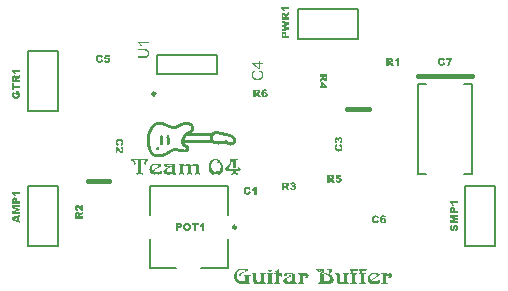
<source format=gto>
G04*
G04 #@! TF.GenerationSoftware,Altium Limited,Altium Designer,21.0.9 (235)*
G04*
G04 Layer_Color=65535*
%FSLAX25Y25*%
%MOIN*%
G70*
G04*
G04 #@! TF.SameCoordinates,75D1A4E6-31BD-42C8-8B3C-3027E6905E36*
G04*
G04*
G04 #@! TF.FilePolarity,Positive*
G04*
G01*
G75*
%ADD10C,0.00984*%
%ADD11C,0.00787*%
%ADD12C,0.01575*%
G36*
X53163Y57524D02*
X53196Y57557D01*
X53262Y57490D01*
X53295Y57524D01*
X53328Y57490D01*
X53361Y57524D01*
X53394Y57490D01*
X53427Y57524D01*
X53493Y57457D01*
X53527Y57490D01*
X53560Y57457D01*
X53593Y57490D01*
X53659Y57424D01*
X53692Y57457D01*
X53758Y57391D01*
X53791Y57424D01*
X53824Y57391D01*
X53857Y57424D01*
X53923Y57358D01*
X53956Y57391D01*
X54022Y57325D01*
X54055Y57358D01*
X54122Y57292D01*
X54154Y57325D01*
X54221Y57259D01*
X54254Y57292D01*
X54320Y57226D01*
X54353Y57259D01*
X54452Y57160D01*
X54485Y57193D01*
X54551Y57127D01*
X54584Y57160D01*
X54650Y57094D01*
X54683Y57127D01*
X54782Y57028D01*
X54816Y57061D01*
X54882Y56995D01*
X54915Y57028D01*
X55014Y56929D01*
X55047Y56962D01*
X55146Y56862D01*
X55179Y56896D01*
X55245Y56830D01*
X55278Y56862D01*
X55377Y56763D01*
X55410Y56796D01*
X55510Y56697D01*
X55543Y56730D01*
X55609Y56664D01*
X55642Y56697D01*
X55741Y56598D01*
X55774Y56631D01*
X55840Y56565D01*
X55873Y56598D01*
X55972Y56499D01*
X56005Y56532D01*
X56071Y56466D01*
X56104Y56499D01*
X56204Y56400D01*
X56237Y56433D01*
X56303Y56367D01*
X56336Y56400D01*
X56402Y56334D01*
X56435Y56367D01*
X56501Y56301D01*
X56534Y56334D01*
X56600Y56268D01*
X56633Y56301D01*
X56699Y56235D01*
X56732Y56268D01*
X56798Y56202D01*
X56832Y56235D01*
X56898Y56169D01*
X56931Y56201D01*
X56964Y56169D01*
X56997Y56201D01*
X57063Y56135D01*
X57096Y56169D01*
X57129Y56135D01*
X57162Y56169D01*
X57228Y56102D01*
X57261Y56135D01*
X57294Y56102D01*
X57327Y56135D01*
X57360Y56102D01*
X57393Y56135D01*
X57459Y56069D01*
X57493Y56102D01*
X57525Y56069D01*
X57559Y56102D01*
X57592Y56069D01*
X57625Y56102D01*
X57658Y56069D01*
X57691Y56102D01*
X57724Y56069D01*
X57757Y56102D01*
X57790Y56069D01*
X57823Y56102D01*
X57856Y56069D01*
X57889Y56102D01*
X57922Y56135D01*
X57955Y56102D01*
X57988Y56135D01*
X58021Y56102D01*
X58054Y56135D01*
X58087Y56169D01*
X58120Y56135D01*
X58153Y56169D01*
X58187Y56201D01*
X58220Y56169D01*
X58253Y56201D01*
X58286Y56235D01*
X58319Y56201D01*
X58352Y56235D01*
X58385Y56268D01*
X58418Y56301D01*
X58451Y56268D01*
X58484Y56301D01*
X58517Y56334D01*
X58550Y56301D01*
X58583Y56334D01*
X58616Y56367D01*
X58649Y56400D01*
X58682Y56367D01*
X58715Y56400D01*
X58748Y56433D01*
X58781Y56466D01*
X58815Y56433D01*
X58847Y56466D01*
X58881Y56499D01*
X58914Y56532D01*
X58947Y56499D01*
X58980Y56532D01*
X59013Y56565D01*
X59046Y56598D01*
X59079Y56565D01*
X59112Y56598D01*
X59145Y56631D01*
X59178Y56664D01*
X59211Y56631D01*
X59244Y56664D01*
X59277Y56697D01*
X59310Y56730D01*
X59343Y56697D01*
X59376Y56730D01*
X59409Y56763D01*
X59442Y56796D01*
X59475Y56763D01*
X59509Y56796D01*
X59542Y56830D01*
X59575Y56862D01*
X59608Y56830D01*
X59641Y56862D01*
X59674Y56896D01*
X59707Y56929D01*
X59740Y56896D01*
X59773Y56929D01*
X59806Y56962D01*
X59839Y56995D01*
X59872Y56962D01*
X59905Y56995D01*
X59938Y57028D01*
X59971Y56995D01*
X60004Y57028D01*
X60037Y57061D01*
X60070Y57094D01*
X60103Y57061D01*
X60136Y57094D01*
X60170Y57127D01*
X60202Y57094D01*
X60236Y57127D01*
X60269Y57160D01*
X60302Y57127D01*
X60335Y57160D01*
X60368Y57193D01*
X60401Y57160D01*
X60434Y57193D01*
X60467Y57226D01*
X60500Y57259D01*
X60533Y57226D01*
X60566Y57259D01*
X60599Y57226D01*
X60632Y57259D01*
X60665Y57292D01*
X60698Y57259D01*
X60731Y57292D01*
X60764Y57325D01*
X60797Y57292D01*
X60830Y57325D01*
X60864Y57292D01*
X60897Y57325D01*
X60930Y57358D01*
X60963Y57325D01*
X60996Y57358D01*
X61029Y57325D01*
X61062Y57358D01*
X61095Y57391D01*
X61128Y57358D01*
X61161Y57391D01*
X61194Y57358D01*
X61227Y57391D01*
X61260Y57358D01*
X61293Y57391D01*
X61326Y57424D01*
X61359Y57391D01*
X61392Y57424D01*
X61425Y57391D01*
X61458Y57424D01*
X61492Y57391D01*
X61524Y57424D01*
X61558Y57391D01*
X61591Y57424D01*
X61624Y57391D01*
X61657Y57424D01*
X61690Y57457D01*
X61723Y57424D01*
X61756Y57457D01*
X61789Y57424D01*
X61822Y57457D01*
X61855Y57424D01*
X61888Y57457D01*
X61921Y57424D01*
X61954Y57457D01*
X61987Y57424D01*
X62020Y57457D01*
X62086Y57391D01*
X62119Y57424D01*
X62152Y57391D01*
X62186Y57424D01*
X62219Y57391D01*
X62252Y57424D01*
X62285Y57391D01*
X62318Y57424D01*
X62351Y57391D01*
X62384Y57424D01*
X62450Y57358D01*
X62483Y57391D01*
X62516Y57358D01*
X62549Y57391D01*
X62615Y57325D01*
X62648Y57358D01*
X62681Y57325D01*
X62714Y57358D01*
X62780Y57292D01*
X62814Y57325D01*
X62880Y57259D01*
X62913Y57292D01*
X62979Y57226D01*
X63012Y57259D01*
X63078Y57193D01*
X63111Y57226D01*
X63210Y57127D01*
X63243Y57160D01*
X63342Y57061D01*
X63375Y57094D01*
X63507Y56962D01*
X63541Y56995D01*
X64003Y56532D01*
X63970Y56499D01*
X64135Y56334D01*
X64102Y56301D01*
X64201Y56201D01*
X64169Y56169D01*
X64235Y56102D01*
X64201Y56069D01*
X64268Y56003D01*
X64235Y55970D01*
X64301Y55904D01*
X64268Y55871D01*
X64301Y55838D01*
X64268Y55805D01*
X64334Y55739D01*
X64301Y55706D01*
X64334Y55673D01*
X64301Y55640D01*
X64367Y55574D01*
X64334Y55541D01*
X64367Y55507D01*
X64334Y55475D01*
X64367Y55441D01*
X64334Y55408D01*
X64367Y55375D01*
X64334Y55342D01*
X64367Y55309D01*
X64334Y55276D01*
X64367Y55243D01*
X64334Y55210D01*
X64367Y55177D01*
X64334Y55144D01*
X64301Y55111D01*
X64334Y55078D01*
X64301Y55045D01*
X64334Y55012D01*
X64301Y54979D01*
X64334Y54946D01*
X64301Y54913D01*
X64268Y54880D01*
X64301Y54847D01*
X64268Y54813D01*
X64301Y54780D01*
X64268Y54747D01*
X64235Y54714D01*
X64268Y54681D01*
X64235Y54648D01*
X64201Y54615D01*
X64235Y54582D01*
X64201Y54549D01*
X64169Y54516D01*
X64201Y54483D01*
X64169Y54450D01*
X64135Y54417D01*
X64102Y54384D01*
X64135Y54351D01*
X64102Y54318D01*
X64069Y54285D01*
X64036Y54252D01*
X64003Y54219D01*
X64036Y54185D01*
X64003Y54153D01*
X63970Y54119D01*
X63937Y54086D01*
X63904Y54053D01*
X63871Y54020D01*
X63838Y53987D01*
X63805Y53954D01*
X63772Y53921D01*
X63739Y53888D01*
X63706Y53855D01*
X63673Y53822D01*
X63640Y53789D01*
X63607Y53756D01*
X63574Y53789D01*
X63541Y53756D01*
X63507Y53723D01*
X63475Y53690D01*
X63441Y53657D01*
X63475Y53624D01*
X63507Y53657D01*
X63541Y53624D01*
X63574Y53657D01*
X63607Y53624D01*
X63640Y53657D01*
X63673Y53624D01*
X63706Y53657D01*
X63739Y53624D01*
X63772Y53657D01*
X63805Y53624D01*
X63838Y53657D01*
X63871Y53624D01*
X63904Y53657D01*
X63937Y53624D01*
X63970Y53657D01*
X64003Y53690D01*
X64036Y53657D01*
X64069Y53690D01*
X64102Y53657D01*
X64135Y53690D01*
X64169Y53657D01*
X64201Y53690D01*
X64235Y53657D01*
X64268Y53690D01*
X64301Y53657D01*
X64334Y53690D01*
X64367Y53657D01*
X64400Y53690D01*
X64433Y53657D01*
X64466Y53690D01*
X64499Y53657D01*
X64532Y53690D01*
X64565Y53657D01*
X64598Y53690D01*
X64631Y53657D01*
X64664Y53690D01*
X64697Y53657D01*
X64730Y53690D01*
X64763Y53657D01*
X64796Y53690D01*
X64829Y53657D01*
X64863Y53690D01*
X64896Y53657D01*
X64929Y53690D01*
X64962Y53657D01*
X64995Y53690D01*
X65028Y53657D01*
X65061Y53690D01*
X65094Y53657D01*
X65127Y53690D01*
X65160Y53657D01*
X65193Y53690D01*
X65226Y53657D01*
X65259Y53690D01*
X65292Y53657D01*
X65325Y53690D01*
X65358Y53657D01*
X65391Y53690D01*
X65424Y53657D01*
X65457Y53690D01*
X65491Y53657D01*
X65523Y53690D01*
X65557Y53657D01*
X65590Y53690D01*
X65623Y53657D01*
X65656Y53690D01*
X65689Y53657D01*
X65722Y53690D01*
X65755Y53657D01*
X65788Y53690D01*
X65821Y53657D01*
X65854Y53690D01*
X65887Y53657D01*
X65920Y53690D01*
X65953Y53657D01*
X65986Y53690D01*
X66019Y53657D01*
X66052Y53690D01*
X66085Y53657D01*
X66118Y53690D01*
X66151Y53657D01*
X66185Y53690D01*
X66218Y53657D01*
X66251Y53690D01*
X66284Y53657D01*
X66317Y53690D01*
X66350Y53657D01*
X66383Y53690D01*
X66416Y53723D01*
X66449Y53690D01*
X66482Y53723D01*
X66515Y53690D01*
X66548Y53723D01*
X66581Y53690D01*
X66614Y53723D01*
X66647Y53690D01*
X66680Y53723D01*
X66713Y53690D01*
X66746Y53723D01*
X66779Y53690D01*
X66812Y53723D01*
X66846Y53690D01*
X66879Y53723D01*
X66912Y53690D01*
X66945Y53723D01*
X66978Y53690D01*
X67011Y53723D01*
X67044Y53690D01*
X67077Y53723D01*
X67110Y53690D01*
X67143Y53723D01*
X67176Y53690D01*
X67209Y53723D01*
X67242Y53690D01*
X67275Y53723D01*
X67308Y53690D01*
X67341Y53723D01*
X67374Y53690D01*
X67407Y53723D01*
X67440Y53690D01*
X67474Y53723D01*
X67506Y53690D01*
X67540Y53723D01*
X67573Y53690D01*
X67606Y53723D01*
X67639Y53690D01*
X67672Y53723D01*
X67705Y53690D01*
X67738Y53723D01*
X67771Y53690D01*
X67804Y53723D01*
X67837Y53690D01*
X67870Y53723D01*
X67903Y53690D01*
X67936Y53723D01*
X67969Y53690D01*
X68002Y53723D01*
X68035Y53690D01*
X68068Y53723D01*
X68101Y53690D01*
X68134Y53723D01*
X68168Y53690D01*
X68200Y53723D01*
X68234Y53690D01*
X68267Y53723D01*
X68300Y53690D01*
X68333Y53723D01*
X68366Y53690D01*
X68399Y53723D01*
X68432Y53690D01*
X68465Y53723D01*
X68498Y53690D01*
X68531Y53723D01*
X68564Y53690D01*
X68597Y53723D01*
X68630Y53690D01*
X68663Y53723D01*
X68696Y53690D01*
X68729Y53723D01*
X68762Y53690D01*
X68795Y53723D01*
X68828Y53756D01*
X68862Y53723D01*
X68895Y53756D01*
X68928Y53723D01*
X68961Y53756D01*
X68994Y53723D01*
X69027Y53756D01*
X69060Y53723D01*
X69093Y53756D01*
X69126Y53723D01*
X69159Y53756D01*
X69192Y53723D01*
X69225Y53756D01*
X69258Y53723D01*
X69291Y53756D01*
X69324Y53723D01*
X69357Y53756D01*
X69390Y53723D01*
X69423Y53756D01*
X69456Y53723D01*
X69490Y53756D01*
X69523Y53723D01*
X69556Y53756D01*
X69589Y53723D01*
X69622Y53756D01*
X69655Y53723D01*
X69688Y53756D01*
X69721Y53723D01*
X69754Y53756D01*
X69787Y53723D01*
X69820Y53756D01*
X69853Y53723D01*
X69886Y53756D01*
X69919Y53723D01*
X69952Y53756D01*
X69985Y53723D01*
X70018Y53756D01*
X70051Y53723D01*
X70084Y53756D01*
X70117Y53723D01*
X70151Y53756D01*
X70183Y53723D01*
X70217Y53756D01*
X70250Y53789D01*
X70283Y53822D01*
X70316Y53855D01*
X70349Y53888D01*
X70382Y53921D01*
X70415Y53954D01*
X70448Y53987D01*
X70481Y54020D01*
X70514Y54053D01*
X70547Y54020D01*
X70580Y54053D01*
X70613Y54086D01*
X70646Y54119D01*
X70679Y54153D01*
X70712Y54119D01*
X70745Y54153D01*
X70778Y54185D01*
X70811Y54153D01*
X70845Y54185D01*
X70878Y54219D01*
X70911Y54185D01*
X70944Y54219D01*
X70977Y54252D01*
X71010Y54219D01*
X71043Y54252D01*
X71076Y54285D01*
X71109Y54252D01*
X71142Y54285D01*
X71175Y54318D01*
X71208Y54285D01*
X71241Y54318D01*
X71274Y54285D01*
X71307Y54318D01*
X71340Y54285D01*
X71373Y54318D01*
X71406Y54351D01*
X71439Y54318D01*
X71473Y54351D01*
X71505Y54318D01*
X71539Y54351D01*
X71572Y54318D01*
X71605Y54351D01*
X71638Y54318D01*
X71671Y54351D01*
X71704Y54318D01*
X71737Y54351D01*
X71770Y54318D01*
X71803Y54351D01*
X71836Y54318D01*
X71869Y54351D01*
X71902Y54318D01*
X71935Y54351D01*
X71968Y54318D01*
X72001Y54351D01*
X72034Y54318D01*
X72067Y54351D01*
X72100Y54318D01*
X72133Y54351D01*
X72167Y54318D01*
X72199Y54351D01*
X72266Y54285D01*
X72299Y54318D01*
X72332Y54285D01*
X72365Y54318D01*
X72398Y54285D01*
X72431Y54318D01*
X72464Y54285D01*
X72497Y54318D01*
X72563Y54252D01*
X72596Y54285D01*
X72629Y54252D01*
X72662Y54285D01*
X72695Y54252D01*
X72728Y54285D01*
X72794Y54219D01*
X72828Y54252D01*
X72860Y54219D01*
X72894Y54252D01*
X72960Y54185D01*
X72993Y54219D01*
X73026Y54185D01*
X73059Y54219D01*
X73125Y54153D01*
X73158Y54185D01*
X73191Y54153D01*
X73224Y54185D01*
X73290Y54119D01*
X73323Y54153D01*
X73356Y54119D01*
X73389Y54153D01*
X73455Y54086D01*
X73488Y54119D01*
X73522Y54086D01*
X73555Y54119D01*
X73621Y54053D01*
X73654Y54086D01*
X73720Y54020D01*
X73753Y54053D01*
X73786Y54020D01*
X73819Y54053D01*
X73885Y53987D01*
X73918Y54020D01*
X73984Y53954D01*
X74017Y53987D01*
X74050Y53954D01*
X74083Y53987D01*
X74150Y53921D01*
X74182Y53954D01*
X74216Y53921D01*
X74249Y53954D01*
X74315Y53888D01*
X74348Y53921D01*
X74414Y53855D01*
X74447Y53888D01*
X74480Y53855D01*
X74513Y53888D01*
X74579Y53822D01*
X74612Y53855D01*
X74645Y53822D01*
X74678Y53855D01*
X74744Y53789D01*
X74777Y53822D01*
X74810Y53789D01*
X74844Y53822D01*
X74910Y53756D01*
X74943Y53789D01*
X75009Y53723D01*
X75042Y53756D01*
X75075Y53723D01*
X75108Y53756D01*
X75174Y53690D01*
X75207Y53723D01*
X75240Y53690D01*
X75273Y53723D01*
X75339Y53657D01*
X75372Y53690D01*
X75438Y53624D01*
X75471Y53657D01*
X75504Y53624D01*
X75538Y53657D01*
X75604Y53591D01*
X75637Y53624D01*
X75670Y53591D01*
X75703Y53624D01*
X75769Y53558D01*
X75802Y53591D01*
X75868Y53525D01*
X75901Y53558D01*
X75934Y53525D01*
X75967Y53558D01*
X76033Y53491D01*
X76066Y53525D01*
X76132Y53458D01*
X76165Y53491D01*
X76232Y53425D01*
X76265Y53458D01*
X76331Y53392D01*
X76364Y53425D01*
X76397Y53392D01*
X76430Y53425D01*
X76496Y53359D01*
X76529Y53392D01*
X76595Y53326D01*
X76628Y53359D01*
X76694Y53293D01*
X76727Y53326D01*
X76827Y53227D01*
X76859Y53260D01*
X76926Y53194D01*
X76959Y53227D01*
X77025Y53161D01*
X77058Y53194D01*
X77157Y53095D01*
X77190Y53128D01*
X77289Y53029D01*
X77322Y53062D01*
X77454Y52930D01*
X77487Y52963D01*
X77686Y52764D01*
X77719Y52797D01*
X78082Y52434D01*
X78049Y52401D01*
X78215Y52236D01*
X78181Y52203D01*
X78281Y52103D01*
X78248Y52070D01*
X78347Y51971D01*
X78314Y51938D01*
X78380Y51872D01*
X78347Y51839D01*
X78413Y51773D01*
X78380Y51740D01*
X78413Y51707D01*
X78380Y51674D01*
X78446Y51608D01*
X78413Y51575D01*
X78446Y51542D01*
X78413Y51508D01*
X78479Y51442D01*
X78446Y51409D01*
X78479Y51376D01*
X78446Y51343D01*
X78479Y51310D01*
X78446Y51277D01*
X78479Y51244D01*
X78446Y51211D01*
X78479Y51178D01*
X78446Y51145D01*
X78479Y51112D01*
X78446Y51079D01*
X78413Y51046D01*
X78446Y51013D01*
X78413Y50980D01*
X78446Y50947D01*
X78413Y50914D01*
X78380Y50881D01*
X78413Y50848D01*
X78380Y50814D01*
X78347Y50781D01*
X78380Y50748D01*
X78347Y50715D01*
X78314Y50682D01*
X78347Y50649D01*
X78314Y50616D01*
X78281Y50583D01*
X78314Y50550D01*
X78281Y50517D01*
X78248Y50484D01*
X78215Y50451D01*
X78181Y50418D01*
X78149Y50385D01*
X78181Y50352D01*
X78149Y50319D01*
X78115Y50286D01*
X78082Y50253D01*
X78049Y50220D01*
X78016Y50187D01*
X77983Y50153D01*
X77950Y50120D01*
X77917Y50087D01*
X77884Y50054D01*
X77851Y50021D01*
X77818Y49988D01*
X77785Y50021D01*
X77752Y49988D01*
X77719Y49955D01*
X77686Y49922D01*
X77653Y49889D01*
X77620Y49856D01*
X77587Y49889D01*
X77554Y49856D01*
X77521Y49823D01*
X77487Y49790D01*
X77454Y49823D01*
X77421Y49790D01*
X77388Y49757D01*
X77355Y49790D01*
X77322Y49757D01*
X77289Y49724D01*
X77256Y49691D01*
X77223Y49724D01*
X77190Y49691D01*
X77157Y49724D01*
X77124Y49691D01*
X77091Y49658D01*
X77058Y49691D01*
X77025Y49658D01*
X76992Y49625D01*
X76959Y49658D01*
X76926Y49625D01*
X76893Y49658D01*
X76859Y49625D01*
X76827Y49658D01*
X76793Y49625D01*
X76760Y49658D01*
X76727Y49625D01*
X76694Y49592D01*
X76661Y49625D01*
X76628Y49592D01*
X76595Y49625D01*
X76562Y49592D01*
X76529Y49625D01*
X76496Y49592D01*
X76430Y49658D01*
X76397Y49625D01*
X76364Y49658D01*
X76331Y49625D01*
X76298Y49658D01*
X76265Y49625D01*
X76232Y49658D01*
X76199Y49625D01*
X76132Y49691D01*
X76099Y49658D01*
X76033Y49724D01*
X76000Y49691D01*
X75967Y49724D01*
X75934Y49691D01*
X75868Y49757D01*
X75835Y49724D01*
X75769Y49790D01*
X75736Y49757D01*
X75637Y49856D01*
X75604Y49823D01*
X75504Y49922D01*
X75471Y49889D01*
X75372Y49988D01*
X75339Y49955D01*
X75174Y50120D01*
X75141Y50087D01*
X74910Y50319D01*
X74877Y50286D01*
X74844Y50319D01*
X74810Y50286D01*
X74777Y50253D01*
X74744Y50286D01*
X74711Y50253D01*
X74678Y50286D01*
X74645Y50253D01*
X74612Y50220D01*
X74579Y50253D01*
X74546Y50220D01*
X74513Y50187D01*
X74480Y50220D01*
X74447Y50187D01*
X74414Y50220D01*
X74381Y50187D01*
X74348Y50153D01*
X74315Y50187D01*
X74282Y50153D01*
X74249Y50187D01*
X74216Y50153D01*
X74182Y50120D01*
X74150Y50153D01*
X74116Y50120D01*
X74083Y50087D01*
X74050Y50120D01*
X74017Y50087D01*
X73984Y50120D01*
X73951Y50087D01*
X73918Y50120D01*
X73885Y50087D01*
X73852Y50054D01*
X73819Y50087D01*
X73786Y50054D01*
X73753Y50087D01*
X73720Y50054D01*
X73687Y50021D01*
X73654Y50054D01*
X73621Y50021D01*
X73588Y50054D01*
X73555Y50021D01*
X73522Y50054D01*
X73488Y50021D01*
X73455Y49988D01*
X73422Y50021D01*
X73389Y49988D01*
X73356Y50021D01*
X73323Y49988D01*
X73290Y50021D01*
X73257Y49988D01*
X73224Y50021D01*
X73191Y49988D01*
X73158Y49955D01*
X73125Y49988D01*
X73092Y49955D01*
X73059Y49988D01*
X73026Y49955D01*
X72993Y49988D01*
X72960Y49955D01*
X72927Y49988D01*
X72894Y49955D01*
X72860Y49988D01*
X72828Y49955D01*
X72794Y49988D01*
X72761Y49955D01*
X72728Y49922D01*
X72695Y49955D01*
X72662Y49922D01*
X72629Y49955D01*
X72596Y49922D01*
X72563Y49955D01*
X72530Y49922D01*
X72497Y49955D01*
X72464Y49922D01*
X72431Y49955D01*
X72398Y49922D01*
X72365Y49955D01*
X72332Y49922D01*
X72266Y49988D01*
X72233Y49955D01*
X72199Y49988D01*
X72167Y49955D01*
X72133Y49988D01*
X72100Y49955D01*
X72067Y49988D01*
X72034Y49955D01*
X72001Y49988D01*
X71968Y49955D01*
X71935Y49988D01*
X71902Y49955D01*
X71869Y49988D01*
X71836Y49955D01*
X71770Y50021D01*
X71737Y49988D01*
X71704Y50021D01*
X71671Y49988D01*
X71605Y50054D01*
X71572Y50021D01*
X71539Y50054D01*
X71505Y50021D01*
X71473Y50054D01*
X71439Y50021D01*
X71373Y50087D01*
X71340Y50054D01*
X71274Y50120D01*
X71241Y50087D01*
X71208Y50120D01*
X71175Y50087D01*
X71076Y50187D01*
X71043Y50153D01*
X70977Y50220D01*
X70944Y50187D01*
X70878Y50253D01*
X70845Y50220D01*
X70745Y50319D01*
X70712Y50286D01*
X70613Y50385D01*
X70580Y50352D01*
X70415Y50517D01*
X70382Y50484D01*
X70316Y50550D01*
X70283Y50517D01*
X70250Y50550D01*
X70217Y50517D01*
X70183Y50550D01*
X70151Y50517D01*
X70117Y50550D01*
X70084Y50517D01*
X70051Y50484D01*
X70018Y50517D01*
X69985Y50484D01*
X69952Y50517D01*
X69919Y50484D01*
X69886Y50517D01*
X69853Y50484D01*
X69820Y50517D01*
X69787Y50484D01*
X69754Y50517D01*
X69721Y50484D01*
X69688Y50517D01*
X69655Y50484D01*
X69622Y50517D01*
X69589Y50484D01*
X69556Y50517D01*
X69523Y50484D01*
X69490Y50517D01*
X69456Y50484D01*
X69423Y50517D01*
X69390Y50484D01*
X69357Y50517D01*
X69324Y50484D01*
X69291Y50517D01*
X69258Y50484D01*
X69225Y50517D01*
X69192Y50484D01*
X69159Y50517D01*
X69126Y50484D01*
X69093Y50517D01*
X69060Y50484D01*
X69027Y50517D01*
X68994Y50484D01*
X68961Y50517D01*
X68928Y50484D01*
X68895Y50517D01*
X68862Y50484D01*
X68828Y50517D01*
X68795Y50484D01*
X68762Y50517D01*
X68729Y50484D01*
X68696Y50517D01*
X68663Y50484D01*
X68630Y50517D01*
X68597Y50484D01*
X68564Y50517D01*
X68531Y50484D01*
X68498Y50517D01*
X68465Y50484D01*
X68432Y50517D01*
X68399Y50484D01*
X68366Y50517D01*
X68333Y50484D01*
X68300Y50517D01*
X68267Y50484D01*
X68234Y50517D01*
X68200Y50484D01*
X68168Y50517D01*
X68134Y50484D01*
X68101Y50517D01*
X68068Y50484D01*
X68035Y50517D01*
X68002Y50484D01*
X67969Y50517D01*
X67936Y50484D01*
X67903Y50517D01*
X67870Y50484D01*
X67837Y50517D01*
X67804Y50484D01*
X67771Y50451D01*
X67738Y50484D01*
X67705Y50451D01*
X67639Y50517D01*
X67606Y50484D01*
X67573Y50451D01*
X67540Y50484D01*
X67506Y50451D01*
X67474Y50484D01*
X67440Y50451D01*
X67407Y50484D01*
X67374Y50451D01*
X67341Y50484D01*
X67308Y50451D01*
X67275Y50484D01*
X67242Y50451D01*
X67209Y50484D01*
X67176Y50451D01*
X67143Y50484D01*
X67110Y50451D01*
X67077Y50484D01*
X67044Y50451D01*
X67011Y50484D01*
X66978Y50451D01*
X66945Y50484D01*
X66912Y50451D01*
X66879Y50484D01*
X66846Y50451D01*
X66812Y50484D01*
X66779Y50451D01*
X66746Y50484D01*
X66713Y50451D01*
X66680Y50484D01*
X66647Y50451D01*
X66614Y50484D01*
X66581Y50451D01*
X66548Y50484D01*
X66515Y50451D01*
X66482Y50484D01*
X66449Y50451D01*
X66416Y50484D01*
X66383Y50451D01*
X66350Y50484D01*
X66317Y50451D01*
X66284Y50484D01*
X66251Y50451D01*
X66218Y50484D01*
X66185Y50451D01*
X66151Y50484D01*
X66118Y50451D01*
X66085Y50484D01*
X66052Y50451D01*
X66019Y50484D01*
X65986Y50451D01*
X65953Y50484D01*
X65920Y50451D01*
X65887Y50484D01*
X65854Y50451D01*
X65821Y50484D01*
X65788Y50451D01*
X65755Y50484D01*
X65722Y50451D01*
X65689Y50484D01*
X65656Y50451D01*
X65623Y50484D01*
X65590Y50451D01*
X65557Y50484D01*
X65523Y50451D01*
X65491Y50484D01*
X65457Y50451D01*
X65424Y50484D01*
X65391Y50451D01*
X65358Y50484D01*
X65325Y50451D01*
X65292Y50484D01*
X65259Y50451D01*
X65226Y50418D01*
X65193Y50451D01*
X65160Y50418D01*
X65127Y50451D01*
X65094Y50418D01*
X65061Y50451D01*
X65028Y50418D01*
X64995Y50451D01*
X64962Y50418D01*
X64929Y50451D01*
X64896Y50418D01*
X64863Y50451D01*
X64829Y50418D01*
X64796Y50451D01*
X64763Y50418D01*
X64730Y50451D01*
X64697Y50418D01*
X64664Y50451D01*
X64631Y50418D01*
X64598Y50451D01*
X64565Y50418D01*
X64532Y50451D01*
X64499Y50418D01*
X64466Y50451D01*
X64433Y50418D01*
X64400Y50451D01*
X64367Y50418D01*
X64334Y50451D01*
X64301Y50418D01*
X64268Y50451D01*
X64235Y50418D01*
X64201Y50451D01*
X64169Y50418D01*
X64135Y50451D01*
X64102Y50418D01*
X64069Y50451D01*
X64036Y50418D01*
X64003Y50451D01*
X63970Y50418D01*
X63937Y50451D01*
X63904Y50418D01*
X63871Y50451D01*
X63838Y50418D01*
X63805Y50451D01*
X63772Y50418D01*
X63739Y50451D01*
X63706Y50418D01*
X63673Y50451D01*
X63640Y50418D01*
X63607Y50451D01*
X63574Y50418D01*
X63541Y50451D01*
X63507Y50418D01*
X63475Y50451D01*
X63441Y50418D01*
X63408Y50451D01*
X63375Y50418D01*
X63342Y50451D01*
X63309Y50418D01*
X63276Y50451D01*
X63243Y50418D01*
X63210Y50451D01*
X63177Y50418D01*
X63144Y50451D01*
X63111Y50418D01*
X63078Y50451D01*
X63045Y50418D01*
X63012Y50451D01*
X62979Y50418D01*
X62946Y50385D01*
X62913Y50418D01*
X62880Y50385D01*
X62846Y50418D01*
X62814Y50385D01*
X62780Y50418D01*
X62747Y50385D01*
X62714Y50418D01*
X62681Y50385D01*
X62648Y50418D01*
X62615Y50385D01*
X62582Y50418D01*
X62549Y50385D01*
X62516Y50418D01*
X62483Y50385D01*
X62450Y50418D01*
X62417Y50385D01*
X62384Y50418D01*
X62351Y50385D01*
X62318Y50418D01*
X62285Y50385D01*
X62252Y50418D01*
X62219Y50385D01*
X62186Y50418D01*
X62152Y50385D01*
X62119Y50418D01*
X62086Y50385D01*
X62053Y50418D01*
X62020Y50385D01*
X61987Y50418D01*
X61954Y50385D01*
X61921Y50418D01*
X61888Y50385D01*
X61855Y50418D01*
X61822Y50385D01*
X61789Y50418D01*
X61756Y50385D01*
X61723Y50418D01*
X61690Y50385D01*
X61657Y50418D01*
X61624Y50385D01*
X61591Y50418D01*
X61558Y50385D01*
X61524Y50418D01*
X61492Y50385D01*
X61458Y50418D01*
X61425Y50385D01*
X61392Y50418D01*
X61359Y50385D01*
X61326Y50418D01*
X61293Y50385D01*
X61260Y50418D01*
X61227Y50385D01*
X61194Y50418D01*
X61161Y50385D01*
X61524Y50021D01*
X61558Y50054D01*
X61723Y49889D01*
X61756Y49922D01*
X61921Y49757D01*
X61954Y49790D01*
X62152Y49592D01*
X62186Y49625D01*
X62549Y49261D01*
X62516Y49228D01*
X62648Y49096D01*
X62615Y49063D01*
X62681Y48997D01*
X62648Y48964D01*
X62714Y48898D01*
X62681Y48865D01*
X62747Y48798D01*
X62714Y48765D01*
X62747Y48732D01*
X62714Y48699D01*
X62747Y48666D01*
X62714Y48633D01*
X62747Y48600D01*
X62714Y48567D01*
X62747Y48534D01*
X62714Y48501D01*
X62747Y48468D01*
X62714Y48435D01*
X62681Y48402D01*
X62714Y48369D01*
X62681Y48336D01*
X62714Y48303D01*
X62681Y48270D01*
X62648Y48237D01*
X62681Y48204D01*
X62648Y48171D01*
X62615Y48138D01*
X62582Y48104D01*
X62615Y48071D01*
X62582Y48038D01*
X62549Y48005D01*
X62582Y47972D01*
X62549Y47939D01*
X62516Y47906D01*
X62483Y47873D01*
X62450Y47840D01*
X62417Y47807D01*
X62384Y47774D01*
X62351Y47741D01*
X62384Y47708D01*
X62351Y47675D01*
X62318Y47708D01*
X62285Y47675D01*
X62252Y47642D01*
X62219Y47609D01*
X62186Y47576D01*
X62152Y47543D01*
X62119Y47510D01*
X62086Y47477D01*
X62053Y47510D01*
X62020Y47477D01*
X61987Y47443D01*
X61954Y47410D01*
X61921Y47443D01*
X61888Y47410D01*
X61855Y47377D01*
X61822Y47410D01*
X61789Y47377D01*
X61756Y47344D01*
X61723Y47377D01*
X61690Y47344D01*
X61657Y47377D01*
X61624Y47344D01*
X61591Y47311D01*
X61558Y47344D01*
X61524Y47311D01*
X61492Y47344D01*
X61458Y47311D01*
X61425Y47344D01*
X61392Y47311D01*
X61359Y47278D01*
X61326Y47311D01*
X61293Y47278D01*
X61260Y47311D01*
X61227Y47278D01*
X61194Y47311D01*
X61161Y47278D01*
X61128Y47311D01*
X61095Y47278D01*
X61062Y47311D01*
X61029Y47278D01*
X60996Y47311D01*
X60963Y47278D01*
X60930Y47311D01*
X60897Y47278D01*
X60864Y47311D01*
X60830Y47278D01*
X60764Y47344D01*
X60731Y47311D01*
X60698Y47344D01*
X60665Y47311D01*
X60632Y47344D01*
X60599Y47311D01*
X60566Y47344D01*
X60533Y47311D01*
X60467Y47377D01*
X60434Y47344D01*
X60401Y47377D01*
X60368Y47344D01*
X60335Y47377D01*
X60302Y47344D01*
X60236Y47410D01*
X60202Y47377D01*
X60170Y47410D01*
X60136Y47377D01*
X60070Y47443D01*
X60037Y47410D01*
X60004Y47443D01*
X59971Y47410D01*
X59905Y47477D01*
X59872Y47443D01*
X59839Y47477D01*
X59806Y47443D01*
X59740Y47510D01*
X59707Y47477D01*
X59674Y47510D01*
X59641Y47477D01*
X59575Y47543D01*
X59542Y47510D01*
X59509Y47543D01*
X59475Y47510D01*
X59409Y47576D01*
X59376Y47543D01*
X59343Y47576D01*
X59310Y47543D01*
X59244Y47609D01*
X59211Y47576D01*
X59178Y47609D01*
X59145Y47576D01*
X59079Y47642D01*
X59046Y47609D01*
X59013Y47642D01*
X58980Y47609D01*
X58914Y47675D01*
X58881Y47642D01*
X58847Y47675D01*
X58815Y47642D01*
X58781Y47675D01*
X58748Y47642D01*
X58682Y47708D01*
X58649Y47675D01*
X58616Y47708D01*
X58583Y47675D01*
X58517Y47741D01*
X58484Y47708D01*
X58451Y47741D01*
X58418Y47708D01*
X58385Y47741D01*
X58352Y47708D01*
X58319Y47741D01*
X58286Y47708D01*
X58220Y47774D01*
X58187Y47741D01*
X58153Y47774D01*
X58120Y47741D01*
X58087Y47774D01*
X58054Y47741D01*
X58021Y47774D01*
X57988Y47741D01*
X57955Y47774D01*
X57922Y47741D01*
X57889Y47774D01*
X57856Y47741D01*
X57823Y47774D01*
X57790Y47741D01*
X57757Y47774D01*
X57724Y47741D01*
X57691Y47774D01*
X57658Y47741D01*
X57625Y47708D01*
X57592Y47741D01*
X57559Y47708D01*
X57525Y47675D01*
X57493Y47708D01*
X57459Y47675D01*
X57426Y47642D01*
X57393Y47675D01*
X57360Y47642D01*
X57327Y47609D01*
X57294Y47576D01*
X57261Y47609D01*
X57228Y47576D01*
X57195Y47543D01*
X57162Y47510D01*
X57129Y47543D01*
X57096Y47510D01*
X57063Y47477D01*
X57030Y47443D01*
X56997Y47410D01*
X56964Y47443D01*
X56931Y47410D01*
X56898Y47377D01*
X56865Y47344D01*
X56832Y47311D01*
X56798Y47278D01*
X56765Y47311D01*
X56732Y47278D01*
X56699Y47245D01*
X56666Y47212D01*
X56633Y47179D01*
X56600Y47146D01*
X56567Y47179D01*
X56534Y47146D01*
X56501Y47113D01*
X56468Y47080D01*
X56435Y47047D01*
X56402Y47014D01*
X56369Y47047D01*
X56336Y47014D01*
X56303Y46981D01*
X56270Y46948D01*
X56237Y46915D01*
X56204Y46882D01*
X56170Y46915D01*
X56138Y46882D01*
X56104Y46848D01*
X56071Y46815D01*
X56038Y46782D01*
X56005Y46749D01*
X55972Y46782D01*
X55939Y46749D01*
X55906Y46716D01*
X55873Y46683D01*
X55840Y46650D01*
X55807Y46683D01*
X55774Y46650D01*
X55741Y46617D01*
X55708Y46584D01*
X55675Y46551D01*
X55642Y46584D01*
X55609Y46551D01*
X55576Y46518D01*
X55543Y46485D01*
X55510Y46452D01*
X55476Y46485D01*
X55443Y46452D01*
X55410Y46419D01*
X55377Y46386D01*
X55344Y46419D01*
X55311Y46386D01*
X55278Y46353D01*
X55245Y46320D01*
X55212Y46353D01*
X55179Y46320D01*
X55146Y46287D01*
X55113Y46254D01*
X55080Y46287D01*
X55047Y46254D01*
X55014Y46221D01*
X54981Y46187D01*
X54948Y46221D01*
X54915Y46187D01*
X54882Y46154D01*
X54848Y46121D01*
X54816Y46154D01*
X54782Y46121D01*
X54749Y46088D01*
X54716Y46121D01*
X54683Y46088D01*
X54650Y46055D01*
X54617Y46088D01*
X54584Y46055D01*
X54551Y46022D01*
X54518Y46055D01*
X54485Y46022D01*
X54452Y45989D01*
X54419Y45956D01*
X54386Y45989D01*
X54353Y45956D01*
X54320Y45923D01*
X54287Y45956D01*
X54254Y45923D01*
X54221Y45956D01*
X54188Y45923D01*
X54154Y45890D01*
X54121Y45923D01*
X54088Y45890D01*
X54055Y45857D01*
X54022Y45890D01*
X53989Y45857D01*
X53956Y45824D01*
X53923Y45857D01*
X53890Y45824D01*
X53857Y45791D01*
X53824Y45824D01*
X53791Y45791D01*
X53758Y45824D01*
X53725Y45791D01*
X53692Y45758D01*
X53659Y45791D01*
X53626Y45758D01*
X53593Y45791D01*
X53560Y45758D01*
X53527Y45725D01*
X53493Y45758D01*
X53460Y45725D01*
X53427Y45758D01*
X53394Y45725D01*
X53361Y45692D01*
X53328Y45725D01*
X53295Y45692D01*
X53262Y45725D01*
X53229Y45692D01*
X53196Y45725D01*
X53163Y45692D01*
X53130Y45659D01*
X53097Y45692D01*
X53064Y45659D01*
X53031Y45692D01*
X52998Y45659D01*
X52965Y45692D01*
X52932Y45659D01*
X52899Y45692D01*
X52865Y45659D01*
X52833Y45626D01*
X52799Y45659D01*
X52766Y45626D01*
X52733Y45659D01*
X52700Y45626D01*
X52667Y45659D01*
X52634Y45626D01*
X52601Y45659D01*
X52568Y45626D01*
X52535Y45659D01*
X52502Y45626D01*
X52469Y45659D01*
X52436Y45626D01*
X52403Y45659D01*
X52370Y45626D01*
X52337Y45659D01*
X52304Y45626D01*
X52271Y45659D01*
X52238Y45626D01*
X52205Y45659D01*
X52171Y45626D01*
X52139Y45659D01*
X52105Y45626D01*
X52072Y45659D01*
X52039Y45626D01*
X52006Y45659D01*
X51973Y45626D01*
X51907Y45692D01*
X51874Y45659D01*
X51841Y45692D01*
X51808Y45659D01*
X51775Y45692D01*
X51742Y45659D01*
X51676Y45725D01*
X51643Y45692D01*
X51610Y45725D01*
X51577Y45692D01*
X51511Y45758D01*
X51477Y45725D01*
X51411Y45791D01*
X51378Y45758D01*
X51312Y45824D01*
X51279Y45791D01*
X51213Y45857D01*
X51180Y45824D01*
X51114Y45890D01*
X51081Y45857D01*
X50982Y45956D01*
X50949Y45923D01*
X50849Y46022D01*
X50817Y45989D01*
X50684Y46121D01*
X50651Y46088D01*
X50420Y46320D01*
X50387Y46287D01*
X49924Y46749D01*
X49957Y46782D01*
X49693Y47047D01*
X49726Y47080D01*
X49561Y47245D01*
X49594Y47278D01*
X49461Y47410D01*
X49494Y47443D01*
X49395Y47543D01*
X49428Y47576D01*
X49329Y47675D01*
X49362Y47708D01*
X49263Y47807D01*
X49296Y47840D01*
X49197Y47939D01*
X49230Y47972D01*
X49164Y48038D01*
X49197Y48071D01*
X49131Y48138D01*
X49164Y48171D01*
X49065Y48270D01*
X49098Y48303D01*
X49032Y48369D01*
X49065Y48402D01*
X48999Y48468D01*
X49032Y48501D01*
X48966Y48567D01*
X48999Y48600D01*
X48933Y48666D01*
X48966Y48699D01*
X48933Y48732D01*
X48966Y48765D01*
X48900Y48831D01*
X48933Y48865D01*
X48867Y48931D01*
X48900Y48964D01*
X48834Y49030D01*
X48867Y49063D01*
X48834Y49096D01*
X48867Y49129D01*
X48801Y49195D01*
X48834Y49228D01*
X48767Y49294D01*
X48801Y49327D01*
X48767Y49360D01*
X48801Y49393D01*
X48734Y49459D01*
X48767Y49492D01*
X48734Y49525D01*
X48767Y49559D01*
X48701Y49625D01*
X48734Y49658D01*
X48701Y49691D01*
X48734Y49724D01*
X48668Y49790D01*
X48701Y49823D01*
X48668Y49856D01*
X48701Y49889D01*
X48668Y49922D01*
X48701Y49955D01*
X48635Y50021D01*
X48668Y50054D01*
X48635Y50087D01*
X48668Y50120D01*
X48635Y50153D01*
X48668Y50187D01*
X48602Y50253D01*
X48635Y50286D01*
X48602Y50319D01*
X48635Y50352D01*
X48602Y50385D01*
X48635Y50418D01*
X48602Y50451D01*
X48635Y50484D01*
X48569Y50550D01*
X48602Y50583D01*
X48569Y50616D01*
X48602Y50649D01*
X48569Y50682D01*
X48602Y50715D01*
X48569Y50748D01*
X48602Y50781D01*
X48569Y50814D01*
X48602Y50848D01*
X48536Y50914D01*
X48569Y50947D01*
X48536Y50980D01*
X48569Y51013D01*
X48536Y51046D01*
X48569Y51079D01*
X48536Y51112D01*
X48569Y51145D01*
X48536Y51178D01*
X48569Y51211D01*
X48536Y51244D01*
X48569Y51277D01*
X48536Y51310D01*
X48569Y51343D01*
X48536Y51376D01*
X48569Y51409D01*
X48536Y51442D01*
X48569Y51476D01*
X48536Y51508D01*
X48569Y51542D01*
X48536Y51575D01*
X48569Y51608D01*
X48536Y51641D01*
X48569Y51674D01*
X48536Y51707D01*
X48569Y51740D01*
X48536Y51773D01*
X48569Y51806D01*
X48536Y51839D01*
X48569Y51872D01*
X48536Y51905D01*
X48569Y51938D01*
X48536Y51971D01*
X48569Y52004D01*
X48602Y52037D01*
X48569Y52070D01*
X48602Y52103D01*
X48569Y52136D01*
X48602Y52170D01*
X48569Y52203D01*
X48602Y52236D01*
X48569Y52269D01*
X48602Y52302D01*
X48635Y52335D01*
X48602Y52368D01*
X48635Y52401D01*
X48602Y52434D01*
X48635Y52467D01*
X48602Y52500D01*
X48635Y52533D01*
X48668Y52566D01*
X48635Y52599D01*
X48668Y52632D01*
X48635Y52665D01*
X48668Y52698D01*
X48635Y52731D01*
X48668Y52764D01*
X48701Y52797D01*
X48668Y52830D01*
X48701Y52864D01*
X48668Y52897D01*
X48701Y52930D01*
X48734Y52963D01*
X48701Y52996D01*
X48734Y53029D01*
X48767Y53062D01*
X48734Y53095D01*
X48767Y53128D01*
X48734Y53161D01*
X48767Y53194D01*
X48801Y53227D01*
X48767Y53260D01*
X48801Y53293D01*
X48834Y53326D01*
X48801Y53359D01*
X48834Y53392D01*
X48801Y53425D01*
X48834Y53458D01*
X48867Y53491D01*
X48834Y53525D01*
X48867Y53558D01*
X48900Y53591D01*
X48867Y53624D01*
X48900Y53657D01*
X48933Y53690D01*
X48900Y53723D01*
X48933Y53756D01*
X48966Y53789D01*
X48933Y53822D01*
X48966Y53855D01*
X48999Y53888D01*
X48966Y53921D01*
X48999Y53954D01*
X49032Y53987D01*
X48999Y54020D01*
X49032Y54053D01*
X49065Y54086D01*
X49032Y54119D01*
X49065Y54153D01*
X49098Y54185D01*
X49065Y54219D01*
X49098Y54252D01*
X49131Y54285D01*
X49098Y54318D01*
X49131Y54351D01*
X49164Y54384D01*
X49131Y54417D01*
X49164Y54450D01*
X49197Y54483D01*
X49230Y54516D01*
X49197Y54549D01*
X49230Y54582D01*
X49263Y54615D01*
X49230Y54648D01*
X49263Y54681D01*
X49296Y54714D01*
X49329Y54747D01*
X49296Y54780D01*
X49329Y54813D01*
X49362Y54847D01*
X49395Y54880D01*
X49362Y54913D01*
X49395Y54946D01*
X49428Y54979D01*
X49461Y55012D01*
X49428Y55045D01*
X49461Y55078D01*
X49494Y55111D01*
X49528Y55144D01*
X49494Y55177D01*
X49528Y55210D01*
X49561Y55243D01*
X49594Y55276D01*
X49561Y55309D01*
X49594Y55342D01*
X49627Y55375D01*
X49660Y55408D01*
X49693Y55441D01*
X49660Y55475D01*
X49693Y55507D01*
X49726Y55541D01*
X49759Y55574D01*
X49792Y55607D01*
X49825Y55640D01*
X49792Y55673D01*
X49825Y55706D01*
X49858Y55739D01*
X49891Y55772D01*
X49924Y55805D01*
X49957Y55838D01*
X49924Y55871D01*
X49957Y55904D01*
X49990Y55937D01*
X50023Y55970D01*
X50056Y56003D01*
X50089Y56036D01*
X50122Y56069D01*
X50156Y56102D01*
X50188Y56135D01*
X50222Y56169D01*
X50188Y56201D01*
X50222Y56235D01*
X50255Y56268D01*
X50288Y56301D01*
X50321Y56334D01*
X50354Y56367D01*
X50387Y56400D01*
X50420Y56433D01*
X50453Y56466D01*
X50486Y56499D01*
X50519Y56532D01*
X50552Y56565D01*
X50585Y56598D01*
X50618Y56631D01*
X50651Y56664D01*
X50684Y56697D01*
X50717Y56730D01*
X50750Y56763D01*
X50783Y56796D01*
X50817Y56763D01*
X50849Y56796D01*
X50883Y56830D01*
X50916Y56862D01*
X50949Y56896D01*
X50982Y56929D01*
X51015Y56962D01*
X51048Y56995D01*
X51081Y57028D01*
X51114Y56995D01*
X51147Y57028D01*
X51180Y57061D01*
X51213Y57094D01*
X51246Y57127D01*
X51279Y57094D01*
X51312Y57127D01*
X51345Y57160D01*
X51378Y57193D01*
X51411Y57226D01*
X51444Y57193D01*
X51477Y57226D01*
X51511Y57259D01*
X51544Y57292D01*
X51577Y57259D01*
X51610Y57292D01*
X51643Y57325D01*
X51676Y57292D01*
X51709Y57325D01*
X51742Y57358D01*
X51775Y57391D01*
X51808Y57358D01*
X51841Y57391D01*
X51874Y57424D01*
X51907Y57391D01*
X51940Y57424D01*
X51973Y57457D01*
X52006Y57424D01*
X52039Y57457D01*
X52072Y57424D01*
X52105Y57457D01*
X52139Y57490D01*
X52171Y57457D01*
X52205Y57490D01*
X52238Y57524D01*
X52271Y57490D01*
X52304Y57524D01*
X52337Y57490D01*
X52370Y57524D01*
X52403Y57490D01*
X52436Y57524D01*
X52469Y57557D01*
X52502Y57524D01*
X52535Y57557D01*
X52568Y57524D01*
X52601Y57557D01*
X52634Y57524D01*
X52667Y57557D01*
X52700Y57524D01*
X52733Y57557D01*
X52766Y57524D01*
X52799Y57557D01*
X52833Y57524D01*
X52866Y57557D01*
X52899Y57524D01*
X52932Y57557D01*
X52965Y57524D01*
X52998Y57557D01*
X53031Y57524D01*
X53064Y57557D01*
X53097Y57524D01*
X53130Y57557D01*
X53163Y57524D01*
D02*
G37*
G36*
X120214Y8581D02*
X120264D01*
X120320Y8575D01*
X120381Y8570D01*
X120509Y8553D01*
X120514D01*
X120536Y8547D01*
X120575D01*
X120619Y8536D01*
X120669Y8531D01*
X120725Y8525D01*
X120842Y8503D01*
X120847D01*
X120869Y8497D01*
X120908Y8492D01*
X120952Y8486D01*
X121002Y8475D01*
X121058Y8470D01*
X121175Y8448D01*
X121180D01*
X121202Y8442D01*
X121230Y8437D01*
X121269D01*
X121352Y8425D01*
X121441Y8420D01*
X121491D01*
X121535Y8425D01*
X121585Y8437D01*
X121591D01*
X121596Y8442D01*
X121618Y8453D01*
X121652Y8475D01*
X121685Y8503D01*
X121691Y8509D01*
X121702Y8525D01*
X121718Y8542D01*
X121730Y8553D01*
X121735D01*
X121741Y8559D01*
X121768Y8564D01*
X121774D01*
X121791Y8553D01*
X121813Y8525D01*
X121824Y8509D01*
X121829Y8481D01*
Y8475D01*
X121835Y8470D01*
Y8453D01*
X121841Y8431D01*
X121846Y8375D01*
X121852Y8309D01*
Y8298D01*
Y8281D01*
Y8275D01*
Y8253D01*
Y8242D01*
X121846Y8214D01*
X121841Y8181D01*
X121835Y8137D01*
Y8126D01*
X121829Y8104D01*
X121824Y8070D01*
X121813Y8037D01*
X121807Y8031D01*
X121802Y8009D01*
X121785Y7976D01*
X121763Y7942D01*
X121730Y7898D01*
X121691Y7854D01*
X121641Y7815D01*
X121580Y7776D01*
X121574Y7771D01*
X121552Y7765D01*
X121513Y7748D01*
X121463Y7732D01*
X121402Y7715D01*
X121330Y7698D01*
X121252Y7687D01*
X121158Y7682D01*
X121113D01*
X121063Y7687D01*
X121008Y7693D01*
X120997D01*
X120964Y7698D01*
X120919Y7709D01*
X120864Y7721D01*
X120858D01*
X120847Y7726D01*
X120808D01*
X120803Y7732D01*
X120769Y7743D01*
X120764D01*
X120753Y7748D01*
X120736D01*
X120708Y7754D01*
X120653Y7765D01*
X120581Y7776D01*
X120575D01*
X120564Y7782D01*
X120547D01*
X120525Y7787D01*
X120470Y7793D01*
X120375D01*
X120353Y7787D01*
X120298Y7776D01*
X120242Y7748D01*
X120237D01*
X120231Y7737D01*
X120220Y7726D01*
X120203Y7709D01*
X120187Y7687D01*
X120170Y7660D01*
X120159Y7626D01*
X120148Y7582D01*
Y7576D01*
Y7565D01*
Y7560D01*
Y7554D01*
X120142Y7548D01*
X120137Y7537D01*
Y7532D01*
Y7521D01*
Y7515D01*
Y7504D01*
X120142Y7482D01*
X120148Y7460D01*
X120170Y7393D01*
X120187Y7360D01*
X120209Y7327D01*
X120214Y7321D01*
X120220Y7310D01*
X120237Y7293D01*
X120259Y7277D01*
X120287Y7249D01*
X120320Y7227D01*
X120403Y7177D01*
X120409D01*
X120420Y7171D01*
X120436Y7165D01*
X120458Y7154D01*
X120492Y7149D01*
X120531Y7138D01*
X120575Y7132D01*
X120631Y7127D01*
X120730D01*
X120780Y7121D01*
X121063D01*
X121113Y7116D01*
X121175D01*
X121247Y7110D01*
X121324Y7104D01*
X121491Y7082D01*
X121502D01*
X121524Y7077D01*
X121563Y7066D01*
X121602Y7055D01*
X121646Y7032D01*
X121685Y7005D01*
X121713Y6966D01*
X121724Y6921D01*
Y6916D01*
Y6905D01*
X121713Y6871D01*
X121702Y6849D01*
X121685Y6827D01*
X121663Y6805D01*
X121630Y6788D01*
X121624D01*
X121613Y6783D01*
X121591Y6777D01*
X121569Y6766D01*
X121535Y6755D01*
X121496Y6744D01*
X121413Y6716D01*
X121408D01*
X121397Y6710D01*
X121374D01*
X121358Y6705D01*
X121330Y6699D01*
X121302Y6688D01*
X121224Y6661D01*
X121141Y6627D01*
X121136D01*
X121124Y6616D01*
X121091Y6588D01*
X121069Y6566D01*
X121052Y6538D01*
X121041Y6505D01*
X121036Y6466D01*
Y4318D01*
Y4313D01*
Y4291D01*
X121041Y4257D01*
X121047Y4219D01*
X121063Y4174D01*
X121080Y4130D01*
X121108Y4085D01*
X121141Y4046D01*
X121147Y4041D01*
X121158Y4030D01*
X121180Y4013D01*
X121208Y3991D01*
X121247Y3963D01*
X121285Y3941D01*
X121374Y3886D01*
X121380D01*
X121385Y3880D01*
X121419Y3863D01*
X121463Y3841D01*
X121513Y3819D01*
X121519D01*
X121524Y3813D01*
X121552Y3802D01*
X121591Y3786D01*
X121630Y3769D01*
X121635Y3763D01*
X121657Y3752D01*
X121679Y3736D01*
X121702Y3713D01*
X121707Y3708D01*
X121713Y3697D01*
X121718Y3680D01*
X121713Y3658D01*
Y3652D01*
X121702Y3636D01*
X121691Y3608D01*
X121679Y3580D01*
X121630Y3519D01*
X121602Y3491D01*
X121563Y3475D01*
X121557D01*
X121546Y3469D01*
X121524Y3464D01*
X121491Y3458D01*
X121458Y3447D01*
X121413Y3441D01*
X121313Y3436D01*
X121263D01*
X121213Y3441D01*
X121147Y3447D01*
X121130D01*
X121113Y3453D01*
X121091D01*
X121036Y3458D01*
X120969Y3464D01*
X120914D01*
X120903Y3469D01*
X120858D01*
X120825Y3475D01*
X120780D01*
X120730Y3480D01*
X120719D01*
X120692Y3486D01*
X120653Y3491D01*
X120475D01*
X120458Y3486D01*
X120403Y3480D01*
X120336Y3475D01*
X120303D01*
X120287Y3469D01*
X120231D01*
X120170Y3464D01*
X120131D01*
X120103Y3458D01*
X120037Y3453D01*
X119959Y3447D01*
X119942D01*
X119920Y3441D01*
X119898D01*
X119837Y3436D01*
X119720D01*
X119682Y3441D01*
X119598Y3453D01*
X119509Y3475D01*
X119504D01*
X119493Y3486D01*
X119471Y3497D01*
X119448Y3514D01*
X119421Y3541D01*
X119393Y3569D01*
X119371Y3608D01*
X119349Y3658D01*
Y3664D01*
Y3669D01*
Y3675D01*
Y3680D01*
X119360Y3702D01*
X119365Y3708D01*
X119371Y3713D01*
X119398Y3725D01*
X119410Y3730D01*
X119437Y3741D01*
X119476Y3758D01*
X119526Y3780D01*
X119532D01*
X119537Y3786D01*
X119554Y3791D01*
X119576Y3802D01*
X119626Y3824D01*
X119687Y3852D01*
X119693Y3858D01*
X119709Y3863D01*
X119731Y3880D01*
X119765Y3897D01*
X119837Y3946D01*
X119920Y4019D01*
X119926Y4024D01*
X119937Y4041D01*
X119954Y4063D01*
X119976Y4096D01*
X119992Y4141D01*
X120009Y4191D01*
X120020Y4252D01*
X120026Y4318D01*
Y6466D01*
Y6477D01*
Y6499D01*
X120020Y6533D01*
X120009Y6572D01*
X119992Y6616D01*
X119965Y6661D01*
X119931Y6705D01*
X119887Y6738D01*
X119881Y6744D01*
X119865Y6755D01*
X119837Y6766D01*
X119798Y6788D01*
X119754Y6805D01*
X119698Y6827D01*
X119582Y6866D01*
X119576Y6871D01*
X119554Y6877D01*
X119521Y6882D01*
X119482Y6894D01*
X119476D01*
X119454Y6899D01*
X119421Y6905D01*
X119387Y6910D01*
X119382D01*
X119371Y6916D01*
X119354Y6921D01*
X119326Y6927D01*
X119271Y6944D01*
X119215Y6960D01*
X119204Y6966D01*
X119182Y6982D01*
X119154Y7005D01*
X119149Y7016D01*
X119143Y7032D01*
Y7038D01*
Y7043D01*
Y7049D01*
Y7055D01*
Y7060D01*
X119154Y7082D01*
X119171Y7104D01*
X119188Y7110D01*
X119210Y7116D01*
X119221D01*
X119254Y7121D01*
X119443D01*
X119465Y7127D01*
X119521Y7132D01*
X119582Y7143D01*
X119587D01*
X119593Y7149D01*
X119626Y7171D01*
X119659Y7204D01*
X119676Y7232D01*
X119687Y7260D01*
Y7265D01*
Y7271D01*
X119693Y7277D01*
Y7288D01*
Y7293D01*
Y7299D01*
Y7310D01*
Y7315D01*
Y7332D01*
X119687Y7371D01*
Y7376D01*
X119682Y7393D01*
X119670Y7410D01*
X119654Y7432D01*
Y7438D01*
X119648Y7443D01*
X119632Y7471D01*
X119609Y7510D01*
X119571Y7554D01*
Y7560D01*
X119559Y7565D01*
X119537Y7593D01*
X119504Y7632D01*
X119465Y7676D01*
X119459Y7682D01*
X119448Y7693D01*
X119432Y7709D01*
X119410Y7732D01*
X119360Y7793D01*
X119304Y7859D01*
X119299Y7865D01*
X119293Y7876D01*
X119282Y7898D01*
X119271Y7920D01*
X119243Y7987D01*
X119237Y8020D01*
X119232Y8059D01*
Y8065D01*
Y8070D01*
Y8076D01*
X119243Y8081D01*
Y8087D01*
Y8092D01*
Y8098D01*
Y8104D01*
Y8109D01*
Y8115D01*
X119254Y8142D01*
X119271Y8187D01*
X119299Y8242D01*
X119332Y8303D01*
X119382Y8359D01*
X119448Y8414D01*
X119532Y8464D01*
X119537D01*
X119543Y8470D01*
X119576Y8481D01*
X119626Y8503D01*
X119693Y8525D01*
X119770Y8547D01*
X119865Y8564D01*
X119965Y8581D01*
X120070Y8586D01*
X120181D01*
X120214Y8581D01*
D02*
G37*
G36*
X117289D02*
X117339D01*
X117395Y8575D01*
X117456Y8570D01*
X117584Y8553D01*
X117589D01*
X117611Y8547D01*
X117650D01*
X117695Y8536D01*
X117745Y8531D01*
X117800Y8525D01*
X117917Y8503D01*
X117922D01*
X117944Y8497D01*
X117983Y8492D01*
X118028Y8486D01*
X118078Y8475D01*
X118133Y8470D01*
X118250Y8448D01*
X118255D01*
X118277Y8442D01*
X118305Y8437D01*
X118344D01*
X118427Y8425D01*
X118516Y8420D01*
X118566D01*
X118610Y8425D01*
X118660Y8437D01*
X118666D01*
X118671Y8442D01*
X118694Y8453D01*
X118727Y8475D01*
X118760Y8503D01*
X118766Y8509D01*
X118777Y8525D01*
X118793Y8542D01*
X118805Y8553D01*
X118810D01*
X118816Y8559D01*
X118843Y8564D01*
X118849D01*
X118866Y8553D01*
X118888Y8525D01*
X118899Y8509D01*
X118904Y8481D01*
Y8475D01*
X118910Y8470D01*
Y8453D01*
X118916Y8431D01*
X118921Y8375D01*
X118927Y8309D01*
Y8298D01*
Y8281D01*
Y8275D01*
Y8253D01*
Y8242D01*
X118921Y8214D01*
X118916Y8181D01*
X118910Y8137D01*
Y8126D01*
X118904Y8104D01*
X118899Y8070D01*
X118888Y8037D01*
X118882Y8031D01*
X118877Y8009D01*
X118860Y7976D01*
X118838Y7942D01*
X118805Y7898D01*
X118766Y7854D01*
X118716Y7815D01*
X118655Y7776D01*
X118649Y7771D01*
X118627Y7765D01*
X118588Y7748D01*
X118538Y7732D01*
X118477Y7715D01*
X118405Y7698D01*
X118327Y7687D01*
X118233Y7682D01*
X118189D01*
X118139Y7687D01*
X118083Y7693D01*
X118072D01*
X118039Y7698D01*
X117994Y7709D01*
X117939Y7721D01*
X117933D01*
X117922Y7726D01*
X117883D01*
X117878Y7732D01*
X117844Y7743D01*
X117839D01*
X117828Y7748D01*
X117811D01*
X117783Y7754D01*
X117728Y7765D01*
X117656Y7776D01*
X117650D01*
X117639Y7782D01*
X117622D01*
X117600Y7787D01*
X117545Y7793D01*
X117450D01*
X117428Y7787D01*
X117373Y7776D01*
X117317Y7748D01*
X117312D01*
X117306Y7737D01*
X117295Y7726D01*
X117278Y7709D01*
X117262Y7687D01*
X117245Y7660D01*
X117234Y7626D01*
X117223Y7582D01*
Y7576D01*
Y7565D01*
Y7560D01*
Y7554D01*
X117217Y7548D01*
X117212Y7537D01*
Y7532D01*
Y7521D01*
Y7515D01*
Y7504D01*
X117217Y7482D01*
X117223Y7460D01*
X117245Y7393D01*
X117262Y7360D01*
X117284Y7327D01*
X117289Y7321D01*
X117295Y7310D01*
X117312Y7293D01*
X117334Y7277D01*
X117362Y7249D01*
X117395Y7227D01*
X117478Y7177D01*
X117484D01*
X117495Y7171D01*
X117511Y7165D01*
X117534Y7154D01*
X117567Y7149D01*
X117606Y7138D01*
X117650Y7132D01*
X117706Y7127D01*
X117806D01*
X117856Y7121D01*
X118139D01*
X118189Y7116D01*
X118250D01*
X118322Y7110D01*
X118400Y7104D01*
X118566Y7082D01*
X118577D01*
X118599Y7077D01*
X118638Y7066D01*
X118677Y7055D01*
X118721Y7032D01*
X118760Y7005D01*
X118788Y6966D01*
X118799Y6921D01*
Y6916D01*
Y6905D01*
X118788Y6871D01*
X118777Y6849D01*
X118760Y6827D01*
X118738Y6805D01*
X118705Y6788D01*
X118699D01*
X118688Y6783D01*
X118666Y6777D01*
X118644Y6766D01*
X118610Y6755D01*
X118571Y6744D01*
X118488Y6716D01*
X118483D01*
X118472Y6710D01*
X118449D01*
X118433Y6705D01*
X118405Y6699D01*
X118377Y6688D01*
X118300Y6661D01*
X118216Y6627D01*
X118211D01*
X118200Y6616D01*
X118166Y6588D01*
X118144Y6566D01*
X118128Y6538D01*
X118116Y6505D01*
X118111Y6466D01*
Y4318D01*
Y4313D01*
Y4291D01*
X118116Y4257D01*
X118122Y4219D01*
X118139Y4174D01*
X118155Y4130D01*
X118183Y4085D01*
X118216Y4046D01*
X118222Y4041D01*
X118233Y4030D01*
X118255Y4013D01*
X118283Y3991D01*
X118322Y3963D01*
X118361Y3941D01*
X118449Y3886D01*
X118455D01*
X118461Y3880D01*
X118494Y3863D01*
X118538Y3841D01*
X118588Y3819D01*
X118594D01*
X118599Y3813D01*
X118627Y3802D01*
X118666Y3786D01*
X118705Y3769D01*
X118710Y3763D01*
X118733Y3752D01*
X118755Y3736D01*
X118777Y3713D01*
X118782Y3708D01*
X118788Y3697D01*
X118793Y3680D01*
X118788Y3658D01*
Y3652D01*
X118777Y3636D01*
X118766Y3608D01*
X118755Y3580D01*
X118705Y3519D01*
X118677Y3491D01*
X118638Y3475D01*
X118633D01*
X118622Y3469D01*
X118599Y3464D01*
X118566Y3458D01*
X118533Y3447D01*
X118488Y3441D01*
X118388Y3436D01*
X118338D01*
X118289Y3441D01*
X118222Y3447D01*
X118205D01*
X118189Y3453D01*
X118166D01*
X118111Y3458D01*
X118044Y3464D01*
X117989D01*
X117978Y3469D01*
X117933D01*
X117900Y3475D01*
X117856D01*
X117806Y3480D01*
X117795D01*
X117767Y3486D01*
X117728Y3491D01*
X117550D01*
X117534Y3486D01*
X117478Y3480D01*
X117412Y3475D01*
X117378D01*
X117362Y3469D01*
X117306D01*
X117245Y3464D01*
X117206D01*
X117178Y3458D01*
X117112Y3453D01*
X117034Y3447D01*
X117017D01*
X116995Y3441D01*
X116973D01*
X116912Y3436D01*
X116796D01*
X116757Y3441D01*
X116673Y3453D01*
X116585Y3475D01*
X116579D01*
X116568Y3486D01*
X116546Y3497D01*
X116524Y3514D01*
X116496Y3541D01*
X116468Y3569D01*
X116446Y3608D01*
X116424Y3658D01*
Y3664D01*
Y3669D01*
Y3675D01*
Y3680D01*
X116435Y3702D01*
X116440Y3708D01*
X116446Y3713D01*
X116474Y3725D01*
X116485Y3730D01*
X116513Y3741D01*
X116551Y3758D01*
X116601Y3780D01*
X116607D01*
X116612Y3786D01*
X116629Y3791D01*
X116651Y3802D01*
X116701Y3824D01*
X116762Y3852D01*
X116768Y3858D01*
X116784Y3863D01*
X116807Y3880D01*
X116840Y3897D01*
X116912Y3946D01*
X116995Y4019D01*
X117001Y4024D01*
X117012Y4041D01*
X117029Y4063D01*
X117051Y4096D01*
X117068Y4141D01*
X117084Y4191D01*
X117095Y4252D01*
X117101Y4318D01*
Y6466D01*
Y6477D01*
Y6499D01*
X117095Y6533D01*
X117084Y6572D01*
X117068Y6616D01*
X117040Y6661D01*
X117006Y6705D01*
X116962Y6738D01*
X116956Y6744D01*
X116940Y6755D01*
X116912Y6766D01*
X116873Y6788D01*
X116829Y6805D01*
X116773Y6827D01*
X116657Y6866D01*
X116651Y6871D01*
X116629Y6877D01*
X116596Y6882D01*
X116557Y6894D01*
X116551D01*
X116529Y6899D01*
X116496Y6905D01*
X116463Y6910D01*
X116457D01*
X116446Y6916D01*
X116429Y6921D01*
X116402Y6927D01*
X116346Y6944D01*
X116290Y6960D01*
X116279Y6966D01*
X116257Y6982D01*
X116229Y7005D01*
X116224Y7016D01*
X116218Y7032D01*
Y7038D01*
Y7043D01*
Y7049D01*
Y7055D01*
Y7060D01*
X116229Y7082D01*
X116246Y7104D01*
X116263Y7110D01*
X116285Y7116D01*
X116296D01*
X116329Y7121D01*
X116518D01*
X116540Y7127D01*
X116596Y7132D01*
X116657Y7143D01*
X116662D01*
X116668Y7149D01*
X116701Y7171D01*
X116735Y7204D01*
X116751Y7232D01*
X116762Y7260D01*
Y7265D01*
Y7271D01*
X116768Y7277D01*
Y7288D01*
Y7293D01*
Y7299D01*
Y7310D01*
Y7315D01*
Y7332D01*
X116762Y7371D01*
Y7376D01*
X116757Y7393D01*
X116746Y7410D01*
X116729Y7432D01*
Y7438D01*
X116723Y7443D01*
X116707Y7471D01*
X116684Y7510D01*
X116646Y7554D01*
Y7560D01*
X116635Y7565D01*
X116612Y7593D01*
X116579Y7632D01*
X116540Y7676D01*
X116535Y7682D01*
X116524Y7693D01*
X116507Y7709D01*
X116485Y7732D01*
X116435Y7793D01*
X116379Y7859D01*
X116374Y7865D01*
X116368Y7876D01*
X116357Y7898D01*
X116346Y7920D01*
X116318Y7987D01*
X116313Y8020D01*
X116307Y8059D01*
Y8065D01*
Y8070D01*
Y8076D01*
X116318Y8081D01*
Y8087D01*
Y8092D01*
Y8098D01*
Y8104D01*
Y8109D01*
Y8115D01*
X116329Y8142D01*
X116346Y8187D01*
X116374Y8242D01*
X116407Y8303D01*
X116457Y8359D01*
X116524Y8414D01*
X116607Y8464D01*
X116612D01*
X116618Y8470D01*
X116651Y8481D01*
X116701Y8503D01*
X116768Y8525D01*
X116846Y8547D01*
X116940Y8564D01*
X117040Y8581D01*
X117145Y8586D01*
X117256D01*
X117289Y8581D01*
D02*
G37*
G36*
X89839Y8103D02*
X89900Y8098D01*
X89967Y8092D01*
X90106Y8065D01*
X90111D01*
X90133Y8054D01*
X90167Y8042D01*
X90200Y8026D01*
X90233Y7998D01*
X90267Y7959D01*
X90289Y7920D01*
X90300Y7865D01*
Y7859D01*
Y7837D01*
X90294Y7815D01*
X90283Y7782D01*
X90261Y7743D01*
X90233Y7709D01*
X90194Y7676D01*
X90144Y7648D01*
X90139D01*
X90117Y7637D01*
X90089Y7632D01*
X90050Y7621D01*
X90000Y7609D01*
X89945Y7598D01*
X89823Y7582D01*
X89795D01*
X89767Y7576D01*
X89595D01*
X89562Y7582D01*
X89517Y7587D01*
X89462Y7593D01*
X89406Y7609D01*
X89284Y7643D01*
X89279Y7648D01*
X89256Y7654D01*
X89229Y7671D01*
X89195Y7687D01*
X89112Y7732D01*
X89073Y7759D01*
X89040Y7787D01*
X89034Y7793D01*
X89023Y7804D01*
X89007Y7820D01*
X88990Y7837D01*
Y7843D01*
X88985Y7854D01*
X88979Y7887D01*
Y7892D01*
X88985Y7904D01*
X88996Y7926D01*
X89012Y7948D01*
X89034Y7970D01*
X89068Y7998D01*
X89118Y8026D01*
X89179Y8048D01*
X89190Y8054D01*
X89212Y8059D01*
X89251Y8070D01*
X89301Y8081D01*
X89362Y8092D01*
X89434Y8098D01*
X89512Y8109D01*
X89789D01*
X89839Y8103D01*
D02*
G37*
G36*
X97054Y7021D02*
X97104D01*
X97160Y7016D01*
X97221Y7005D01*
X97348Y6988D01*
X97487Y6960D01*
X97620Y6921D01*
X97748Y6866D01*
X97754D01*
X97765Y6860D01*
X97776Y6849D01*
X97798Y6832D01*
X97848Y6794D01*
X97881Y6760D01*
X97909Y6727D01*
X97937Y6688D01*
X97970Y6638D01*
X97998Y6588D01*
X98020Y6527D01*
X98042Y6461D01*
X98059Y6389D01*
X98064Y6311D01*
X98070Y6222D01*
Y4268D01*
Y4263D01*
Y4241D01*
X98075Y4207D01*
X98081Y4169D01*
X98092Y4124D01*
X98109Y4080D01*
X98131Y4035D01*
X98159Y3991D01*
X98164Y3985D01*
X98175Y3974D01*
X98192Y3958D01*
X98214Y3935D01*
X98275Y3880D01*
X98342Y3830D01*
X98347D01*
X98353Y3824D01*
X98381Y3808D01*
X98419Y3785D01*
X98458Y3758D01*
X98469Y3752D01*
X98492Y3741D01*
X98519Y3725D01*
X98553Y3702D01*
X98558D01*
X98569Y3691D01*
X98586Y3680D01*
X98597Y3664D01*
X98603Y3658D01*
X98608Y3652D01*
X98614Y3636D01*
Y3619D01*
Y3613D01*
Y3602D01*
Y3597D01*
X98608Y3591D01*
Y3586D01*
X98597Y3575D01*
X98580Y3558D01*
X98564Y3536D01*
X98536Y3514D01*
X98503Y3491D01*
X98458Y3475D01*
X98408Y3458D01*
X98403D01*
X98386Y3453D01*
X98353Y3447D01*
X98314Y3441D01*
X98264Y3430D01*
X98209Y3425D01*
X98142Y3419D01*
X97987D01*
X97942Y3425D01*
X97892D01*
X97787Y3430D01*
X97759D01*
X97731Y3436D01*
X97692D01*
X97642Y3441D01*
X97593Y3447D01*
X97476Y3458D01*
X97470D01*
X97448Y3464D01*
X97326D01*
X97293Y3469D01*
X97248D01*
X97221Y3475D01*
X97143D01*
X97060Y3480D01*
X97043D01*
X97021Y3486D01*
X96993D01*
X96921Y3491D01*
X96754D01*
X96721Y3486D01*
X96632Y3480D01*
X96610D01*
X96582Y3475D01*
X96549D01*
X96510Y3469D01*
X96460D01*
X96355Y3458D01*
X96327D01*
X96294Y3453D01*
X96255Y3447D01*
X96200Y3441D01*
X96144D01*
X96016Y3430D01*
X95989D01*
X95950Y3425D01*
X95850D01*
X95789Y3419D01*
X95500D01*
X95472Y3425D01*
X95434D01*
X95389Y3430D01*
X95339Y3436D01*
X95278Y3447D01*
X95212Y3453D01*
X95067Y3480D01*
X94906Y3519D01*
X94740Y3569D01*
X94573Y3636D01*
X94568D01*
X94557Y3647D01*
X94534Y3658D01*
X94507Y3675D01*
X94468Y3697D01*
X94435Y3730D01*
X94390Y3763D01*
X94351Y3808D01*
X94307Y3858D01*
X94262Y3913D01*
X94224Y3974D01*
X94185Y4046D01*
X94152Y4130D01*
X94124Y4218D01*
X94102Y4313D01*
X94090Y4418D01*
Y4424D01*
Y4429D01*
Y4435D01*
Y4446D01*
Y4452D01*
Y4463D01*
Y4468D01*
Y4479D01*
Y4485D01*
Y4496D01*
Y4513D01*
X94096Y4535D01*
X94107Y4601D01*
X94129Y4685D01*
X94168Y4773D01*
X94196Y4823D01*
X94224Y4873D01*
X94262Y4923D01*
X94301Y4973D01*
X94351Y5023D01*
X94407Y5068D01*
X94412Y5073D01*
X94424Y5079D01*
X94440Y5090D01*
X94462Y5112D01*
X94490Y5129D01*
X94529Y5156D01*
X94612Y5218D01*
X94718Y5284D01*
X94840Y5356D01*
X94967Y5428D01*
X95112Y5495D01*
X95117D01*
X95128Y5500D01*
X95151Y5512D01*
X95178Y5523D01*
X95212Y5539D01*
X95250Y5556D01*
X95345Y5595D01*
X95450Y5645D01*
X95567Y5689D01*
X95689Y5739D01*
X95811Y5789D01*
X95816D01*
X95828Y5795D01*
X95839Y5800D01*
X95861Y5811D01*
X95911Y5833D01*
X95972Y5867D01*
X96027Y5906D01*
X96083Y5945D01*
X96100Y5967D01*
X96116Y5989D01*
X96127Y6011D01*
Y6033D01*
Y6044D01*
X96122Y6061D01*
X96111Y6089D01*
X96083Y6105D01*
X96077Y6111D01*
X96055Y6117D01*
X96022Y6122D01*
X95977Y6128D01*
X95939D01*
X95894Y6122D01*
X95839Y6117D01*
X95828D01*
X95794Y6111D01*
X95744Y6100D01*
X95683Y6089D01*
X95672D01*
X95644Y6083D01*
X95633D01*
X95617Y6078D01*
X95611D01*
X95589Y6072D01*
X95556Y6067D01*
X95522Y6061D01*
X95500D01*
X95472Y6055D01*
X95428D01*
X95400Y6050D01*
X95367Y6044D01*
X95145D01*
X95112Y6050D01*
X95073D01*
X94990Y6061D01*
X94884Y6072D01*
X94773Y6089D01*
X94662Y6117D01*
X94551Y6155D01*
X94546D01*
X94540Y6161D01*
X94507Y6178D01*
X94462Y6205D01*
X94407Y6244D01*
X94351Y6300D01*
X94307Y6366D01*
X94274Y6450D01*
X94262Y6499D01*
X94257Y6549D01*
Y6555D01*
Y6561D01*
Y6566D01*
Y6572D01*
X94262Y6599D01*
X94274Y6633D01*
X94296Y6677D01*
X94324Y6727D01*
X94374Y6777D01*
X94440Y6832D01*
X94485Y6860D01*
X94529Y6888D01*
X94534D01*
X94540Y6894D01*
X94557Y6899D01*
X94579Y6910D01*
X94634Y6932D01*
X94706Y6960D01*
X94801Y6988D01*
X94912Y7010D01*
X95034Y7021D01*
X95167Y7027D01*
X95289D01*
X95339Y7021D01*
X95406D01*
X95483Y7016D01*
X95567D01*
X95650Y7010D01*
X95850D01*
X95905Y7005D01*
X96383D01*
X96405Y7010D01*
X96582D01*
X96610Y7016D01*
X96682Y7021D01*
X96760Y7027D01*
X97010D01*
X97054Y7021D01*
D02*
G37*
G36*
X90533D02*
X90555Y7010D01*
X90561Y7005D01*
X90566Y6993D01*
X90572Y6966D01*
X90561Y6927D01*
X90555Y6916D01*
X90544Y6894D01*
X90516Y6860D01*
X90483Y6827D01*
X90472Y6821D01*
X90450Y6805D01*
X90411Y6783D01*
X90366Y6755D01*
X90361D01*
X90355Y6749D01*
X90322Y6727D01*
X90272Y6694D01*
X90222Y6655D01*
X90211Y6644D01*
X90194Y6622D01*
X90172Y6577D01*
X90167Y6549D01*
X90161Y6522D01*
Y4107D01*
Y4102D01*
Y4085D01*
X90167Y4058D01*
X90172Y4024D01*
X90183Y3985D01*
X90200Y3946D01*
X90222Y3913D01*
X90255Y3880D01*
X90261Y3874D01*
X90272Y3869D01*
X90289Y3858D01*
X90316Y3841D01*
X90383Y3802D01*
X90461Y3769D01*
X90472Y3763D01*
X90494Y3758D01*
X90522Y3741D01*
X90555Y3730D01*
X90566D01*
X90583Y3725D01*
X90616Y3719D01*
X90644Y3708D01*
X90655Y3702D01*
X90677Y3697D01*
X90705Y3680D01*
X90727Y3664D01*
X90733Y3658D01*
X90744Y3652D01*
X90749Y3636D01*
X90755Y3619D01*
Y3613D01*
Y3608D01*
Y3602D01*
Y3597D01*
X90749Y3586D01*
X90738Y3569D01*
X90727Y3547D01*
X90688Y3497D01*
X90661Y3480D01*
X90627Y3464D01*
X90622D01*
X90611Y3458D01*
X90594Y3453D01*
X90566Y3447D01*
X90533Y3441D01*
X90500Y3436D01*
X90411Y3430D01*
X90355D01*
X90300Y3436D01*
X90233Y3441D01*
X90217D01*
X90200Y3447D01*
X90172D01*
X90111Y3458D01*
X90039Y3464D01*
X89961D01*
X89945Y3469D01*
X89917D01*
X89889Y3475D01*
X89878D01*
X89850Y3480D01*
X89811Y3486D01*
X89756D01*
X89734Y3491D01*
X89539D01*
X89506Y3486D01*
X89462Y3480D01*
X89412Y3475D01*
X89401D01*
X89367Y3469D01*
X89323Y3464D01*
X89251D01*
X89234Y3458D01*
X89212D01*
X89151Y3453D01*
X89084Y3441D01*
X89068D01*
X89051Y3436D01*
X89034D01*
X88979Y3430D01*
X88873D01*
X88846Y3436D01*
X88779Y3447D01*
X88707Y3464D01*
X88701D01*
X88690Y3469D01*
X88657Y3491D01*
X88635Y3514D01*
X88607Y3536D01*
X88585Y3569D01*
X88563Y3602D01*
X88557Y3608D01*
Y3613D01*
Y3619D01*
Y3625D01*
Y3630D01*
Y3636D01*
Y3641D01*
X88563Y3652D01*
X88574Y3664D01*
X88590Y3680D01*
X88596Y3686D01*
X88613Y3691D01*
X88635Y3708D01*
X88668Y3719D01*
X88674D01*
X88696Y3725D01*
X88724Y3736D01*
X88757Y3747D01*
X88768Y3752D01*
X88790Y3758D01*
X88818Y3774D01*
X88851Y3785D01*
X88857D01*
X88868Y3791D01*
X88890Y3802D01*
X88918Y3819D01*
X88985Y3852D01*
X89057Y3902D01*
X89062Y3908D01*
X89073Y3919D01*
X89084Y3935D01*
X89107Y3958D01*
X89123Y3985D01*
X89134Y4024D01*
X89145Y4063D01*
X89151Y4107D01*
Y6522D01*
Y6527D01*
Y6538D01*
X89145Y6572D01*
X89123Y6611D01*
X89107Y6633D01*
X89084Y6649D01*
X89073Y6661D01*
X89046Y6683D01*
X89001Y6710D01*
X88946Y6749D01*
X88940D01*
X88934Y6755D01*
X88907Y6771D01*
X88862Y6794D01*
X88818Y6821D01*
X88807Y6827D01*
X88790Y6849D01*
X88762Y6882D01*
X88746Y6927D01*
Y6932D01*
X88740Y6938D01*
X88735Y6955D01*
Y6960D01*
Y6971D01*
Y6977D01*
X88740Y6993D01*
X88751Y7010D01*
X88774Y7021D01*
X88785D01*
X88807Y7027D01*
X88846Y7032D01*
X88940D01*
X88990Y7027D01*
X89057Y7021D01*
X89095D01*
X89118Y7016D01*
X89190D01*
X89273Y7010D01*
X89334D01*
X89395Y7005D01*
X89473Y6999D01*
X89545D01*
X89617Y6993D01*
X89922D01*
X89995Y6999D01*
X90011D01*
X90028Y7005D01*
X90050D01*
X90106Y7010D01*
X90161Y7016D01*
X90178D01*
X90194Y7021D01*
X90222D01*
X90278Y7027D01*
X90344D01*
X90377Y7032D01*
X90500D01*
X90533Y7021D01*
D02*
G37*
G36*
X129655Y7027D02*
X129721Y7021D01*
X129794Y7005D01*
X129877Y6977D01*
X129966Y6932D01*
X130043Y6877D01*
X130115Y6799D01*
X130121Y6788D01*
X130143Y6760D01*
X130171Y6710D01*
X130199Y6649D01*
X130232Y6572D01*
X130254Y6483D01*
X130277Y6383D01*
X130282Y6278D01*
Y6272D01*
Y6266D01*
Y6250D01*
Y6228D01*
X130271Y6172D01*
X130260Y6100D01*
X130243Y6017D01*
X130210Y5928D01*
X130171Y5833D01*
X130115Y5739D01*
X130110Y5728D01*
X130082Y5700D01*
X130049Y5661D01*
X129993Y5617D01*
X129927Y5573D01*
X129849Y5539D01*
X129749Y5512D01*
X129699Y5506D01*
X129633D01*
X129599Y5500D01*
X129555Y5484D01*
X129511Y5451D01*
X129499Y5440D01*
X129483Y5417D01*
X129466Y5384D01*
X129455Y5340D01*
Y5334D01*
Y5317D01*
Y5312D01*
X129461Y5295D01*
X129466Y5290D01*
Y5273D01*
X129455Y5256D01*
X129444Y5251D01*
X129416D01*
X129394Y5262D01*
X129355Y5279D01*
X129305Y5306D01*
X129294Y5312D01*
X129272Y5328D01*
X129239Y5351D01*
X129205Y5384D01*
X129200Y5390D01*
X129183Y5412D01*
X129161Y5445D01*
X129144Y5478D01*
Y5484D01*
Y5489D01*
Y5495D01*
Y5506D01*
Y5512D01*
Y5517D01*
Y5528D01*
Y5534D01*
Y5539D01*
Y5545D01*
Y5551D01*
X129150Y5578D01*
X129155Y5612D01*
X129166Y5645D01*
X129172Y5650D01*
X129183Y5673D01*
X129200Y5700D01*
X129222Y5728D01*
X129227Y5734D01*
X129233Y5745D01*
X129239Y5750D01*
X129244Y5761D01*
X129250Y5773D01*
X129272Y5795D01*
X129294Y5828D01*
X129316Y5872D01*
Y5878D01*
X129322Y5883D01*
X129327Y5900D01*
X129333Y5917D01*
X129344Y5972D01*
X129350Y6044D01*
Y6050D01*
Y6055D01*
Y6061D01*
Y6067D01*
Y6072D01*
Y6083D01*
X129344Y6106D01*
X129333Y6128D01*
X129305Y6189D01*
X129289Y6216D01*
X129261Y6250D01*
X129255Y6255D01*
X129244Y6266D01*
X129227Y6278D01*
X129205Y6294D01*
X129172Y6311D01*
X129133Y6322D01*
X129089Y6333D01*
X129011D01*
X128989Y6328D01*
X128933Y6316D01*
X128867Y6294D01*
X128861D01*
X128850Y6289D01*
X128828Y6278D01*
X128806Y6266D01*
X128734Y6228D01*
X128656Y6172D01*
X128650D01*
X128639Y6166D01*
X128606Y6150D01*
X128600D01*
X128589Y6144D01*
X128567D01*
X128545Y6139D01*
X128539Y6133D01*
X128523Y6128D01*
X128517D01*
X128506Y6122D01*
X128500D01*
X128495Y6117D01*
X128467Y6111D01*
X128423Y6094D01*
X128378Y6072D01*
X128367Y6067D01*
X128351Y6044D01*
X128334Y6000D01*
X128323Y5972D01*
Y5939D01*
Y4291D01*
Y4279D01*
Y4257D01*
X128328Y4219D01*
X128334Y4174D01*
X128345Y4119D01*
X128356Y4069D01*
X128378Y4013D01*
X128406Y3969D01*
X128412Y3963D01*
X128423Y3952D01*
X128439Y3930D01*
X128462Y3908D01*
X128517Y3852D01*
X128589Y3802D01*
X128600Y3797D01*
X128623Y3786D01*
X128650Y3763D01*
X128689Y3747D01*
X128700D01*
X128723Y3736D01*
X128750Y3725D01*
X128784Y3708D01*
X128789D01*
X128806Y3697D01*
X128828Y3686D01*
X128845Y3669D01*
X128850Y3664D01*
X128856Y3652D01*
Y3630D01*
X128850Y3602D01*
Y3597D01*
X128845Y3586D01*
X128822Y3553D01*
X128778Y3508D01*
X128756Y3491D01*
X128723Y3475D01*
X128717D01*
X128706Y3469D01*
X128689Y3464D01*
X128667Y3458D01*
X128634Y3453D01*
X128600Y3447D01*
X128517Y3441D01*
X128467D01*
X128417Y3447D01*
X128351Y3453D01*
X128334D01*
X128317Y3458D01*
X128295D01*
X128240Y3464D01*
X128173Y3469D01*
X128140D01*
X128134Y3475D01*
X128106D01*
X128101Y3480D01*
X128068Y3486D01*
X128018Y3491D01*
X127962Y3497D01*
X127951D01*
X127918Y3503D01*
X127868Y3508D01*
X127768D01*
X127712Y3503D01*
X127646Y3491D01*
X127629D01*
X127612Y3486D01*
X127596Y3480D01*
X127540Y3475D01*
X127474Y3469D01*
X127457D01*
X127435Y3464D01*
X127413D01*
X127346Y3458D01*
X127274Y3447D01*
X127257D01*
X127241Y3441D01*
X127213D01*
X127157Y3436D01*
X127046D01*
X127019Y3441D01*
X126952Y3453D01*
X126885Y3469D01*
X126880D01*
X126874Y3475D01*
X126841Y3503D01*
X126808Y3541D01*
X126791Y3569D01*
X126780Y3602D01*
Y3608D01*
X126774Y3619D01*
X126780Y3636D01*
X126786Y3652D01*
X126791Y3658D01*
X126802Y3664D01*
X126819Y3675D01*
X126847Y3686D01*
X126852Y3691D01*
X126874Y3702D01*
X126902Y3713D01*
X126935Y3730D01*
X126946Y3736D01*
X126969Y3747D01*
X127002Y3763D01*
X127041Y3786D01*
X127046Y3791D01*
X127058Y3797D01*
X127080Y3813D01*
X127102Y3830D01*
X127163Y3886D01*
X127224Y3958D01*
X127229Y3963D01*
X127235Y3980D01*
X127252Y4008D01*
X127268Y4041D01*
X127279Y4091D01*
X127296Y4146D01*
X127302Y4213D01*
X127307Y4291D01*
Y6172D01*
Y6178D01*
Y6183D01*
Y6216D01*
X127302Y6261D01*
X127296Y6316D01*
X127285Y6377D01*
X127274Y6438D01*
X127252Y6494D01*
X127224Y6544D01*
X127218Y6549D01*
X127207Y6561D01*
X127191Y6583D01*
X127169Y6605D01*
X127113Y6655D01*
X127080Y6683D01*
X127041Y6699D01*
X127035Y6705D01*
X127019Y6710D01*
X126996Y6716D01*
X126969Y6727D01*
X126963D01*
X126946Y6733D01*
X126924Y6744D01*
X126897Y6749D01*
X126891Y6755D01*
X126869Y6766D01*
X126841Y6777D01*
X126813Y6794D01*
X126808Y6799D01*
X126797Y6810D01*
X126786Y6832D01*
X126780Y6860D01*
Y6866D01*
Y6877D01*
X126786Y6894D01*
X126791Y6916D01*
X126802Y6938D01*
X126824Y6966D01*
X126847Y6982D01*
X126880Y6999D01*
X126885D01*
X126897Y7005D01*
X126919Y7010D01*
X126946Y7016D01*
X126985Y7021D01*
X127024Y7027D01*
X127124Y7032D01*
X127224D01*
X127285Y7027D01*
X127335D01*
X127391Y7021D01*
X127452Y7016D01*
X127507D01*
X127529Y7010D01*
X127585Y7005D01*
X127651Y6999D01*
X127707D01*
X127762Y6994D01*
X127901D01*
X127951Y6999D01*
X127962D01*
X127995Y7005D01*
X128040Y7010D01*
X128090Y7016D01*
X128129D01*
X128156Y7021D01*
X128195Y7027D01*
X128251D01*
X128279Y7032D01*
X128412D01*
X128439Y7027D01*
X128506Y7021D01*
X128573Y6999D01*
X128578D01*
X128584Y6994D01*
X128612Y6971D01*
X128628Y6949D01*
X128639Y6927D01*
X128645Y6899D01*
X128650Y6860D01*
Y6849D01*
X128645Y6827D01*
X128628Y6799D01*
X128600Y6777D01*
X128589Y6771D01*
X128567Y6766D01*
X128534Y6749D01*
X128489Y6733D01*
X128484D01*
X128478Y6727D01*
X128451Y6710D01*
X128412Y6694D01*
X128373Y6672D01*
X128367Y6666D01*
X128351Y6655D01*
X128328Y6627D01*
X128323Y6594D01*
Y6583D01*
X128328Y6561D01*
X128340Y6533D01*
X128356Y6499D01*
X128362Y6494D01*
X128378Y6483D01*
X128406Y6466D01*
X128445Y6461D01*
X128462D01*
X128489Y6466D01*
X128495D01*
X128506Y6472D01*
X128523Y6477D01*
X128545Y6483D01*
X128556Y6488D01*
X128578Y6499D01*
X128606Y6516D01*
X128639Y6538D01*
X128645Y6544D01*
X128667Y6555D01*
X128695Y6572D01*
X128728Y6594D01*
X128734Y6599D01*
X128745Y6605D01*
X128778Y6633D01*
X128822Y6672D01*
X128872Y6710D01*
X128878Y6716D01*
X128883Y6722D01*
X128911Y6749D01*
X128950Y6783D01*
X128994Y6821D01*
X129000Y6827D01*
X129011Y6838D01*
X129033Y6855D01*
X129061Y6871D01*
X129100Y6899D01*
X129139Y6921D01*
X129227Y6971D01*
X129233Y6977D01*
X129250Y6982D01*
X129283Y6994D01*
X129322Y7005D01*
X129372Y7016D01*
X129438Y7021D01*
X129516Y7032D01*
X129633D01*
X129655Y7027D01*
D02*
G37*
G36*
X101888Y7027D02*
X101955Y7021D01*
X102027Y7005D01*
X102110Y6977D01*
X102199Y6932D01*
X102277Y6877D01*
X102349Y6799D01*
X102354Y6788D01*
X102377Y6760D01*
X102404Y6710D01*
X102432Y6649D01*
X102465Y6572D01*
X102488Y6483D01*
X102510Y6383D01*
X102515Y6278D01*
Y6272D01*
Y6266D01*
Y6250D01*
Y6228D01*
X102504Y6172D01*
X102493Y6100D01*
X102477Y6017D01*
X102443Y5928D01*
X102404Y5833D01*
X102349Y5739D01*
X102343Y5728D01*
X102316Y5700D01*
X102282Y5661D01*
X102227Y5617D01*
X102160Y5573D01*
X102083Y5539D01*
X101983Y5512D01*
X101933Y5506D01*
X101866D01*
X101833Y5500D01*
X101788Y5484D01*
X101744Y5451D01*
X101733Y5440D01*
X101716Y5417D01*
X101699Y5384D01*
X101688Y5339D01*
Y5334D01*
Y5317D01*
Y5312D01*
X101694Y5295D01*
X101699Y5290D01*
Y5273D01*
X101688Y5256D01*
X101677Y5251D01*
X101650D01*
X101627Y5262D01*
X101588Y5279D01*
X101539Y5306D01*
X101528Y5312D01*
X101505Y5328D01*
X101472Y5351D01*
X101439Y5384D01*
X101433Y5390D01*
X101417Y5412D01*
X101394Y5445D01*
X101378Y5478D01*
Y5484D01*
Y5489D01*
Y5495D01*
Y5506D01*
Y5512D01*
Y5517D01*
Y5528D01*
Y5534D01*
Y5539D01*
Y5545D01*
Y5551D01*
X101383Y5578D01*
X101389Y5612D01*
X101400Y5645D01*
X101405Y5650D01*
X101417Y5672D01*
X101433Y5700D01*
X101455Y5728D01*
X101461Y5734D01*
X101466Y5745D01*
X101472Y5750D01*
X101478Y5761D01*
X101483Y5772D01*
X101505Y5795D01*
X101528Y5828D01*
X101550Y5872D01*
Y5878D01*
X101555Y5883D01*
X101561Y5900D01*
X101566Y5917D01*
X101577Y5972D01*
X101583Y6044D01*
Y6050D01*
Y6055D01*
Y6061D01*
Y6067D01*
Y6072D01*
Y6083D01*
X101577Y6105D01*
X101566Y6128D01*
X101539Y6189D01*
X101522Y6216D01*
X101494Y6250D01*
X101489Y6255D01*
X101478Y6266D01*
X101461Y6278D01*
X101439Y6294D01*
X101405Y6311D01*
X101366Y6322D01*
X101322Y6333D01*
X101244D01*
X101222Y6328D01*
X101167Y6316D01*
X101100Y6294D01*
X101095D01*
X101084Y6289D01*
X101061Y6278D01*
X101039Y6266D01*
X100967Y6228D01*
X100889Y6172D01*
X100884D01*
X100873Y6166D01*
X100839Y6150D01*
X100834D01*
X100823Y6144D01*
X100800D01*
X100778Y6139D01*
X100773Y6133D01*
X100756Y6128D01*
X100751D01*
X100739Y6122D01*
X100734D01*
X100728Y6117D01*
X100700Y6111D01*
X100656Y6094D01*
X100612Y6072D01*
X100601Y6067D01*
X100584Y6044D01*
X100567Y6000D01*
X100556Y5972D01*
Y5939D01*
Y4291D01*
Y4279D01*
Y4257D01*
X100562Y4218D01*
X100567Y4174D01*
X100578Y4118D01*
X100590Y4069D01*
X100612Y4013D01*
X100639Y3969D01*
X100645Y3963D01*
X100656Y3952D01*
X100673Y3930D01*
X100695Y3908D01*
X100751Y3852D01*
X100823Y3802D01*
X100834Y3797D01*
X100856Y3785D01*
X100884Y3763D01*
X100923Y3747D01*
X100934D01*
X100956Y3736D01*
X100984Y3725D01*
X101017Y3708D01*
X101022D01*
X101039Y3697D01*
X101061Y3686D01*
X101078Y3669D01*
X101084Y3664D01*
X101089Y3652D01*
Y3630D01*
X101084Y3602D01*
Y3597D01*
X101078Y3586D01*
X101056Y3553D01*
X101011Y3508D01*
X100989Y3491D01*
X100956Y3475D01*
X100950D01*
X100939Y3469D01*
X100923Y3464D01*
X100900Y3458D01*
X100867Y3453D01*
X100834Y3447D01*
X100751Y3441D01*
X100700D01*
X100651Y3447D01*
X100584Y3453D01*
X100567D01*
X100551Y3458D01*
X100529D01*
X100473Y3464D01*
X100406Y3469D01*
X100373D01*
X100367Y3475D01*
X100340D01*
X100334Y3480D01*
X100301Y3486D01*
X100251Y3491D01*
X100196Y3497D01*
X100184D01*
X100151Y3503D01*
X100101Y3508D01*
X100001D01*
X99946Y3503D01*
X99879Y3491D01*
X99862D01*
X99846Y3486D01*
X99829Y3480D01*
X99774Y3475D01*
X99707Y3469D01*
X99690D01*
X99668Y3464D01*
X99646D01*
X99579Y3458D01*
X99507Y3447D01*
X99491D01*
X99474Y3441D01*
X99446D01*
X99391Y3436D01*
X99280D01*
X99252Y3441D01*
X99185Y3453D01*
X99119Y3469D01*
X99113D01*
X99108Y3475D01*
X99074Y3503D01*
X99041Y3541D01*
X99024Y3569D01*
X99013Y3602D01*
Y3608D01*
X99008Y3619D01*
X99013Y3636D01*
X99019Y3652D01*
X99024Y3658D01*
X99036Y3664D01*
X99052Y3675D01*
X99080Y3686D01*
X99085Y3691D01*
X99108Y3702D01*
X99135Y3713D01*
X99169Y3730D01*
X99180Y3736D01*
X99202Y3747D01*
X99235Y3763D01*
X99274Y3785D01*
X99280Y3791D01*
X99291Y3797D01*
X99313Y3813D01*
X99335Y3830D01*
X99396Y3886D01*
X99457Y3958D01*
X99463Y3963D01*
X99468Y3980D01*
X99485Y4008D01*
X99502Y4041D01*
X99513Y4091D01*
X99529Y4146D01*
X99535Y4213D01*
X99541Y4291D01*
Y6172D01*
Y6178D01*
Y6183D01*
Y6216D01*
X99535Y6261D01*
X99529Y6316D01*
X99518Y6377D01*
X99507Y6438D01*
X99485Y6494D01*
X99457Y6544D01*
X99452Y6549D01*
X99441Y6561D01*
X99424Y6583D01*
X99402Y6605D01*
X99346Y6655D01*
X99313Y6683D01*
X99274Y6699D01*
X99269Y6705D01*
X99252Y6710D01*
X99230Y6716D01*
X99202Y6727D01*
X99196D01*
X99180Y6733D01*
X99158Y6744D01*
X99130Y6749D01*
X99124Y6755D01*
X99102Y6766D01*
X99074Y6777D01*
X99047Y6794D01*
X99041Y6799D01*
X99030Y6810D01*
X99019Y6832D01*
X99013Y6860D01*
Y6866D01*
Y6877D01*
X99019Y6894D01*
X99024Y6916D01*
X99036Y6938D01*
X99058Y6966D01*
X99080Y6982D01*
X99113Y6999D01*
X99119D01*
X99130Y7005D01*
X99152Y7010D01*
X99180Y7016D01*
X99219Y7021D01*
X99257Y7027D01*
X99357Y7032D01*
X99457D01*
X99518Y7027D01*
X99568D01*
X99624Y7021D01*
X99685Y7016D01*
X99740D01*
X99763Y7010D01*
X99818Y7005D01*
X99885Y6999D01*
X99940D01*
X99996Y6993D01*
X100134D01*
X100184Y6999D01*
X100196D01*
X100229Y7005D01*
X100273Y7010D01*
X100323Y7016D01*
X100362D01*
X100390Y7021D01*
X100429Y7027D01*
X100484D01*
X100512Y7032D01*
X100645D01*
X100673Y7027D01*
X100739Y7021D01*
X100806Y6999D01*
X100812D01*
X100817Y6993D01*
X100845Y6971D01*
X100862Y6949D01*
X100873Y6927D01*
X100878Y6899D01*
X100884Y6860D01*
Y6849D01*
X100878Y6827D01*
X100862Y6799D01*
X100834Y6777D01*
X100823Y6771D01*
X100800Y6766D01*
X100767Y6749D01*
X100723Y6733D01*
X100717D01*
X100712Y6727D01*
X100684Y6710D01*
X100645Y6694D01*
X100606Y6672D01*
X100601Y6666D01*
X100584Y6655D01*
X100562Y6627D01*
X100556Y6594D01*
Y6583D01*
X100562Y6561D01*
X100573Y6533D01*
X100590Y6499D01*
X100595Y6494D01*
X100612Y6483D01*
X100639Y6466D01*
X100678Y6461D01*
X100695D01*
X100723Y6466D01*
X100728D01*
X100739Y6472D01*
X100756Y6477D01*
X100778Y6483D01*
X100789Y6488D01*
X100812Y6499D01*
X100839Y6516D01*
X100873Y6538D01*
X100878Y6544D01*
X100900Y6555D01*
X100928Y6572D01*
X100961Y6594D01*
X100967Y6599D01*
X100978Y6605D01*
X101011Y6633D01*
X101056Y6672D01*
X101106Y6710D01*
X101111Y6716D01*
X101117Y6722D01*
X101145Y6749D01*
X101183Y6783D01*
X101228Y6821D01*
X101233Y6827D01*
X101244Y6838D01*
X101267Y6855D01*
X101294Y6871D01*
X101333Y6899D01*
X101372Y6921D01*
X101461Y6971D01*
X101466Y6977D01*
X101483Y6982D01*
X101516Y6993D01*
X101555Y7005D01*
X101605Y7016D01*
X101672Y7021D01*
X101750Y7032D01*
X101866D01*
X101888Y7027D01*
D02*
G37*
G36*
X81547Y8558D02*
X81625Y8553D01*
X81670D01*
X81697Y8547D01*
X81736Y8542D01*
X81775D01*
X81864Y8525D01*
X81875D01*
X81903Y8520D01*
X81941Y8509D01*
X81997Y8497D01*
X82058Y8481D01*
X82125Y8459D01*
X82269Y8409D01*
X82280Y8403D01*
X82302Y8398D01*
X82336Y8381D01*
X82374Y8359D01*
X82419Y8331D01*
X82463Y8292D01*
X82508Y8253D01*
X82541Y8209D01*
Y8203D01*
Y8192D01*
X82547D01*
Y8187D01*
X82552Y8181D01*
X82558Y8170D01*
Y8164D01*
Y8159D01*
Y8153D01*
X82552Y8131D01*
X82535Y8103D01*
X82508Y8065D01*
X82469Y8015D01*
X82441Y7987D01*
X82408Y7959D01*
X82363Y7931D01*
X82319Y7898D01*
X82269Y7865D01*
X82208Y7831D01*
X82202D01*
X82191Y7826D01*
X82175Y7815D01*
X82147Y7804D01*
X82119Y7787D01*
X82080Y7765D01*
X82036Y7743D01*
X81986Y7721D01*
X81875Y7665D01*
X81747Y7604D01*
X81597Y7537D01*
X81442Y7471D01*
X81431Y7465D01*
X81409Y7460D01*
X81375Y7443D01*
X81337Y7426D01*
X81326Y7421D01*
X81303Y7415D01*
X81275Y7399D01*
X81237Y7382D01*
X81231D01*
X81214Y7371D01*
X81192Y7360D01*
X81153Y7349D01*
X81115Y7326D01*
X81065Y7310D01*
X81009Y7282D01*
X80948Y7254D01*
X80815Y7199D01*
X80665Y7132D01*
X80510Y7066D01*
X80360Y6993D01*
X80354D01*
X80343Y6988D01*
X80321Y6977D01*
X80299Y6966D01*
X80232Y6932D01*
X80154Y6888D01*
X80077Y6838D01*
X80005Y6783D01*
X79971Y6760D01*
X79949Y6733D01*
X79927Y6705D01*
X79916Y6677D01*
Y6672D01*
X79910Y6661D01*
Y6655D01*
Y6633D01*
Y6627D01*
Y6616D01*
X79921Y6577D01*
Y6572D01*
X79932Y6561D01*
X79955Y6527D01*
X79960Y6516D01*
X79966Y6499D01*
X79971Y6494D01*
X79993Y6477D01*
X79999Y6472D01*
X80010Y6455D01*
X80027Y6427D01*
X80043Y6394D01*
X80049Y6389D01*
X80054Y6366D01*
X80060Y6333D01*
X80066Y6294D01*
Y6289D01*
Y6283D01*
Y6278D01*
Y6272D01*
Y6266D01*
Y6250D01*
X80060Y6228D01*
X80049Y6205D01*
Y6200D01*
X80038Y6194D01*
X80027Y6178D01*
X80010Y6161D01*
X80005Y6155D01*
X79982Y6139D01*
X79949Y6111D01*
X79905Y6078D01*
X79894Y6072D01*
X79866Y6044D01*
X79821Y6006D01*
X79766Y5956D01*
X79733D01*
X79716Y5967D01*
X79699Y5978D01*
X79677Y6000D01*
Y6006D01*
X79666Y6011D01*
X79655Y6028D01*
X79633Y6044D01*
X79611Y6067D01*
X79577Y6094D01*
X79538Y6128D01*
X79494Y6161D01*
X79488D01*
X79477Y6166D01*
X79439Y6189D01*
X79433Y6194D01*
X79422Y6200D01*
X79383Y6222D01*
X79377D01*
X79366Y6233D01*
X79350Y6239D01*
X79322Y6255D01*
X79272Y6289D01*
X79228Y6333D01*
Y6339D01*
X79222Y6344D01*
X79205Y6372D01*
X79183Y6411D01*
X79178Y6455D01*
Y6461D01*
X79183Y6483D01*
X79194Y6516D01*
X79216Y6555D01*
X79255Y6605D01*
X79305Y6661D01*
X79339Y6694D01*
X79377Y6722D01*
X79422Y6755D01*
X79472Y6788D01*
X79477D01*
X79483Y6799D01*
X79500Y6805D01*
X79522Y6821D01*
X79549Y6838D01*
X79583Y6855D01*
X79666Y6905D01*
X79766Y6960D01*
X79888Y7021D01*
X80021Y7088D01*
X80165Y7160D01*
X80171D01*
X80182Y7165D01*
X80204Y7177D01*
X80227Y7188D01*
X80293Y7221D01*
X80371Y7254D01*
X80376D01*
X80388Y7265D01*
X80410Y7271D01*
X80437Y7288D01*
X80510Y7315D01*
X80587Y7349D01*
X80593D01*
X80610Y7360D01*
X80632Y7371D01*
X80665Y7382D01*
X80704Y7399D01*
X80748Y7421D01*
X80854Y7465D01*
X80959Y7521D01*
X81070Y7576D01*
X81164Y7632D01*
X81203Y7654D01*
X81237Y7682D01*
X81242Y7687D01*
X81264Y7704D01*
X81292Y7732D01*
X81320Y7759D01*
X81353Y7798D01*
X81375Y7837D01*
X81398Y7876D01*
X81403Y7915D01*
Y7920D01*
X81398Y7942D01*
X81392Y7970D01*
X81375Y7998D01*
X81370Y8004D01*
X81359Y8020D01*
X81337Y8042D01*
X81314Y8065D01*
X81309Y8070D01*
X81292Y8087D01*
X81287Y8092D01*
X81275Y8103D01*
X81270Y8109D01*
X81259Y8115D01*
X81237Y8126D01*
X81209Y8142D01*
X81170Y8159D01*
X81126Y8176D01*
X81065Y8192D01*
X80998Y8209D01*
X80987D01*
X80965Y8214D01*
X80926Y8225D01*
X80870Y8231D01*
X80809Y8242D01*
X80732Y8248D01*
X80648Y8253D01*
X80493D01*
X80449Y8248D01*
X80393D01*
X80326Y8242D01*
X80188Y8225D01*
X80182D01*
X80154Y8220D01*
X80116Y8214D01*
X80071Y8209D01*
X80010Y8198D01*
X79949Y8181D01*
X79805Y8148D01*
X79799D01*
X79788Y8142D01*
X79766Y8137D01*
X79738Y8131D01*
X79672Y8103D01*
X79588Y8076D01*
X79583D01*
X79572Y8070D01*
X79549Y8059D01*
X79522Y8048D01*
X79455Y8020D01*
X79377Y7981D01*
X79372D01*
X79361Y7970D01*
X79333Y7959D01*
X79305Y7942D01*
X79272Y7920D01*
X79228Y7892D01*
X79133Y7820D01*
X79028Y7726D01*
X78922Y7615D01*
X78822Y7482D01*
X78734Y7332D01*
Y7326D01*
X78723Y7315D01*
X78717Y7288D01*
X78700Y7254D01*
X78684Y7215D01*
X78667Y7171D01*
X78650Y7116D01*
X78634Y7055D01*
X78611Y6988D01*
X78595Y6916D01*
X78562Y6760D01*
X78539Y6588D01*
X78528Y6405D01*
Y6400D01*
Y6383D01*
Y6377D01*
Y6355D01*
Y6350D01*
Y6333D01*
Y6311D01*
X78534Y6278D01*
Y6239D01*
X78539Y6189D01*
X78550Y6133D01*
X78556Y6072D01*
X78578Y5939D01*
X78611Y5789D01*
X78656Y5634D01*
X78717Y5473D01*
Y5467D01*
X78728Y5456D01*
X78734Y5434D01*
X78750Y5401D01*
X78767Y5367D01*
X78789Y5328D01*
X78850Y5229D01*
X78922Y5123D01*
X79006Y5007D01*
X79106Y4896D01*
X79216Y4790D01*
X79228Y4785D01*
X79250Y4768D01*
X79289Y4740D01*
X79339Y4707D01*
X79405Y4668D01*
X79477Y4629D01*
X79561Y4585D01*
X79655Y4546D01*
X79660D01*
X79666Y4540D01*
X79699Y4529D01*
X79755Y4513D01*
X79821Y4490D01*
X79905Y4468D01*
X79993Y4446D01*
X80093Y4429D01*
X80199Y4413D01*
X80204D01*
X80221Y4407D01*
X80243D01*
X80271Y4402D01*
X80310Y4396D01*
X80349Y4391D01*
X80437Y4379D01*
X80515D01*
X80587Y4374D01*
X80726D01*
X80782Y4379D01*
X80859Y4385D01*
X80942Y4391D01*
X81037Y4407D01*
X81126Y4424D01*
X81214Y4446D01*
X81226Y4452D01*
X81248Y4463D01*
X81287Y4479D01*
X81331Y4501D01*
X81370Y4535D01*
X81409Y4574D01*
X81431Y4624D01*
X81442Y4674D01*
Y5822D01*
Y5828D01*
Y5839D01*
X81437Y5861D01*
X81431Y5883D01*
X81420Y5911D01*
X81398Y5939D01*
X81375Y5967D01*
X81342Y5989D01*
X81337Y5994D01*
X81326Y6000D01*
X81303Y6011D01*
X81281Y6028D01*
X81209Y6067D01*
X81131Y6105D01*
X81126Y6111D01*
X81109Y6117D01*
X81070Y6133D01*
X81065Y6139D01*
X81054Y6144D01*
X81031Y6150D01*
X81009Y6161D01*
X81004D01*
X80998Y6166D01*
X80959Y6183D01*
X80915Y6205D01*
X80870Y6233D01*
X80865Y6239D01*
X80848Y6261D01*
X80826Y6289D01*
X80820Y6328D01*
Y6333D01*
Y6339D01*
X80826Y6344D01*
X80837Y6377D01*
X80870Y6411D01*
X80893Y6427D01*
X80920Y6438D01*
X80926D01*
X80937Y6444D01*
X80954Y6450D01*
X80981Y6455D01*
X81015D01*
X81048Y6461D01*
X81137Y6466D01*
X81242D01*
X81309Y6461D01*
X81342D01*
X81370Y6455D01*
X81431Y6450D01*
X81498Y6438D01*
X81520D01*
X81559Y6433D01*
X81581D01*
X81620Y6422D01*
X81642D01*
X81664Y6416D01*
X81697Y6411D01*
X81775Y6400D01*
X81858Y6389D01*
X81875D01*
X81897Y6383D01*
X81925D01*
X81980Y6377D01*
X82091D01*
X82147Y6383D01*
X82219Y6389D01*
X82236D01*
X82258Y6394D01*
X82286Y6400D01*
X82319D01*
X82358Y6405D01*
X82441Y6422D01*
X82463D01*
X82497Y6427D01*
X82502D01*
X82513Y6433D01*
X82535D01*
X82558Y6438D01*
X82591D01*
X82613Y6444D01*
X82669D01*
X82730Y6450D01*
X82746D01*
X82763Y6455D01*
X82785D01*
X82835Y6461D01*
X82941D01*
X82968Y6455D01*
X83040Y6450D01*
X83107Y6433D01*
X83113D01*
X83124Y6427D01*
X83151Y6411D01*
X83190Y6377D01*
X83201Y6361D01*
X83213Y6333D01*
Y6328D01*
Y6311D01*
X83201Y6289D01*
X83179Y6261D01*
X83174Y6255D01*
X83151Y6244D01*
X83118Y6228D01*
X83074Y6205D01*
X83068Y6200D01*
X83046Y6194D01*
X83013Y6178D01*
X82968Y6161D01*
X82957Y6155D01*
X82929Y6150D01*
X82896Y6133D01*
X82857Y6117D01*
X82852D01*
X82835Y6105D01*
X82807Y6094D01*
X82774Y6078D01*
X82696Y6039D01*
X82608Y5983D01*
X82602Y5978D01*
X82591Y5972D01*
X82574Y5956D01*
X82552Y5933D01*
X82513Y5872D01*
X82502Y5839D01*
X82497Y5795D01*
Y4235D01*
Y4230D01*
Y4213D01*
X82502Y4191D01*
X82508Y4157D01*
X82519Y4124D01*
X82530Y4091D01*
X82552Y4058D01*
X82580Y4024D01*
X82585Y4019D01*
X82596Y4013D01*
X82613Y3997D01*
X82635Y3980D01*
X82696Y3941D01*
X82768Y3897D01*
X82774Y3891D01*
X82796Y3886D01*
X82818Y3869D01*
X82846Y3858D01*
X82852D01*
X82868Y3852D01*
X82896Y3841D01*
X82924Y3824D01*
X82935Y3819D01*
X82957Y3808D01*
X82985Y3797D01*
X83007Y3774D01*
X83013Y3769D01*
X83024Y3758D01*
X83035Y3736D01*
X83040Y3708D01*
Y3702D01*
X83035Y3691D01*
X83029Y3686D01*
X83024Y3664D01*
X83018Y3658D01*
X83007Y3641D01*
X82979Y3613D01*
X82946Y3580D01*
X82907Y3547D01*
X82857Y3514D01*
X82796Y3486D01*
X82730Y3464D01*
X82718D01*
X82696Y3458D01*
X82657Y3447D01*
X82608Y3441D01*
X82547Y3430D01*
X82474Y3419D01*
X82402Y3414D01*
X82236D01*
X82186Y3419D01*
X82147D01*
X82103Y3425D01*
X82052Y3430D01*
X81986D01*
X81947Y3436D01*
X81886D01*
X81847Y3441D01*
X81831D01*
X81808Y3447D01*
X81775D01*
X81703Y3453D01*
X81620Y3458D01*
X81581D01*
X81553Y3464D01*
X81159D01*
X81026Y3458D01*
X80965D01*
X80926Y3453D01*
X80876D01*
X80820Y3447D01*
X80709Y3441D01*
X80687D01*
X80660Y3436D01*
X80621D01*
X80582Y3430D01*
X80532D01*
X80437Y3425D01*
X80415D01*
X80393Y3419D01*
X80321D01*
X80277Y3414D01*
X80049D01*
X80021Y3419D01*
X79999D01*
X79977Y3425D01*
X79944Y3430D01*
X79938D01*
X79916Y3436D01*
X79888D01*
X79855Y3441D01*
X79844D01*
X79827Y3447D01*
X79805Y3453D01*
X79744Y3464D01*
X79666Y3480D01*
X79566Y3503D01*
X79461Y3530D01*
X79339Y3569D01*
X79211Y3613D01*
X79072Y3664D01*
X78939Y3730D01*
X78800Y3802D01*
X78662Y3880D01*
X78534Y3974D01*
X78412Y4080D01*
X78301Y4196D01*
X78201Y4324D01*
X78195Y4335D01*
X78179Y4357D01*
X78156Y4396D01*
X78123Y4452D01*
X78090Y4518D01*
X78051Y4601D01*
X78007Y4690D01*
X77962Y4796D01*
X77912Y4912D01*
X77873Y5034D01*
X77829Y5167D01*
X77796Y5312D01*
X77762Y5456D01*
X77740Y5612D01*
X77723Y5772D01*
X77718Y5939D01*
Y5945D01*
Y5950D01*
Y5978D01*
Y5983D01*
Y5994D01*
Y6022D01*
Y6033D01*
Y6061D01*
Y6105D01*
X77723Y6161D01*
X77729Y6233D01*
X77735Y6322D01*
X77746Y6416D01*
X77762Y6522D01*
Y6527D01*
Y6533D01*
X77768Y6549D01*
X77773Y6572D01*
X77785Y6633D01*
X77801Y6710D01*
X77823Y6805D01*
X77851Y6910D01*
X77890Y7027D01*
X77934Y7149D01*
X77940Y7154D01*
X77946Y7171D01*
X77957Y7199D01*
X77979Y7238D01*
X78007Y7288D01*
X78034Y7338D01*
X78073Y7399D01*
X78118Y7471D01*
X78173Y7543D01*
X78229Y7621D01*
X78295Y7698D01*
X78367Y7782D01*
X78445Y7865D01*
X78534Y7954D01*
X78628Y8037D01*
X78734Y8120D01*
X78739Y8126D01*
X78761Y8137D01*
X78795Y8159D01*
X78839Y8192D01*
X78900Y8225D01*
X78972Y8259D01*
X79061Y8303D01*
X79161Y8342D01*
X79277Y8381D01*
X79400Y8425D01*
X79544Y8459D01*
X79694Y8497D01*
X79860Y8525D01*
X80043Y8547D01*
X80238Y8558D01*
X80443Y8564D01*
X81481D01*
X81547Y8558D01*
D02*
G37*
G36*
X92714Y8448D02*
X92736Y8414D01*
X92742Y8409D01*
X92747Y8398D01*
X92753Y8387D01*
Y8364D01*
Y8359D01*
Y8353D01*
Y8331D01*
Y8320D01*
Y8298D01*
X92742Y8270D01*
X92731Y8242D01*
X92725Y8237D01*
X92714Y8225D01*
X92697Y8209D01*
X92670Y8187D01*
X92664Y8181D01*
X92659Y8176D01*
X92642Y8159D01*
X92620Y8131D01*
X92598Y8103D01*
X92592Y8098D01*
X92586Y8076D01*
X92575Y8042D01*
X92570Y8004D01*
Y7160D01*
Y7154D01*
Y7143D01*
X92559Y7110D01*
Y7104D01*
X92553Y7099D01*
X92536Y7071D01*
X92531Y7066D01*
X92525Y7049D01*
X92498Y7005D01*
Y6999D01*
Y6988D01*
X92503Y6971D01*
X92520Y6949D01*
X92525D01*
X92531Y6944D01*
X92548Y6938D01*
X92592D01*
X92614Y6944D01*
X92653Y6949D01*
X92703Y6960D01*
X92708D01*
X92714Y6966D01*
X92753Y6977D01*
X92803Y6993D01*
X92864Y7016D01*
X92870D01*
X92881Y7021D01*
X92897Y7027D01*
X92919Y7032D01*
X92969Y7049D01*
X93036Y7066D01*
X93041D01*
X93053Y7071D01*
X93069D01*
X93091Y7077D01*
X93141Y7088D01*
X93203Y7093D01*
X93291D01*
X93330Y7088D01*
X93375Y7077D01*
X93386D01*
X93413Y7066D01*
X93452Y7055D01*
X93491Y7032D01*
X93497D01*
X93508Y7027D01*
X93541Y7005D01*
X93580Y6971D01*
X93613Y6927D01*
X93619Y6916D01*
X93635Y6888D01*
X93647Y6849D01*
X93652Y6799D01*
Y6788D01*
Y6760D01*
X93641Y6722D01*
X93630Y6677D01*
Y6666D01*
X93619Y6644D01*
X93608Y6605D01*
X93591Y6561D01*
X93585Y6555D01*
X93580Y6549D01*
Y6544D01*
X93574Y6538D01*
X93569Y6511D01*
X93552Y6466D01*
X93541Y6416D01*
Y6405D01*
X93536Y6377D01*
X93530Y6339D01*
X93524Y6294D01*
Y6289D01*
Y6283D01*
X93530Y6250D01*
X93541Y6205D01*
X93563Y6155D01*
Y6150D01*
X93569Y6144D01*
X93597Y6117D01*
X93641Y6078D01*
X93669Y6055D01*
X93702Y6033D01*
X93708D01*
X93713Y6028D01*
X93724Y6022D01*
X93730Y6011D01*
X93735Y6006D01*
Y5994D01*
X93730Y5989D01*
X93719Y5978D01*
X93691Y5961D01*
X93652Y5945D01*
X93641D01*
X93608Y5939D01*
X93563Y5933D01*
X93497Y5928D01*
X93430D01*
X93391Y5933D01*
X93380D01*
X93358Y5939D01*
X93319Y5950D01*
X93275Y5961D01*
X93269D01*
X93264Y5967D01*
X93230Y5978D01*
X93186Y5994D01*
X93136Y6022D01*
X93130D01*
X93125Y6028D01*
X93097Y6050D01*
X93053Y6083D01*
X93008Y6128D01*
X93003Y6133D01*
X92997Y6144D01*
X92980Y6166D01*
X92964Y6189D01*
X92931Y6250D01*
X92914Y6283D01*
X92903Y6316D01*
Y6322D01*
Y6333D01*
X92897Y6350D01*
Y6372D01*
X92892Y6422D01*
X92886Y6483D01*
Y6488D01*
Y6494D01*
Y6527D01*
X92881Y6572D01*
X92870Y6611D01*
X92864Y6622D01*
X92847Y6638D01*
X92836Y6649D01*
X92814Y6661D01*
X92786Y6666D01*
X92753Y6672D01*
X92714D01*
X92681Y6666D01*
X92642Y6655D01*
X92603Y6627D01*
X92598Y6622D01*
X92586Y6599D01*
X92575Y6566D01*
X92570Y6522D01*
Y4291D01*
Y4279D01*
Y4257D01*
X92575Y4218D01*
X92581Y4174D01*
X92592Y4124D01*
X92609Y4074D01*
X92631Y4030D01*
X92659Y3985D01*
X92664Y3980D01*
X92675Y3969D01*
X92692Y3952D01*
X92714Y3930D01*
X92781Y3880D01*
X92853Y3830D01*
X92858D01*
X92875Y3819D01*
X92897Y3808D01*
X92925Y3797D01*
X92931D01*
X92947Y3785D01*
X92975Y3774D01*
X93003Y3763D01*
X93014Y3758D01*
X93030Y3747D01*
X93058Y3736D01*
X93086Y3713D01*
X93091Y3708D01*
X93108Y3697D01*
X93119Y3669D01*
X93125Y3641D01*
Y3636D01*
Y3630D01*
Y3625D01*
Y3619D01*
X93119Y3613D01*
X93114Y3602D01*
Y3597D01*
X93108Y3586D01*
X93091Y3553D01*
X93053Y3508D01*
X93030Y3491D01*
X92997Y3475D01*
X92992D01*
X92980Y3469D01*
X92964Y3464D01*
X92942Y3458D01*
X92881Y3447D01*
X92797Y3441D01*
X92753D01*
X92697Y3447D01*
X92636Y3453D01*
X92620D01*
X92603Y3458D01*
X92581D01*
X92520Y3464D01*
X92453Y3469D01*
X92448D01*
X92442Y3475D01*
X92403Y3480D01*
X92353Y3486D01*
X92298Y3491D01*
X92287D01*
X92248Y3497D01*
X92198Y3503D01*
X92142Y3508D01*
X92015D01*
X91970Y3503D01*
X91920Y3497D01*
X91909D01*
X91882Y3491D01*
X91837D01*
X91787Y3486D01*
X91771D01*
X91737Y3480D01*
X91732D01*
X91721Y3475D01*
X91704D01*
X91682Y3469D01*
X91649D01*
X91626Y3464D01*
X91565Y3458D01*
X91499Y3453D01*
X91482D01*
X91465Y3447D01*
X91443D01*
X91388Y3441D01*
X91288D01*
X91260Y3447D01*
X91199Y3458D01*
X91132Y3475D01*
X91127D01*
X91121Y3480D01*
X91088Y3503D01*
X91044Y3541D01*
X91027Y3569D01*
X91010Y3602D01*
Y3608D01*
Y3625D01*
Y3647D01*
X91021Y3669D01*
X91027Y3675D01*
X91038Y3691D01*
X91060Y3708D01*
X91093Y3725D01*
X91099Y3730D01*
X91121Y3736D01*
X91143Y3747D01*
X91177Y3763D01*
X91182Y3769D01*
X91205Y3780D01*
X91238Y3797D01*
X91277Y3813D01*
X91282D01*
X91293Y3824D01*
X91316Y3836D01*
X91338Y3852D01*
X91399Y3902D01*
X91465Y3974D01*
X91471Y3980D01*
X91476Y3997D01*
X91493Y4019D01*
X91510Y4058D01*
X91521Y4102D01*
X91537Y4157D01*
X91543Y4218D01*
X91549Y4291D01*
Y6522D01*
Y6527D01*
Y6538D01*
X91543Y6561D01*
X91537Y6583D01*
X91526Y6611D01*
X91510Y6644D01*
X91487Y6672D01*
X91460Y6694D01*
X91454Y6699D01*
X91443Y6705D01*
X91426Y6716D01*
X91404Y6727D01*
X91343Y6760D01*
X91265Y6794D01*
X91260D01*
X91254Y6799D01*
X91227Y6805D01*
X91216Y6810D01*
X91193Y6821D01*
X91188D01*
X91182Y6827D01*
X91143Y6844D01*
X91099Y6866D01*
X91049Y6888D01*
X91038Y6894D01*
X91021Y6910D01*
X90999Y6944D01*
X90994Y6960D01*
X90988Y6982D01*
Y6988D01*
Y6993D01*
X90999Y7016D01*
X91010Y7027D01*
X91021Y7038D01*
X91044Y7049D01*
X91071Y7055D01*
X91077D01*
X91088Y7060D01*
X91105D01*
X91127Y7066D01*
X91193Y7071D01*
X91304D01*
X91332Y7077D01*
X91393Y7082D01*
X91460Y7088D01*
X91465D01*
X91476Y7093D01*
X91504Y7099D01*
X91537Y7121D01*
X91543Y7138D01*
X91549Y7160D01*
Y7382D01*
Y7393D01*
X91543Y7410D01*
X91526Y7437D01*
X91499Y7460D01*
X91487Y7465D01*
X91465Y7482D01*
X91432Y7498D01*
X91388Y7515D01*
X91377D01*
X91371Y7521D01*
X91365D01*
X91354Y7526D01*
X91327Y7537D01*
X91293Y7560D01*
X91249Y7582D01*
X91238Y7587D01*
X91221Y7609D01*
X91205Y7637D01*
X91193Y7682D01*
Y7687D01*
X91199Y7704D01*
X91210Y7726D01*
X91227Y7743D01*
X91232Y7748D01*
X91254Y7754D01*
X91288Y7770D01*
X91327Y7782D01*
X91332D01*
X91343Y7787D01*
X91365Y7793D01*
X91399Y7798D01*
X91432Y7809D01*
X91476Y7820D01*
X91526Y7837D01*
X91582Y7848D01*
X91587D01*
X91610Y7854D01*
X91643Y7865D01*
X91682Y7881D01*
X91732Y7898D01*
X91787Y7920D01*
X91915Y7981D01*
X91920D01*
X91926Y7987D01*
X91959Y8009D01*
X91998Y8037D01*
X92048Y8070D01*
X92054D01*
X92059Y8081D01*
X92093Y8103D01*
X92137Y8131D01*
X92187Y8164D01*
X92198Y8170D01*
X92220Y8192D01*
X92259Y8220D01*
X92309Y8253D01*
X92364Y8292D01*
X92420Y8337D01*
X92481Y8381D01*
X92536Y8420D01*
X92542Y8425D01*
X92559Y8437D01*
X92586Y8448D01*
X92620Y8459D01*
X92653Y8464D01*
X92686D01*
X92714Y8448D01*
D02*
G37*
G36*
X109586Y8559D02*
X109625D01*
X109719Y8547D01*
X109819Y8531D01*
X109936Y8509D01*
X110052Y8475D01*
X110163Y8431D01*
X110169D01*
X110174Y8425D01*
X110208Y8409D01*
X110258Y8375D01*
X110313Y8331D01*
X110369Y8275D01*
X110419Y8209D01*
X110452Y8131D01*
X110463Y8087D01*
X110468Y8037D01*
Y8031D01*
Y8026D01*
Y7993D01*
X110463Y7942D01*
X110446Y7876D01*
X110430Y7804D01*
X110402Y7726D01*
X110363Y7643D01*
X110308Y7565D01*
X110302Y7554D01*
X110280Y7532D01*
X110247Y7493D01*
X110208Y7443D01*
X110152Y7388D01*
X110097Y7327D01*
X110030Y7260D01*
X109958Y7199D01*
X109952Y7193D01*
X109925Y7171D01*
X109891Y7143D01*
X109841Y7110D01*
X109791Y7066D01*
X109730Y7021D01*
X109608Y6932D01*
X109603Y6927D01*
X109586Y6916D01*
X109558Y6894D01*
X109531Y6871D01*
X109503Y6838D01*
X109475Y6810D01*
X109458Y6783D01*
X109453Y6755D01*
Y6744D01*
X109458Y6733D01*
X109469Y6722D01*
X109475D01*
X109481Y6716D01*
X109514Y6694D01*
X109520D01*
X109536Y6688D01*
X109558Y6677D01*
X109592Y6666D01*
X109631Y6644D01*
X109675Y6622D01*
X109730Y6599D01*
X109786Y6566D01*
X109791Y6561D01*
X109814Y6549D01*
X109847Y6533D01*
X109891Y6505D01*
X109941Y6472D01*
X109997Y6433D01*
X110063Y6389D01*
X110124Y6339D01*
X110130D01*
X110135Y6328D01*
X110152Y6316D01*
X110174Y6294D01*
X110230Y6244D01*
X110296Y6178D01*
X110380Y6089D01*
X110468Y5983D01*
X110557Y5867D01*
X110646Y5734D01*
X110652Y5728D01*
X110657Y5717D01*
X110668Y5695D01*
X110685Y5667D01*
X110702Y5634D01*
X110724Y5589D01*
X110746Y5545D01*
X110768Y5489D01*
X110790Y5428D01*
X110807Y5362D01*
X110846Y5212D01*
X110874Y5045D01*
X110885Y4957D01*
Y4862D01*
Y4857D01*
Y4851D01*
Y4818D01*
Y4812D01*
Y4807D01*
Y4773D01*
Y4768D01*
Y4740D01*
X110879Y4701D01*
X110868Y4651D01*
X110857Y4596D01*
X110846Y4524D01*
X110824Y4446D01*
X110801Y4368D01*
X110768Y4285D01*
X110735Y4196D01*
X110690Y4113D01*
X110641Y4024D01*
X110580Y3946D01*
X110513Y3869D01*
X110435Y3802D01*
X110346Y3741D01*
X110341Y3736D01*
X110324Y3730D01*
X110296Y3713D01*
X110258Y3697D01*
X110213Y3675D01*
X110158Y3647D01*
X110091Y3619D01*
X110019Y3591D01*
X109936Y3564D01*
X109847Y3536D01*
X109747Y3508D01*
X109642Y3486D01*
X109536Y3464D01*
X109420Y3441D01*
X109298Y3430D01*
X109170Y3419D01*
X108948D01*
X108903Y3425D01*
X108853D01*
X108748Y3436D01*
X108742D01*
X108726Y3441D01*
X108698D01*
X108665Y3447D01*
X108626Y3453D01*
X108581D01*
X108482Y3464D01*
X108459D01*
X108454Y3469D01*
X108437D01*
X108421Y3475D01*
X108387D01*
X108354Y3480D01*
X108310Y3486D01*
X108260Y3497D01*
X108149Y3508D01*
X108143D01*
X108121Y3514D01*
X108093D01*
X108054Y3519D01*
X108004Y3525D01*
X107954D01*
X107893Y3530D01*
X107727D01*
X107677Y3525D01*
X107616Y3519D01*
X107555Y3514D01*
X107483Y3508D01*
X107449D01*
X107411Y3503D01*
X107360Y3497D01*
X107299Y3491D01*
X107233Y3486D01*
X107089Y3469D01*
X107044D01*
X107000Y3464D01*
X106939D01*
X106911Y3458D01*
X106872D01*
X106822Y3453D01*
X106794D01*
X106767Y3447D01*
X106728D01*
X106683Y3441D01*
X106633D01*
X106528Y3430D01*
X106506D01*
X106478Y3425D01*
X106395D01*
X106350Y3419D01*
X106206Y3419D01*
X106156Y3425D01*
X106090D01*
X106017Y3430D01*
X105934Y3441D01*
X105851Y3453D01*
X105773Y3469D01*
X105762D01*
X105740Y3480D01*
X105707Y3491D01*
X105662Y3514D01*
X105618Y3541D01*
X105568Y3575D01*
X105529Y3613D01*
X105490Y3664D01*
Y3669D01*
X105485Y3675D01*
X105479Y3702D01*
X105485Y3719D01*
X105490Y3741D01*
X105507Y3763D01*
X105535Y3780D01*
X105540D01*
X105551Y3791D01*
X105568Y3802D01*
X105590Y3813D01*
X105623Y3830D01*
X105657Y3852D01*
X105745Y3891D01*
X105757Y3897D01*
X105779Y3902D01*
X105807Y3913D01*
X105845Y3924D01*
X105857Y3930D01*
X105879Y3935D01*
X105918Y3946D01*
X105962Y3958D01*
X105973Y3963D01*
X105995Y3969D01*
X106028Y3985D01*
X106073Y4002D01*
X106123Y4024D01*
X106178Y4046D01*
X106295Y4102D01*
X106300Y4107D01*
X106317Y4119D01*
X106345Y4135D01*
X106373Y4157D01*
X106395Y4191D01*
X106423Y4224D01*
X106439Y4268D01*
X106445Y4313D01*
Y7199D01*
X107499Y6777D01*
Y4712D01*
Y4701D01*
X107505Y4679D01*
X107516Y4646D01*
X107533Y4601D01*
X107566Y4552D01*
X107610Y4501D01*
X107677Y4457D01*
X107716Y4435D01*
X107760Y4413D01*
X107766D01*
X107771Y4407D01*
X107788Y4402D01*
X107805Y4396D01*
X107860Y4379D01*
X107932Y4363D01*
X108021Y4346D01*
X108121Y4329D01*
X108232Y4318D01*
X108354Y4313D01*
X108487D01*
X108515Y4318D01*
X108554Y4324D01*
X108609Y4329D01*
X108676Y4341D01*
X108748Y4352D01*
X108898Y4385D01*
X108909D01*
X108931Y4396D01*
X108976Y4407D01*
X109026Y4424D01*
X109081Y4446D01*
X109142Y4474D01*
X109264Y4540D01*
X109275Y4546D01*
X109298Y4563D01*
X109331Y4590D01*
X109370Y4624D01*
X109420Y4668D01*
X109464Y4724D01*
X109508Y4779D01*
X109542Y4840D01*
X109547Y4846D01*
X109553Y4868D01*
X109569Y4907D01*
X109586Y4951D01*
X109597Y5007D01*
X109614Y5068D01*
X109619Y5129D01*
X109625Y5201D01*
Y5206D01*
Y5212D01*
Y5240D01*
Y5279D01*
X109619Y5323D01*
Y5328D01*
Y5334D01*
X109614Y5367D01*
X109608Y5406D01*
X109597Y5456D01*
Y5462D01*
X109592Y5467D01*
X109586Y5500D01*
X109569Y5556D01*
X109542Y5623D01*
X109508Y5700D01*
X109464Y5789D01*
X109414Y5878D01*
X109353Y5972D01*
Y5978D01*
X109347Y5983D01*
X109320Y6017D01*
X109286Y6061D01*
X109231Y6117D01*
X109170Y6183D01*
X109098Y6250D01*
X109014Y6316D01*
X108926Y6377D01*
X108914Y6383D01*
X108898Y6394D01*
X108881Y6405D01*
X108853Y6422D01*
X108826Y6438D01*
X108787Y6461D01*
X108742Y6483D01*
X108693Y6511D01*
X108637Y6538D01*
X108576Y6566D01*
X108509Y6599D01*
X108432Y6633D01*
X108354Y6666D01*
X108265Y6699D01*
X108171Y6738D01*
X108165D01*
X108149Y6749D01*
X108121Y6760D01*
X108082Y6771D01*
X108032Y6794D01*
X107977Y6816D01*
X107915Y6838D01*
X107843Y6866D01*
X107766Y6899D01*
X107682Y6932D01*
X107499Y7005D01*
X107299Y7082D01*
X107089Y7160D01*
X107083D01*
X107078Y7165D01*
X107039Y7177D01*
X106994Y7193D01*
X106939Y7210D01*
X106933D01*
X106928Y7215D01*
X106894Y7232D01*
X106850Y7249D01*
X106794Y7265D01*
X106789Y7271D01*
X106767Y7277D01*
X106728Y7293D01*
X106683Y7310D01*
X106622Y7338D01*
X106556Y7365D01*
X106478Y7393D01*
X106395Y7432D01*
X106300Y7465D01*
X106206Y7510D01*
X106006Y7593D01*
X105801Y7682D01*
X105596Y7776D01*
X105590Y7782D01*
X105573Y7787D01*
X105546Y7798D01*
X105512Y7815D01*
X105473Y7837D01*
X105429Y7865D01*
X105335Y7920D01*
X105240Y7987D01*
X105196Y8026D01*
X105157Y8059D01*
X105124Y8098D01*
X105102Y8131D01*
X105085Y8170D01*
X105079Y8203D01*
Y8209D01*
Y8214D01*
X105085Y8237D01*
X105096Y8264D01*
X105113Y8303D01*
X105135Y8342D01*
X105168Y8381D01*
X105207Y8414D01*
X105257Y8448D01*
X105263Y8453D01*
X105285Y8459D01*
X105313Y8475D01*
X105351Y8492D01*
X105401Y8509D01*
X105457Y8525D01*
X105579Y8547D01*
X105590D01*
X105612Y8553D01*
X105646Y8558D01*
X105690D01*
X105712Y8564D01*
X109553Y8564D01*
X109586Y8559D01*
D02*
G37*
G36*
X115685Y7021D02*
X115741Y7016D01*
X115791Y7010D01*
X115796D01*
X115808Y7005D01*
X115830Y6999D01*
X115852Y6982D01*
X115874Y6966D01*
X115896Y6938D01*
X115908Y6905D01*
X115913Y6860D01*
Y6855D01*
X115908Y6844D01*
X115902Y6832D01*
X115880Y6816D01*
X115874D01*
X115863Y6805D01*
X115841Y6799D01*
X115819Y6794D01*
X115813D01*
X115796Y6783D01*
X115774Y6777D01*
X115747Y6766D01*
X115741D01*
X115724Y6760D01*
X115702Y6755D01*
X115674Y6749D01*
X115669D01*
X115658Y6744D01*
X115641Y6733D01*
X115619Y6722D01*
X115569Y6677D01*
X115508Y6622D01*
X115502Y6616D01*
X115497Y6605D01*
X115486Y6583D01*
X115469Y6555D01*
X115452Y6516D01*
X115441Y6472D01*
X115436Y6416D01*
X115430Y6350D01*
Y4291D01*
Y4285D01*
Y4263D01*
X115436Y4230D01*
X115441Y4185D01*
X115463Y4091D01*
X115480Y4041D01*
X115508Y3997D01*
X115514Y3991D01*
X115519Y3980D01*
X115536Y3958D01*
X115558Y3935D01*
X115613Y3880D01*
X115674Y3824D01*
X115680D01*
X115685Y3813D01*
X115719Y3791D01*
X115763Y3758D01*
X115813Y3725D01*
X115819D01*
X115824Y3719D01*
X115852Y3702D01*
X115880Y3680D01*
X115908Y3658D01*
X115913Y3647D01*
X115919Y3630D01*
Y3625D01*
Y3613D01*
X115913Y3602D01*
Y3597D01*
X115908Y3586D01*
X115880Y3553D01*
X115841Y3508D01*
X115819Y3491D01*
X115791Y3475D01*
X115785D01*
X115780Y3469D01*
X115763Y3464D01*
X115741Y3458D01*
X115680Y3447D01*
X115608Y3441D01*
X115563D01*
X115514Y3447D01*
X115458Y3453D01*
X115447D01*
X115430Y3458D01*
X115408D01*
X115358Y3464D01*
X115297Y3469D01*
X115292D01*
X115280Y3475D01*
X115264D01*
X115242Y3480D01*
X115186Y3486D01*
X115119Y3497D01*
X115103D01*
X115086Y3503D01*
X115064D01*
X115008Y3508D01*
X114886D01*
X114825Y3503D01*
X114759Y3497D01*
X114742D01*
X114725Y3491D01*
X114703D01*
X114648Y3480D01*
X114581Y3469D01*
X114553D01*
X114531Y3464D01*
X114476Y3458D01*
X114420Y3453D01*
X114409D01*
X114376Y3447D01*
X114331Y3441D01*
X114248D01*
X114220Y3447D01*
X114165Y3458D01*
X114104Y3480D01*
X114098D01*
X114093Y3486D01*
X114082Y3497D01*
X114065Y3514D01*
X114048Y3536D01*
X114032Y3564D01*
X114015Y3597D01*
X113998Y3641D01*
Y3647D01*
Y3652D01*
X114009Y3669D01*
X114026Y3680D01*
X114032Y3686D01*
X114048Y3697D01*
X114076Y3708D01*
X114115Y3725D01*
X114120D01*
X114131Y3730D01*
X114159Y3736D01*
X114165D01*
X114176Y3741D01*
X114209Y3752D01*
X114215D01*
X114220Y3758D01*
X114259Y3774D01*
X114304Y3797D01*
X114354Y3819D01*
X114359D01*
X114365Y3824D01*
X114387Y3841D01*
X114409Y3869D01*
X114415Y3886D01*
Y3908D01*
Y3913D01*
X114409Y3930D01*
Y3935D01*
X114403Y3946D01*
X114392Y3958D01*
X114387Y3963D01*
X114376Y3974D01*
X114365Y3991D01*
X114342Y4002D01*
X114337Y4008D01*
X114326Y4013D01*
X114304Y4019D01*
X114265D01*
X114242Y4013D01*
X114220Y4008D01*
X114187Y3997D01*
X114148Y3980D01*
X114104Y3958D01*
X114059Y3924D01*
X114054Y3919D01*
X114037Y3908D01*
X114009Y3891D01*
X113976Y3869D01*
X113932Y3836D01*
X113882Y3802D01*
X113826Y3763D01*
X113765Y3725D01*
X113760Y3719D01*
X113737Y3708D01*
X113704Y3686D01*
X113654Y3658D01*
X113599Y3625D01*
X113538Y3591D01*
X113465Y3558D01*
X113388Y3525D01*
X113377Y3519D01*
X113349Y3514D01*
X113305Y3497D01*
X113249Y3486D01*
X113177Y3469D01*
X113094Y3453D01*
X113005Y3447D01*
X112905Y3441D01*
X112861D01*
X112833Y3447D01*
X112794D01*
X112750Y3453D01*
X112650Y3464D01*
X112539Y3486D01*
X112422Y3514D01*
X112311Y3547D01*
X112217Y3597D01*
X112206Y3602D01*
X112178Y3625D01*
X112139Y3652D01*
X112095Y3697D01*
X112039Y3747D01*
X111989Y3802D01*
X111945Y3869D01*
X111906Y3935D01*
Y3941D01*
X111900Y3952D01*
X111895Y3963D01*
X111889Y3985D01*
X111873Y4035D01*
X111856Y4091D01*
Y4096D01*
Y4102D01*
X111851Y4141D01*
X111845Y4185D01*
Y4235D01*
Y6466D01*
Y6472D01*
Y6488D01*
X111839Y6511D01*
Y6533D01*
X111817Y6594D01*
X111806Y6622D01*
X111784Y6649D01*
Y6655D01*
X111773Y6661D01*
X111745Y6683D01*
X111701Y6710D01*
X111651Y6738D01*
X111645D01*
X111628Y6744D01*
X111606Y6749D01*
X111579Y6755D01*
X111573D01*
X111556Y6760D01*
X111534Y6766D01*
X111512Y6771D01*
X111506D01*
X111484Y6783D01*
X111456Y6794D01*
X111434Y6816D01*
X111429Y6821D01*
X111423Y6838D01*
X111412Y6860D01*
X111407Y6888D01*
Y6894D01*
Y6899D01*
Y6905D01*
Y6916D01*
X111418Y6938D01*
X111434Y6966D01*
X111456Y6994D01*
X111462Y6999D01*
X111484Y7016D01*
X111518Y7027D01*
X111556Y7032D01*
X112611D01*
X112650Y7021D01*
X112694Y7010D01*
X112705Y7005D01*
X112727Y6999D01*
X112755Y6982D01*
X112788Y6960D01*
X112794Y6949D01*
X112805Y6932D01*
X112811Y6927D01*
X112827Y6905D01*
Y6899D01*
X112833Y6888D01*
X112844Y6855D01*
Y6849D01*
X112849Y6838D01*
X112855Y6821D01*
Y6799D01*
Y4674D01*
Y4668D01*
Y4646D01*
X112861Y4612D01*
X112866Y4568D01*
X112883Y4518D01*
X112899Y4463D01*
X112927Y4407D01*
X112961Y4352D01*
X112966Y4346D01*
X112983Y4329D01*
X113005Y4302D01*
X113044Y4268D01*
X113088Y4235D01*
X113144Y4202D01*
X113205Y4169D01*
X113277Y4141D01*
X113282D01*
X113288Y4135D01*
X113316Y4130D01*
X113360Y4119D01*
X113405Y4107D01*
X113416D01*
X113443Y4102D01*
X113488Y4096D01*
X113571D01*
X113599Y4102D01*
X113660Y4107D01*
X113726Y4119D01*
X113732D01*
X113743Y4124D01*
X113760Y4130D01*
X113782Y4135D01*
X113837Y4157D01*
X113893Y4185D01*
X113898D01*
X113904Y4191D01*
X113937Y4202D01*
X113982Y4219D01*
X114032Y4241D01*
X114037D01*
X114043Y4246D01*
X114070Y4257D01*
X114104Y4263D01*
X114137Y4268D01*
X114181D01*
X114187Y4274D01*
X114215D01*
X114226Y4279D01*
X114242D01*
X114265Y4285D01*
X114315Y4296D01*
X114370Y4313D01*
X114376D01*
X114381Y4318D01*
X114403Y4335D01*
X114426Y4368D01*
X114437Y4391D01*
Y4418D01*
Y6350D01*
Y6361D01*
Y6383D01*
X114431Y6416D01*
X114426Y6455D01*
X114403Y6544D01*
X114387Y6583D01*
X114359Y6616D01*
X114354Y6622D01*
X114348Y6627D01*
X114315Y6661D01*
X114265Y6705D01*
X114204Y6738D01*
X114198Y6744D01*
X114181Y6749D01*
X114154Y6755D01*
X114126Y6766D01*
X114120D01*
X114104Y6771D01*
X114082Y6777D01*
X114059Y6783D01*
X114054Y6788D01*
X114032Y6794D01*
X114009Y6805D01*
X113987Y6816D01*
X113982Y6821D01*
X113976Y6827D01*
X113971Y6844D01*
X113965Y6860D01*
Y6866D01*
Y6882D01*
X113971Y6905D01*
X113982Y6927D01*
X113993Y6955D01*
X114015Y6977D01*
X114043Y6999D01*
X114082Y7010D01*
X114087D01*
X114104Y7016D01*
X114131D01*
X114170Y7021D01*
X114220Y7027D01*
X114281D01*
X114354Y7032D01*
X115569D01*
X115685Y7021D01*
D02*
G37*
G36*
X87985Y7021D02*
X88041Y7016D01*
X88091Y7010D01*
X88096D01*
X88108Y7005D01*
X88130Y6999D01*
X88152Y6982D01*
X88174Y6966D01*
X88196Y6938D01*
X88208Y6905D01*
X88213Y6860D01*
Y6855D01*
X88208Y6844D01*
X88202Y6832D01*
X88180Y6816D01*
X88174D01*
X88163Y6805D01*
X88141Y6799D01*
X88119Y6794D01*
X88113D01*
X88096Y6783D01*
X88074Y6777D01*
X88046Y6766D01*
X88041D01*
X88024Y6760D01*
X88002Y6755D01*
X87974Y6749D01*
X87969D01*
X87958Y6744D01*
X87941Y6733D01*
X87919Y6722D01*
X87869Y6677D01*
X87808Y6622D01*
X87802Y6616D01*
X87797Y6605D01*
X87786Y6583D01*
X87769Y6555D01*
X87752Y6516D01*
X87741Y6472D01*
X87736Y6416D01*
X87730Y6350D01*
Y4291D01*
Y4285D01*
Y4263D01*
X87736Y4230D01*
X87741Y4185D01*
X87764Y4091D01*
X87780Y4041D01*
X87808Y3997D01*
X87813Y3991D01*
X87819Y3980D01*
X87836Y3958D01*
X87858Y3935D01*
X87913Y3880D01*
X87974Y3824D01*
X87980D01*
X87985Y3813D01*
X88019Y3791D01*
X88063Y3758D01*
X88113Y3725D01*
X88119D01*
X88124Y3719D01*
X88152Y3702D01*
X88180Y3680D01*
X88208Y3658D01*
X88213Y3647D01*
X88219Y3630D01*
Y3625D01*
Y3613D01*
X88213Y3602D01*
Y3597D01*
X88208Y3586D01*
X88180Y3553D01*
X88141Y3508D01*
X88119Y3491D01*
X88091Y3475D01*
X88085D01*
X88080Y3469D01*
X88063Y3464D01*
X88041Y3458D01*
X87980Y3447D01*
X87908Y3441D01*
X87863D01*
X87813Y3447D01*
X87758Y3453D01*
X87747D01*
X87730Y3458D01*
X87708D01*
X87658Y3464D01*
X87597Y3469D01*
X87591D01*
X87580Y3475D01*
X87564D01*
X87542Y3480D01*
X87486Y3486D01*
X87419Y3497D01*
X87403D01*
X87386Y3503D01*
X87364D01*
X87308Y3508D01*
X87186D01*
X87125Y3503D01*
X87059Y3497D01*
X87042D01*
X87025Y3491D01*
X87003D01*
X86948Y3480D01*
X86881Y3469D01*
X86853D01*
X86831Y3464D01*
X86776Y3458D01*
X86720Y3453D01*
X86709D01*
X86676Y3447D01*
X86631Y3441D01*
X86548D01*
X86520Y3447D01*
X86465Y3458D01*
X86404Y3480D01*
X86398D01*
X86393Y3486D01*
X86382Y3497D01*
X86365Y3514D01*
X86348Y3536D01*
X86332Y3564D01*
X86315Y3597D01*
X86298Y3641D01*
Y3647D01*
Y3652D01*
X86309Y3669D01*
X86326Y3680D01*
X86332Y3686D01*
X86348Y3697D01*
X86376Y3708D01*
X86415Y3725D01*
X86420D01*
X86431Y3730D01*
X86459Y3736D01*
X86465D01*
X86476Y3741D01*
X86509Y3752D01*
X86515D01*
X86520Y3758D01*
X86559Y3774D01*
X86603Y3797D01*
X86654Y3819D01*
X86659D01*
X86665Y3824D01*
X86687Y3841D01*
X86709Y3869D01*
X86715Y3886D01*
Y3908D01*
Y3913D01*
X86709Y3930D01*
Y3935D01*
X86703Y3946D01*
X86692Y3958D01*
X86687Y3963D01*
X86676Y3974D01*
X86665Y3991D01*
X86642Y4002D01*
X86637Y4008D01*
X86626Y4013D01*
X86603Y4019D01*
X86565D01*
X86542Y4013D01*
X86520Y4008D01*
X86487Y3997D01*
X86448Y3980D01*
X86404Y3958D01*
X86359Y3924D01*
X86354Y3919D01*
X86337Y3908D01*
X86309Y3891D01*
X86276Y3869D01*
X86232Y3836D01*
X86182Y3802D01*
X86126Y3763D01*
X86065Y3725D01*
X86060Y3719D01*
X86037Y3708D01*
X86004Y3686D01*
X85954Y3658D01*
X85899Y3625D01*
X85838Y3591D01*
X85765Y3558D01*
X85688Y3525D01*
X85677Y3519D01*
X85649Y3514D01*
X85605Y3497D01*
X85549Y3486D01*
X85477Y3469D01*
X85394Y3453D01*
X85305Y3447D01*
X85205Y3441D01*
X85160D01*
X85133Y3447D01*
X85094D01*
X85049Y3453D01*
X84950Y3464D01*
X84839Y3486D01*
X84722Y3514D01*
X84611Y3547D01*
X84517Y3597D01*
X84506Y3602D01*
X84478Y3625D01*
X84439Y3652D01*
X84395Y3697D01*
X84339Y3747D01*
X84289Y3802D01*
X84245Y3869D01*
X84206Y3935D01*
Y3941D01*
X84200Y3952D01*
X84195Y3963D01*
X84189Y3985D01*
X84173Y4035D01*
X84156Y4091D01*
Y4096D01*
Y4102D01*
X84150Y4141D01*
X84145Y4185D01*
Y4235D01*
Y6466D01*
Y6472D01*
Y6488D01*
X84139Y6511D01*
Y6533D01*
X84117Y6594D01*
X84106Y6622D01*
X84084Y6649D01*
Y6655D01*
X84073Y6661D01*
X84045Y6683D01*
X84001Y6710D01*
X83951Y6738D01*
X83945D01*
X83928Y6744D01*
X83906Y6749D01*
X83878Y6755D01*
X83873D01*
X83856Y6760D01*
X83834Y6766D01*
X83812Y6771D01*
X83806D01*
X83784Y6783D01*
X83756Y6794D01*
X83734Y6816D01*
X83729Y6821D01*
X83723Y6838D01*
X83712Y6860D01*
X83706Y6888D01*
Y6894D01*
Y6899D01*
Y6905D01*
Y6916D01*
X83718Y6938D01*
X83734Y6966D01*
X83756Y6993D01*
X83762Y6999D01*
X83784Y7016D01*
X83817Y7027D01*
X83856Y7032D01*
X84911D01*
X84950Y7021D01*
X84994Y7010D01*
X85005Y7005D01*
X85027Y6999D01*
X85055Y6982D01*
X85088Y6960D01*
X85094Y6949D01*
X85105Y6932D01*
X85111Y6927D01*
X85127Y6905D01*
Y6899D01*
X85133Y6888D01*
X85144Y6855D01*
Y6849D01*
X85149Y6838D01*
X85155Y6821D01*
Y6799D01*
Y4674D01*
Y4668D01*
Y4646D01*
X85160Y4612D01*
X85166Y4568D01*
X85183Y4518D01*
X85199Y4463D01*
X85227Y4407D01*
X85260Y4352D01*
X85266Y4346D01*
X85283Y4329D01*
X85305Y4302D01*
X85344Y4268D01*
X85388Y4235D01*
X85444Y4202D01*
X85505Y4169D01*
X85577Y4141D01*
X85582D01*
X85588Y4135D01*
X85616Y4130D01*
X85660Y4118D01*
X85704Y4107D01*
X85716D01*
X85743Y4102D01*
X85788Y4096D01*
X85871D01*
X85899Y4102D01*
X85960Y4107D01*
X86026Y4118D01*
X86032D01*
X86043Y4124D01*
X86060Y4130D01*
X86082Y4135D01*
X86137Y4157D01*
X86193Y4185D01*
X86198D01*
X86204Y4191D01*
X86237Y4202D01*
X86282Y4218D01*
X86332Y4241D01*
X86337D01*
X86343Y4246D01*
X86370Y4257D01*
X86404Y4263D01*
X86437Y4268D01*
X86481D01*
X86487Y4274D01*
X86515D01*
X86526Y4279D01*
X86542D01*
X86565Y4285D01*
X86615Y4296D01*
X86670Y4313D01*
X86676D01*
X86681Y4318D01*
X86703Y4335D01*
X86726Y4368D01*
X86737Y4391D01*
Y4418D01*
Y6350D01*
Y6361D01*
Y6383D01*
X86731Y6416D01*
X86726Y6455D01*
X86703Y6544D01*
X86687Y6583D01*
X86659Y6616D01*
X86654Y6622D01*
X86648Y6627D01*
X86615Y6661D01*
X86565Y6705D01*
X86504Y6738D01*
X86498Y6744D01*
X86481Y6749D01*
X86454Y6755D01*
X86426Y6766D01*
X86420D01*
X86404Y6771D01*
X86382Y6777D01*
X86359Y6783D01*
X86354Y6788D01*
X86332Y6794D01*
X86309Y6805D01*
X86287Y6816D01*
X86282Y6821D01*
X86276Y6827D01*
X86270Y6844D01*
X86265Y6860D01*
Y6866D01*
Y6882D01*
X86270Y6905D01*
X86282Y6927D01*
X86293Y6955D01*
X86315Y6977D01*
X86343Y6999D01*
X86382Y7010D01*
X86387D01*
X86404Y7016D01*
X86431D01*
X86470Y7021D01*
X86520Y7027D01*
X86581D01*
X86654Y7032D01*
X87869D01*
X87985Y7021D01*
D02*
G37*
G36*
X125409Y7027D02*
X125492Y7016D01*
X125587Y6999D01*
X125681Y6977D01*
X125786Y6949D01*
X125886Y6905D01*
X125892D01*
X125898Y6899D01*
X125931Y6882D01*
X125975Y6855D01*
X126025Y6821D01*
X126081Y6777D01*
X126131Y6722D01*
X126170Y6661D01*
X126197Y6594D01*
Y6588D01*
X126203Y6572D01*
X126208Y6566D01*
Y6549D01*
X126214Y6544D01*
Y6522D01*
Y6516D01*
Y6499D01*
Y6488D01*
X126208Y6461D01*
X126203Y6416D01*
X126181Y6361D01*
X126147Y6294D01*
X126103Y6222D01*
X126036Y6150D01*
X125992Y6111D01*
X125947Y6078D01*
X125942D01*
X125936Y6072D01*
X125920Y6061D01*
X125903Y6044D01*
X125848Y6011D01*
X125770Y5967D01*
X125681Y5911D01*
X125576Y5850D01*
X125459Y5789D01*
X125326Y5723D01*
X125320D01*
X125309Y5717D01*
X125293Y5706D01*
X125276Y5700D01*
X125220Y5673D01*
X125154Y5645D01*
X125148D01*
X125137Y5639D01*
X125120Y5634D01*
X125098Y5623D01*
X125043Y5595D01*
X124976Y5562D01*
X124971D01*
X124960Y5551D01*
X124937Y5545D01*
X124910Y5528D01*
X124871Y5512D01*
X124832Y5489D01*
X124732Y5440D01*
X124616Y5378D01*
X124493Y5312D01*
X124360Y5234D01*
X124227Y5156D01*
X124221D01*
X124210Y5145D01*
X124194Y5134D01*
X124171Y5118D01*
X124110Y5073D01*
X124038Y5012D01*
X123966Y4940D01*
X123888Y4851D01*
X123827Y4751D01*
X123800Y4701D01*
X123777Y4646D01*
Y4640D01*
X123772Y4629D01*
Y4624D01*
Y4618D01*
Y4607D01*
Y4601D01*
Y4590D01*
Y4585D01*
X123777Y4568D01*
X123788Y4540D01*
X123805Y4513D01*
X123838Y4479D01*
X123883Y4446D01*
X123944Y4413D01*
X123983Y4402D01*
X124027Y4391D01*
X124038D01*
X124072Y4379D01*
X124121Y4374D01*
X124188Y4363D01*
X124271Y4346D01*
X124366Y4335D01*
X124466Y4324D01*
X124577Y4318D01*
X124843D01*
X124893Y4324D01*
X124949D01*
X125059Y4335D01*
X125065D01*
X125082Y4341D01*
X125109D01*
X125143Y4346D01*
X125220Y4352D01*
X125254Y4357D01*
X125287Y4363D01*
X125298D01*
X125320Y4368D01*
X125354Y4379D01*
X125398Y4391D01*
X125492Y4418D01*
X125542Y4435D01*
X125587Y4457D01*
X125592Y4463D01*
X125609Y4468D01*
X125626Y4479D01*
X125653Y4496D01*
X125714Y4529D01*
X125770Y4568D01*
X125775Y4574D01*
X125781Y4579D01*
X125809Y4607D01*
X125837Y4651D01*
X125859Y4696D01*
Y4701D01*
X125864Y4707D01*
X125870Y4729D01*
X125886Y4762D01*
X125898Y4796D01*
Y4801D01*
X125903Y4812D01*
Y4823D01*
X125909Y4834D01*
X125920Y4840D01*
X125942Y4846D01*
X125975D01*
X126003Y4834D01*
X126042Y4818D01*
X126086Y4801D01*
X126142Y4768D01*
X126192Y4735D01*
X126242Y4690D01*
X126286Y4635D01*
X126292Y4629D01*
X126303Y4607D01*
X126319Y4574D01*
X126336Y4535D01*
X126358Y4479D01*
X126375Y4424D01*
X126391Y4357D01*
X126397Y4285D01*
Y4279D01*
Y4268D01*
Y4257D01*
Y4252D01*
Y4246D01*
X126391Y4213D01*
X126380Y4163D01*
X126364Y4096D01*
X126336Y4019D01*
X126292Y3941D01*
X126236Y3852D01*
X126158Y3769D01*
X126147Y3758D01*
X126119Y3736D01*
X126075Y3697D01*
X126014Y3652D01*
X125936Y3602D01*
X125853Y3553D01*
X125759Y3508D01*
X125653Y3469D01*
X125642D01*
X125615Y3464D01*
X125570Y3458D01*
X125520Y3453D01*
X125509D01*
X125481Y3447D01*
X125437Y3441D01*
X125320D01*
X125298Y3447D01*
X125232D01*
X125154Y3453D01*
X125071D01*
X124982Y3458D01*
X124899Y3464D01*
X124765D01*
X124726Y3469D01*
X124305D01*
X124255Y3464D01*
X124138D01*
X124088Y3458D01*
X124033D01*
X123961Y3453D01*
X123872Y3447D01*
X123777Y3441D01*
Y3436D01*
X123772D01*
X123766Y3441D01*
X123661D01*
X123633Y3447D01*
X123594Y3453D01*
X123544Y3458D01*
X123483Y3469D01*
X123417Y3486D01*
X123345Y3508D01*
X123267Y3536D01*
X123184Y3575D01*
X123100Y3619D01*
X123012Y3669D01*
X122923Y3730D01*
X122834Y3802D01*
X122745Y3886D01*
X122656Y3980D01*
X122651Y3985D01*
X122634Y4002D01*
X122612Y4035D01*
X122584Y4074D01*
X122551Y4124D01*
X122512Y4185D01*
X122468Y4257D01*
X122429Y4335D01*
X122384Y4418D01*
X122345Y4513D01*
X122307Y4612D01*
X122273Y4718D01*
X122246Y4834D01*
X122223Y4951D01*
X122212Y5068D01*
X122207Y5195D01*
Y5201D01*
Y5206D01*
Y5223D01*
Y5229D01*
Y5245D01*
Y5251D01*
Y5256D01*
Y5273D01*
Y5279D01*
Y5301D01*
Y5306D01*
X122212Y5328D01*
Y5362D01*
X122223Y5412D01*
X122234Y5467D01*
X122246Y5534D01*
X122268Y5612D01*
X122290Y5695D01*
X122318Y5784D01*
X122357Y5878D01*
X122396Y5972D01*
X122445Y6078D01*
X122506Y6178D01*
X122573Y6283D01*
X122651Y6389D01*
X122734Y6488D01*
X122740Y6494D01*
X122756Y6511D01*
X122784Y6538D01*
X122823Y6572D01*
X122873Y6616D01*
X122928Y6661D01*
X123000Y6710D01*
X123078Y6760D01*
X123167Y6810D01*
X123261Y6860D01*
X123367Y6905D01*
X123483Y6949D01*
X123605Y6982D01*
X123739Y7010D01*
X123877Y7027D01*
X124027Y7032D01*
X125348D01*
X125409Y7027D01*
D02*
G37*
G36*
X57065Y43507D02*
X57116D01*
X57171Y43502D01*
X57232Y43491D01*
X57360Y43474D01*
X57499Y43446D01*
X57632Y43407D01*
X57759Y43352D01*
X57765D01*
X57776Y43346D01*
X57787Y43335D01*
X57809Y43319D01*
X57859Y43280D01*
X57893Y43246D01*
X57920Y43213D01*
X57948Y43174D01*
X57981Y43124D01*
X58009Y43074D01*
X58031Y43013D01*
X58053Y42947D01*
X58070Y42875D01*
X58076Y42797D01*
X58081Y42708D01*
Y40755D01*
Y40749D01*
Y40727D01*
X58087Y40694D01*
X58092Y40655D01*
X58103Y40610D01*
X58120Y40566D01*
X58142Y40521D01*
X58170Y40477D01*
X58175Y40472D01*
X58187Y40460D01*
X58203Y40444D01*
X58226Y40422D01*
X58286Y40366D01*
X58353Y40316D01*
X58359D01*
X58364Y40310D01*
X58392Y40294D01*
X58431Y40272D01*
X58470Y40244D01*
X58481Y40238D01*
X58503Y40227D01*
X58531Y40211D01*
X58564Y40188D01*
X58570D01*
X58581Y40177D01*
X58597Y40166D01*
X58609Y40150D01*
X58614Y40144D01*
X58620Y40139D01*
X58625Y40122D01*
Y40105D01*
Y40100D01*
Y40088D01*
Y40083D01*
X58620Y40077D01*
Y40072D01*
X58609Y40061D01*
X58592Y40044D01*
X58575Y40022D01*
X58547Y40000D01*
X58514Y39977D01*
X58470Y39961D01*
X58420Y39944D01*
X58414D01*
X58398Y39939D01*
X58364Y39933D01*
X58325Y39928D01*
X58276Y39917D01*
X58220Y39911D01*
X58153Y39905D01*
X57998D01*
X57954Y39911D01*
X57904D01*
X57798Y39917D01*
X57770D01*
X57743Y39922D01*
X57704D01*
X57654Y39928D01*
X57604Y39933D01*
X57487Y39944D01*
X57482D01*
X57460Y39950D01*
X57337D01*
X57304Y39955D01*
X57260D01*
X57232Y39961D01*
X57154D01*
X57071Y39966D01*
X57054D01*
X57032Y39972D01*
X57004D01*
X56932Y39977D01*
X56766D01*
X56733Y39972D01*
X56644Y39966D01*
X56622D01*
X56594Y39961D01*
X56560D01*
X56522Y39955D01*
X56472D01*
X56366Y39944D01*
X56339D01*
X56305Y39939D01*
X56266Y39933D01*
X56211Y39928D01*
X56155D01*
X56028Y39917D01*
X56000D01*
X55961Y39911D01*
X55861D01*
X55800Y39905D01*
X55511D01*
X55484Y39911D01*
X55445D01*
X55401Y39917D01*
X55351Y39922D01*
X55290Y39933D01*
X55223Y39939D01*
X55079Y39966D01*
X54918Y40005D01*
X54751Y40055D01*
X54585Y40122D01*
X54579D01*
X54568Y40133D01*
X54546Y40144D01*
X54518Y40161D01*
X54479Y40183D01*
X54446Y40216D01*
X54401Y40249D01*
X54363Y40294D01*
X54318Y40344D01*
X54274Y40399D01*
X54235Y40460D01*
X54196Y40532D01*
X54163Y40616D01*
X54135Y40705D01*
X54113Y40799D01*
X54102Y40904D01*
Y40910D01*
Y40916D01*
Y40921D01*
Y40932D01*
Y40938D01*
Y40949D01*
Y40954D01*
Y40965D01*
Y40971D01*
Y40982D01*
Y40999D01*
X54107Y41021D01*
X54119Y41087D01*
X54141Y41171D01*
X54180Y41260D01*
X54207Y41309D01*
X54235Y41359D01*
X54274Y41409D01*
X54313Y41459D01*
X54363Y41509D01*
X54418Y41554D01*
X54424Y41559D01*
X54435Y41565D01*
X54452Y41576D01*
X54474Y41598D01*
X54501Y41615D01*
X54540Y41642D01*
X54624Y41704D01*
X54729Y41770D01*
X54851Y41842D01*
X54979Y41914D01*
X55123Y41981D01*
X55129D01*
X55140Y41987D01*
X55162Y41998D01*
X55190Y42009D01*
X55223Y42026D01*
X55262Y42042D01*
X55356Y42081D01*
X55462Y42131D01*
X55578Y42175D01*
X55700Y42225D01*
X55822Y42275D01*
X55828D01*
X55839Y42281D01*
X55850Y42286D01*
X55872Y42297D01*
X55922Y42320D01*
X55983Y42353D01*
X56039Y42392D01*
X56094Y42431D01*
X56111Y42453D01*
X56128Y42475D01*
X56139Y42497D01*
Y42519D01*
Y42531D01*
X56133Y42547D01*
X56122Y42575D01*
X56094Y42592D01*
X56089Y42597D01*
X56067Y42603D01*
X56033Y42608D01*
X55989Y42614D01*
X55950D01*
X55906Y42608D01*
X55850Y42603D01*
X55839D01*
X55806Y42597D01*
X55756Y42586D01*
X55695Y42575D01*
X55684D01*
X55656Y42569D01*
X55645D01*
X55628Y42564D01*
X55623D01*
X55600Y42558D01*
X55567Y42553D01*
X55534Y42547D01*
X55511D01*
X55484Y42542D01*
X55439D01*
X55412Y42536D01*
X55378Y42531D01*
X55156D01*
X55123Y42536D01*
X55084D01*
X55001Y42547D01*
X54896Y42558D01*
X54785Y42575D01*
X54673Y42603D01*
X54562Y42641D01*
X54557D01*
X54551Y42647D01*
X54518Y42664D01*
X54474Y42691D01*
X54418Y42730D01*
X54363Y42786D01*
X54318Y42852D01*
X54285Y42936D01*
X54274Y42986D01*
X54268Y43036D01*
Y43041D01*
Y43047D01*
Y43052D01*
Y43058D01*
X54274Y43086D01*
X54285Y43119D01*
X54307Y43163D01*
X54335Y43213D01*
X54385Y43263D01*
X54452Y43319D01*
X54496Y43346D01*
X54540Y43374D01*
X54546D01*
X54551Y43380D01*
X54568Y43385D01*
X54590Y43396D01*
X54646Y43418D01*
X54718Y43446D01*
X54812Y43474D01*
X54923Y43496D01*
X55045Y43507D01*
X55178Y43513D01*
X55301D01*
X55351Y43507D01*
X55417D01*
X55495Y43502D01*
X55578D01*
X55661Y43496D01*
X55861D01*
X55917Y43491D01*
X56394D01*
X56416Y43496D01*
X56594D01*
X56622Y43502D01*
X56694Y43507D01*
X56771Y43513D01*
X57021D01*
X57065Y43507D01*
D02*
G37*
G36*
X48652Y45061D02*
X48730Y45050D01*
X48741D01*
X48763Y45045D01*
X48796D01*
X48840Y45034D01*
X48890Y45028D01*
X48946Y45011D01*
X49062Y44978D01*
X49068D01*
X49085Y44967D01*
X49112Y44956D01*
X49140Y44939D01*
X49162Y44917D01*
X49190Y44889D01*
X49207Y44856D01*
X49212Y44817D01*
Y44812D01*
Y44806D01*
Y44800D01*
Y44789D01*
X49201Y44778D01*
X49190Y44756D01*
X49168Y44728D01*
X49140Y44695D01*
X49096Y44651D01*
X49040Y44601D01*
X49035Y44595D01*
X49013Y44573D01*
X48979Y44545D01*
X48935Y44506D01*
X48879Y44456D01*
X48818Y44406D01*
X48752Y44345D01*
X48680Y44279D01*
X48668Y44273D01*
X48646Y44257D01*
X48641Y44251D01*
X48619Y44229D01*
X48607Y44218D01*
X48580Y44196D01*
X48535Y44157D01*
X48480Y44107D01*
X48419Y44046D01*
X48352Y43985D01*
X48285Y43918D01*
X48224Y43851D01*
X48219Y43846D01*
X48202Y43824D01*
X48180Y43796D01*
X48163Y43763D01*
X48147Y43724D01*
X48141Y43690D01*
X48152Y43663D01*
X48163Y43652D01*
X48180Y43641D01*
X48186D01*
X48191Y43635D01*
X48213Y43624D01*
X48219D01*
X48230Y43618D01*
X48258Y43602D01*
X48263D01*
X48269Y43596D01*
X48297Y43574D01*
X48330Y43546D01*
X48369Y43507D01*
X48380Y43496D01*
X48396Y43474D01*
X48413Y43435D01*
X48424Y43391D01*
Y43385D01*
Y43380D01*
X48413Y43346D01*
Y43341D01*
X48408Y43335D01*
X48391Y43308D01*
Y43302D01*
X48380Y43296D01*
X48352Y43263D01*
X48346Y43258D01*
X48335Y43252D01*
X48319Y43235D01*
X48291Y43219D01*
X48285Y43213D01*
X48269Y43208D01*
X48235Y43191D01*
X48191Y43174D01*
X48180D01*
X48152Y43163D01*
X48108Y43152D01*
X48058Y43141D01*
X48047D01*
X48025Y43135D01*
X47986D01*
X47947Y43130D01*
X47825D01*
X47797Y43135D01*
X47780Y43141D01*
Y43147D01*
Y43152D01*
X47786Y43158D01*
X47797Y43169D01*
X47819Y43174D01*
X47841Y43185D01*
X47847D01*
X47853Y43191D01*
X47875Y43208D01*
X47880Y43213D01*
X47886Y43224D01*
Y43230D01*
Y43241D01*
X47875Y43252D01*
X47858Y43269D01*
X47853Y43274D01*
X47836Y43285D01*
X47814Y43308D01*
X47786Y43341D01*
X47780Y43346D01*
X47769Y43358D01*
X47753Y43374D01*
X47730Y43396D01*
X47725Y43402D01*
X47719Y43424D01*
X47703Y43446D01*
X47692Y43480D01*
Y43485D01*
X47686Y43491D01*
X47681Y43513D01*
Y43518D01*
Y43529D01*
Y43557D01*
Y43563D01*
Y43574D01*
X47686Y43596D01*
Y43624D01*
X47692Y43657D01*
X47703Y43696D01*
X47730Y43785D01*
Y43790D01*
X47742Y43807D01*
X47753Y43835D01*
X47769Y43863D01*
X47786Y43901D01*
X47808Y43946D01*
X47858Y44040D01*
Y44046D01*
X47864Y44057D01*
X47869Y44062D01*
X47880Y44085D01*
X47886Y44090D01*
X47891Y44107D01*
X47903Y44135D01*
X47919Y44168D01*
X47941Y44207D01*
X47964Y44251D01*
X48008Y44351D01*
X48013Y44357D01*
X48019Y44373D01*
X48030Y44401D01*
X48041Y44429D01*
X48058Y44506D01*
X48069Y44545D01*
Y44584D01*
Y44590D01*
Y44601D01*
X48063Y44634D01*
X48041Y44673D01*
X48030Y44695D01*
X48008Y44712D01*
X47997Y44717D01*
X47986Y44728D01*
X47964Y44734D01*
X47936Y44745D01*
X47903Y44750D01*
X47864Y44756D01*
X47814Y44762D01*
X46937D01*
X46903Y44756D01*
X46854Y44734D01*
X46831Y44717D01*
X46815Y44695D01*
X46809Y44684D01*
X46793Y44656D01*
X46776Y44606D01*
X46765Y44551D01*
X46759Y44545D01*
X46754Y44523D01*
Y44512D01*
Y44490D01*
Y40804D01*
Y40799D01*
Y40777D01*
X46759Y40743D01*
X46770Y40705D01*
X46781Y40660D01*
X46798Y40616D01*
X46826Y40571D01*
X46865Y40532D01*
X46870Y40527D01*
X46887Y40516D01*
X46909Y40499D01*
X46937Y40477D01*
X46976Y40449D01*
X47014Y40427D01*
X47109Y40372D01*
X47114D01*
X47120Y40366D01*
X47148Y40355D01*
X47186Y40338D01*
X47225Y40316D01*
X47236Y40310D01*
X47259Y40305D01*
X47292Y40288D01*
X47331Y40272D01*
X47336D01*
X47342Y40266D01*
X47375Y40249D01*
X47414Y40222D01*
X47447Y40188D01*
X47453Y40183D01*
X47458Y40161D01*
Y40122D01*
X47453Y40100D01*
X47436Y40077D01*
X47431Y40072D01*
X47420Y40061D01*
X47403Y40044D01*
X47381Y40022D01*
X47325Y39983D01*
X47292Y39961D01*
X47259Y39950D01*
X47253D01*
X47242Y39944D01*
X47225Y39939D01*
X47198Y39933D01*
X47137Y39922D01*
X47059Y39917D01*
X47009D01*
X46953Y39922D01*
X46892Y39933D01*
X46876D01*
X46859Y39939D01*
X46843D01*
X46787Y39944D01*
X46720Y39950D01*
X46715D01*
X46704Y39955D01*
X46681D01*
X46659Y39961D01*
X46593Y39972D01*
X46515Y39983D01*
X46509D01*
X46498Y39989D01*
X46476D01*
X46448Y39994D01*
X46382Y40000D01*
X46237D01*
X46165Y39994D01*
X46088Y39983D01*
X46071D01*
X46049Y39977D01*
X46021D01*
X45949Y39966D01*
X45866Y39955D01*
X45843D01*
X45821Y39950D01*
X45788D01*
X45755Y39944D01*
X45710D01*
X45621Y39933D01*
X45599D01*
X45577Y39928D01*
X45549D01*
X45477Y39922D01*
X45399Y39917D01*
X45355D01*
X45322Y39922D01*
X45250Y39933D01*
X45172Y39950D01*
X45166D01*
X45155Y39955D01*
X45139Y39966D01*
X45116Y39977D01*
X45094Y39994D01*
X45066Y40016D01*
X45044Y40044D01*
X45022Y40077D01*
X45017Y40083D01*
X45011Y40105D01*
Y40111D01*
Y40116D01*
X45005Y40144D01*
Y40150D01*
Y40155D01*
X45011Y40177D01*
X45028Y40211D01*
X45061Y40244D01*
X45066D01*
X45072Y40249D01*
X45100Y40272D01*
X45144Y40294D01*
X45194Y40322D01*
X45200Y40327D01*
X45216Y40333D01*
X45244Y40344D01*
X45272Y40355D01*
X45277Y40361D01*
X45300Y40366D01*
X45327Y40383D01*
X45355Y40394D01*
X45361Y40399D01*
X45377Y40405D01*
X45399Y40422D01*
X45433Y40438D01*
X45505Y40488D01*
X45588Y40549D01*
X45594Y40555D01*
X45605Y40566D01*
X45621Y40588D01*
X45644Y40616D01*
X45666Y40649D01*
X45682Y40694D01*
X45694Y40743D01*
X45699Y40804D01*
Y44490D01*
Y44495D01*
Y44501D01*
Y44506D01*
Y44512D01*
Y44528D01*
Y44534D01*
Y44540D01*
Y44551D01*
Y44556D01*
Y44567D01*
X45694Y44601D01*
X45688Y44645D01*
X45666Y44695D01*
Y44701D01*
X45660Y44706D01*
X45649Y44717D01*
X45632Y44728D01*
X45610Y44739D01*
X45583Y44750D01*
X45549Y44762D01*
X44589D01*
X44561Y44756D01*
X44523Y44750D01*
X44484Y44739D01*
X44450Y44712D01*
X44423Y44678D01*
X44417Y44656D01*
Y44628D01*
X44428Y44595D01*
X44439Y44562D01*
X44445Y44551D01*
X44456Y44528D01*
X44478Y44484D01*
X44506Y44429D01*
X44545Y44362D01*
X44589Y44290D01*
X44639Y44201D01*
X44700Y44112D01*
X44706Y44107D01*
Y44096D01*
X44711Y44090D01*
X44722Y44068D01*
X44728Y44062D01*
X44739Y44046D01*
X44756Y44018D01*
X44778Y43985D01*
X44806Y43946D01*
X44833Y43896D01*
X44889Y43796D01*
X44894Y43790D01*
X44900Y43774D01*
X44911Y43746D01*
X44928Y43718D01*
X44956Y43641D01*
X44967Y43602D01*
X44972Y43563D01*
Y43557D01*
Y43546D01*
X44967Y43524D01*
X44956Y43485D01*
X44933Y43452D01*
X44928Y43446D01*
X44911Y43430D01*
X44889Y43407D01*
X44867Y43385D01*
X44855Y43380D01*
X44833Y43363D01*
X44800Y43341D01*
X44767Y43324D01*
X44761Y43319D01*
X44750Y43313D01*
Y43296D01*
X44756Y43291D01*
X44767Y43285D01*
X44772D01*
X44789Y43280D01*
X44811Y43269D01*
X44833Y43258D01*
X44855Y43246D01*
X44878Y43230D01*
X44894Y43219D01*
X44900Y43208D01*
Y43202D01*
X44889Y43196D01*
X44878Y43191D01*
X44867Y43185D01*
X44844Y43180D01*
X44756D01*
X44711Y43185D01*
X44700D01*
X44672Y43191D01*
X44634Y43196D01*
X44584Y43202D01*
X44578D01*
X44567Y43208D01*
X44556Y43213D01*
X44534Y43219D01*
X44478Y43230D01*
X44423Y43246D01*
X44417D01*
X44412Y43252D01*
X44378Y43263D01*
X44339Y43274D01*
X44306Y43291D01*
X44300Y43296D01*
X44289Y43308D01*
X44256Y43335D01*
Y43341D01*
X44245Y43346D01*
X44223Y43369D01*
Y43374D01*
X44217Y43380D01*
X44206Y43402D01*
Y43407D01*
Y43418D01*
X44201Y43446D01*
Y43457D01*
X44206Y43480D01*
X44217Y43507D01*
X44240Y43546D01*
X44245Y43557D01*
X44267Y43574D01*
X44289Y43607D01*
X44323Y43635D01*
X44328Y43641D01*
X44339Y43652D01*
X44378Y43690D01*
X44384Y43696D01*
X44395Y43707D01*
X44412Y43724D01*
X44428Y43740D01*
X44434Y43746D01*
X44439Y43757D01*
X44445Y43763D01*
Y43774D01*
X44450Y43779D01*
Y43796D01*
Y43802D01*
Y43813D01*
Y43818D01*
Y43829D01*
X44445Y43846D01*
X44439Y43868D01*
X44428Y43890D01*
X44412Y43924D01*
X44389Y43957D01*
X44356Y43990D01*
X44350Y43996D01*
X44339Y44007D01*
X44317Y44023D01*
X44289Y44051D01*
X44256Y44079D01*
X44217Y44107D01*
X44167Y44140D01*
X44117Y44173D01*
X44112D01*
X44106Y44184D01*
X44073Y44207D01*
X44023Y44240D01*
X43962Y44279D01*
X43957D01*
X43951Y44290D01*
X43934Y44295D01*
X43912Y44312D01*
X43856Y44340D01*
X43795Y44373D01*
X43784Y44379D01*
X43757Y44395D01*
X43707Y44423D01*
X43646Y44456D01*
X43579Y44495D01*
X43501Y44540D01*
X43346Y44634D01*
X43335Y44640D01*
X43313Y44656D01*
X43279Y44678D01*
X43246Y44706D01*
X43207Y44739D01*
X43174Y44778D01*
X43152Y44812D01*
X43146Y44845D01*
Y44856D01*
Y44862D01*
X43152Y44867D01*
X43157Y44884D01*
X43168Y44895D01*
X43191Y44917D01*
X43218Y44934D01*
X43257Y44950D01*
X43307Y44967D01*
X43313D01*
X43335Y44973D01*
X43368Y44984D01*
X43407Y44995D01*
X43457Y45000D01*
X43518Y45011D01*
X43579Y45022D01*
X43646Y45034D01*
X43651D01*
X43668Y45039D01*
X43690D01*
X43723Y45045D01*
X43801Y45050D01*
X43890Y45056D01*
X43912D01*
X43934Y45061D01*
X43962D01*
X44023Y45067D01*
X48580D01*
X48652Y45061D01*
D02*
G37*
G36*
X77595Y45061D02*
X77689D01*
X77745Y45056D01*
X77811D01*
X77950Y45045D01*
X78100Y45039D01*
X78261Y45022D01*
X78422Y45011D01*
X78439D01*
X78461Y45006D01*
X78488D01*
X78561Y44995D01*
X78638Y44989D01*
X78722Y44973D01*
X78799Y44961D01*
X78833Y44950D01*
X78860Y44945D01*
X78883Y44939D01*
X78894Y44928D01*
X78899D01*
X78905Y44923D01*
X78927Y44900D01*
X78933Y44884D01*
X78938Y44867D01*
Y44856D01*
X78933Y44839D01*
X78927Y44834D01*
X78910Y44817D01*
X78877Y44800D01*
X78827Y44778D01*
X78822D01*
X78805Y44767D01*
X78777Y44762D01*
X78749Y44750D01*
X78744D01*
X78727Y44745D01*
X78705Y44734D01*
X78672Y44723D01*
X78666D01*
X78655Y44717D01*
X78638Y44706D01*
X78611Y44695D01*
X78555Y44662D01*
X78488Y44623D01*
X78483D01*
X78477Y44612D01*
X78450Y44584D01*
X78416Y44534D01*
X78411Y44501D01*
X78405Y44467D01*
Y42186D01*
X78400Y42181D01*
X78389Y42175D01*
X78366Y42170D01*
X78339D01*
X78300Y42164D01*
X78250Y42159D01*
X78222D01*
X78189Y42153D01*
X78100D01*
X78045Y42148D01*
X77745D01*
X77695Y42153D01*
X77639D01*
X77528Y42159D01*
X77506D01*
X77484Y42164D01*
X77462D01*
X77434Y42170D01*
X77412Y42175D01*
X77395Y42181D01*
X77390Y42186D01*
Y44523D01*
Y44528D01*
Y44540D01*
Y44556D01*
X77384Y44578D01*
X77367Y44628D01*
X77340Y44678D01*
Y44684D01*
X77329Y44690D01*
X77301Y44712D01*
X77256Y44734D01*
X77190Y44750D01*
X77184D01*
X77162Y44745D01*
X77129Y44739D01*
X77090Y44728D01*
X77046Y44701D01*
X77007Y44667D01*
X76962Y44623D01*
X76929Y44556D01*
X76924Y44545D01*
X76918Y44523D01*
X76901Y44484D01*
X76885Y44434D01*
X76862Y44368D01*
X76840Y44301D01*
X76818Y44223D01*
X76796Y44140D01*
Y44129D01*
X76790Y44101D01*
X76785Y44090D01*
X76779Y44068D01*
Y44057D01*
X76768Y44035D01*
X76762Y44001D01*
X76751Y43962D01*
Y43951D01*
X76746Y43929D01*
X76735Y43896D01*
X76724Y43857D01*
X76718Y43846D01*
X76713Y43818D01*
X76696Y43774D01*
X76679Y43713D01*
X76657Y43646D01*
X76629Y43574D01*
X76563Y43418D01*
X76557Y43407D01*
X76546Y43385D01*
X76529Y43346D01*
X76507Y43296D01*
X76479Y43241D01*
X76446Y43180D01*
X76380Y43047D01*
Y43041D01*
X76374Y43030D01*
X76363Y43013D01*
X76346Y42991D01*
X76313Y42930D01*
X76269Y42852D01*
X76219Y42764D01*
X76163Y42669D01*
X76102Y42569D01*
X76047Y42481D01*
X76041Y42469D01*
X76024Y42442D01*
X75997Y42403D01*
X75974Y42353D01*
X75947Y42292D01*
X75919Y42231D01*
X75902Y42175D01*
X75897Y42120D01*
Y42114D01*
Y42103D01*
X75908Y42070D01*
Y42064D01*
X75913Y42059D01*
X75936Y42026D01*
X75941Y42020D01*
X75952Y42009D01*
X75974Y41992D01*
X76002Y41976D01*
X76041Y41953D01*
X76085Y41931D01*
X76141Y41914D01*
X76208Y41898D01*
X76219D01*
X76241Y41892D01*
X76280Y41887D01*
X76330D01*
X76396Y41881D01*
X76463Y41876D01*
X76546Y41870D01*
X76801D01*
X76846Y41876D01*
X76951D01*
X77018Y41881D01*
X77034D01*
X77051Y41887D01*
X77073D01*
X77129Y41892D01*
X77201D01*
X77218Y41898D01*
X77251D01*
X77279Y41903D01*
X77284D01*
X77306Y41909D01*
X77967D01*
X78006Y41903D01*
X78039D01*
X78072Y41898D01*
X78411D01*
X78433Y41892D01*
X78461Y41887D01*
X78494Y41881D01*
X78527D01*
X78555Y41876D01*
X78627D01*
X78661Y41881D01*
X78705Y41887D01*
X78755Y41892D01*
X78805Y41909D01*
X78860Y41926D01*
X78916Y41953D01*
X78922Y41959D01*
X78938Y41970D01*
X78960Y41987D01*
X78988Y42009D01*
X79016Y42037D01*
X79038Y42075D01*
X79055Y42109D01*
X79060Y42153D01*
Y42159D01*
Y42181D01*
X79049Y42203D01*
X79038Y42236D01*
X79032Y42242D01*
X79027Y42264D01*
X79005Y42297D01*
X78977Y42336D01*
X78971Y42342D01*
X78966Y42353D01*
Y42370D01*
X78971Y42381D01*
X78977Y42386D01*
X78988Y42392D01*
X79016Y42397D01*
X79060D01*
X79088Y42392D01*
X79138Y42386D01*
X79204Y42370D01*
X79210D01*
X79221Y42364D01*
X79243Y42358D01*
X79265Y42347D01*
X79332Y42325D01*
X79410Y42292D01*
X79415Y42286D01*
X79438Y42275D01*
X79471Y42259D01*
X79510Y42231D01*
X79560Y42197D01*
X79610Y42159D01*
X79660Y42114D01*
X79715Y42064D01*
X79721Y42059D01*
X79737Y42037D01*
X79760Y42009D01*
X79787Y41964D01*
X79809Y41914D01*
X79832Y41853D01*
X79848Y41781D01*
X79854Y41704D01*
Y41693D01*
Y41665D01*
X79843Y41615D01*
X79832Y41559D01*
X79809Y41493D01*
X79782Y41421D01*
X79737Y41343D01*
X79676Y41271D01*
X79671Y41265D01*
X79643Y41243D01*
X79604Y41215D01*
X79554Y41182D01*
X79488Y41143D01*
X79410Y41115D01*
X79316Y41093D01*
X79210Y41087D01*
X79116D01*
X79071Y41093D01*
X79027D01*
X78927Y41099D01*
X78905D01*
X78883Y41104D01*
X78855D01*
X78788Y41115D01*
X78716Y41121D01*
X78699D01*
X78683Y41126D01*
X78666D01*
X78616Y41137D01*
X78566Y41143D01*
X78555D01*
X78533Y41149D01*
X78505Y41154D01*
X77617D01*
X77589Y41160D01*
X76518D01*
X76418Y41165D01*
X76185D01*
X75941Y41176D01*
X75686Y41182D01*
X75436Y41199D01*
X75431D01*
X75408Y41204D01*
X75375D01*
X75331Y41210D01*
X75281Y41221D01*
X75220Y41232D01*
X75153Y41249D01*
X75081Y41265D01*
X74931Y41315D01*
X74781Y41382D01*
X74709Y41421D01*
X74642Y41471D01*
X74581Y41520D01*
X74526Y41581D01*
Y41587D01*
X74520Y41598D01*
X74526Y41620D01*
X74537Y41654D01*
X74559Y41704D01*
X74581Y41737D01*
X74603Y41776D01*
X74637Y41820D01*
X74676Y41864D01*
X74720Y41920D01*
X74770Y41981D01*
X74776Y41987D01*
X74781Y41998D01*
X74798Y42014D01*
X74826Y42042D01*
X74853Y42070D01*
X74887Y42109D01*
X74926Y42153D01*
X74964Y42203D01*
X75064Y42314D01*
X75175Y42447D01*
X75303Y42586D01*
X75436Y42741D01*
X75442Y42747D01*
X75464Y42769D01*
X75491Y42803D01*
X75519Y42836D01*
X75525Y42847D01*
X75547Y42869D01*
X75575Y42902D01*
X75608Y42941D01*
X75614Y42947D01*
X75619Y42952D01*
X75636Y42969D01*
X75652Y42991D01*
X75702Y43052D01*
X75769Y43130D01*
X75841Y43219D01*
X75924Y43319D01*
X76002Y43430D01*
X76085Y43535D01*
Y43541D01*
X76096Y43546D01*
X76108Y43563D01*
X76119Y43585D01*
X76158Y43641D01*
X76196Y43707D01*
X76241Y43785D01*
X76285Y43868D01*
X76319Y43946D01*
X76346Y44023D01*
X76352Y44035D01*
X76357Y44057D01*
X76363Y44090D01*
Y44123D01*
Y44135D01*
X76368Y44157D01*
Y44184D01*
Y44218D01*
Y44223D01*
Y44240D01*
Y44268D01*
X76363Y44301D01*
X76352Y44373D01*
X76330Y44451D01*
Y44456D01*
X76324Y44467D01*
X76313Y44484D01*
X76302Y44512D01*
X76274Y44567D01*
X76235Y44628D01*
Y44634D01*
X76230Y44640D01*
X76213Y44667D01*
X76185Y44706D01*
X76152Y44750D01*
X76147Y44762D01*
X76130Y44784D01*
X76119Y44817D01*
X76108Y44856D01*
Y44862D01*
Y44873D01*
X76119Y44895D01*
X76141Y44923D01*
X76163Y44934D01*
X76185Y44945D01*
X76213Y44961D01*
X76252Y44973D01*
X76296Y44984D01*
X76346Y44995D01*
X76407Y45006D01*
X76474Y45017D01*
X76490D01*
X76513Y45022D01*
X76546D01*
X76579Y45028D01*
X76624Y45034D01*
X76679Y45039D01*
X76735Y45045D01*
X76796D01*
X76868Y45050D01*
X77018Y45061D01*
X77190Y45067D01*
X77562D01*
X77595Y45061D01*
D02*
G37*
G36*
X52681Y43513D02*
X52764Y43502D01*
X52859Y43485D01*
X52953Y43463D01*
X53058Y43435D01*
X53158Y43391D01*
X53164D01*
X53169Y43385D01*
X53203Y43369D01*
X53247Y43341D01*
X53297Y43308D01*
X53353Y43263D01*
X53403Y43208D01*
X53441Y43147D01*
X53469Y43080D01*
Y43074D01*
X53475Y43058D01*
X53480Y43052D01*
Y43036D01*
X53486Y43030D01*
Y43008D01*
Y43002D01*
Y42986D01*
Y42974D01*
X53480Y42947D01*
X53475Y42902D01*
X53452Y42847D01*
X53419Y42780D01*
X53375Y42708D01*
X53308Y42636D01*
X53264Y42597D01*
X53219Y42564D01*
X53214D01*
X53208Y42558D01*
X53192Y42547D01*
X53175Y42531D01*
X53119Y42497D01*
X53042Y42453D01*
X52953Y42397D01*
X52848Y42336D01*
X52731Y42275D01*
X52598Y42209D01*
X52592D01*
X52581Y42203D01*
X52565Y42192D01*
X52548Y42186D01*
X52492Y42159D01*
X52426Y42131D01*
X52420D01*
X52409Y42125D01*
X52392Y42120D01*
X52370Y42109D01*
X52315Y42081D01*
X52248Y42048D01*
X52243D01*
X52232Y42037D01*
X52209Y42031D01*
X52182Y42014D01*
X52143Y41998D01*
X52104Y41976D01*
X52004Y41926D01*
X51887Y41864D01*
X51765Y41798D01*
X51632Y41720D01*
X51499Y41642D01*
X51493D01*
X51482Y41631D01*
X51466Y41620D01*
X51443Y41604D01*
X51382Y41559D01*
X51310Y41498D01*
X51238Y41426D01*
X51160Y41337D01*
X51099Y41237D01*
X51072Y41187D01*
X51049Y41132D01*
Y41126D01*
X51044Y41115D01*
Y41110D01*
Y41104D01*
Y41093D01*
Y41087D01*
Y41076D01*
Y41071D01*
X51049Y41054D01*
X51060Y41026D01*
X51077Y40999D01*
X51110Y40965D01*
X51155Y40932D01*
X51216Y40899D01*
X51255Y40888D01*
X51299Y40877D01*
X51310D01*
X51344Y40865D01*
X51393Y40860D01*
X51460Y40849D01*
X51543Y40832D01*
X51638Y40821D01*
X51737Y40810D01*
X51849Y40804D01*
X52115D01*
X52165Y40810D01*
X52220D01*
X52331Y40821D01*
X52337D01*
X52354Y40827D01*
X52381D01*
X52415Y40832D01*
X52492Y40838D01*
X52526Y40843D01*
X52559Y40849D01*
X52570D01*
X52592Y40854D01*
X52626Y40865D01*
X52670Y40877D01*
X52764Y40904D01*
X52814Y40921D01*
X52859Y40943D01*
X52864Y40949D01*
X52881Y40954D01*
X52898Y40965D01*
X52925Y40982D01*
X52986Y41015D01*
X53042Y41054D01*
X53047Y41060D01*
X53053Y41065D01*
X53081Y41093D01*
X53108Y41137D01*
X53131Y41182D01*
Y41187D01*
X53136Y41193D01*
X53142Y41215D01*
X53158Y41249D01*
X53169Y41282D01*
Y41287D01*
X53175Y41298D01*
Y41309D01*
X53181Y41321D01*
X53192Y41326D01*
X53214Y41332D01*
X53247D01*
X53275Y41321D01*
X53314Y41304D01*
X53358Y41287D01*
X53414Y41254D01*
X53464Y41221D01*
X53513Y41176D01*
X53558Y41121D01*
X53563Y41115D01*
X53575Y41093D01*
X53591Y41060D01*
X53608Y41021D01*
X53630Y40965D01*
X53647Y40910D01*
X53663Y40843D01*
X53669Y40771D01*
Y40766D01*
Y40755D01*
Y40743D01*
Y40738D01*
Y40732D01*
X53663Y40699D01*
X53652Y40649D01*
X53636Y40582D01*
X53608Y40505D01*
X53563Y40427D01*
X53508Y40338D01*
X53430Y40255D01*
X53419Y40244D01*
X53391Y40222D01*
X53347Y40183D01*
X53286Y40139D01*
X53208Y40088D01*
X53125Y40039D01*
X53031Y39994D01*
X52925Y39955D01*
X52914D01*
X52886Y39950D01*
X52842Y39944D01*
X52792Y39939D01*
X52781D01*
X52753Y39933D01*
X52709Y39928D01*
X52592D01*
X52570Y39933D01*
X52503D01*
X52426Y39939D01*
X52342D01*
X52254Y39944D01*
X52170Y39950D01*
X52037D01*
X51998Y39955D01*
X51577D01*
X51527Y39950D01*
X51410D01*
X51360Y39944D01*
X51305D01*
X51232Y39939D01*
X51144Y39933D01*
X51049Y39928D01*
Y39922D01*
X51044D01*
X51038Y39928D01*
X50933D01*
X50905Y39933D01*
X50866Y39939D01*
X50816Y39944D01*
X50755Y39955D01*
X50689Y39972D01*
X50616Y39994D01*
X50539Y40022D01*
X50455Y40061D01*
X50372Y40105D01*
X50283Y40155D01*
X50195Y40216D01*
X50106Y40288D01*
X50017Y40372D01*
X49928Y40466D01*
X49923Y40472D01*
X49906Y40488D01*
X49884Y40521D01*
X49856Y40560D01*
X49823Y40610D01*
X49784Y40671D01*
X49740Y40743D01*
X49701Y40821D01*
X49656Y40904D01*
X49617Y40999D01*
X49579Y41099D01*
X49545Y41204D01*
X49518Y41321D01*
X49495Y41437D01*
X49484Y41554D01*
X49479Y41681D01*
Y41687D01*
Y41693D01*
Y41709D01*
Y41715D01*
Y41731D01*
Y41737D01*
Y41742D01*
Y41759D01*
Y41765D01*
Y41787D01*
Y41792D01*
X49484Y41815D01*
Y41848D01*
X49495Y41898D01*
X49507Y41953D01*
X49518Y42020D01*
X49540Y42098D01*
X49562Y42181D01*
X49590Y42270D01*
X49629Y42364D01*
X49667Y42458D01*
X49717Y42564D01*
X49778Y42664D01*
X49845Y42769D01*
X49923Y42875D01*
X50006Y42974D01*
X50011Y42980D01*
X50028Y42997D01*
X50056Y43025D01*
X50095Y43058D01*
X50145Y43102D01*
X50200Y43147D01*
X50272Y43196D01*
X50350Y43246D01*
X50439Y43296D01*
X50533Y43346D01*
X50639Y43391D01*
X50755Y43435D01*
X50877Y43468D01*
X51011Y43496D01*
X51149Y43513D01*
X51299Y43518D01*
X52620D01*
X52681Y43513D01*
D02*
G37*
G36*
X78028Y40988D02*
X78067D01*
X78117Y40982D01*
X78211Y40971D01*
X78233D01*
X78255Y40965D01*
X78283Y40960D01*
X78350Y40949D01*
X78377Y40938D01*
X78405Y40932D01*
Y40771D01*
Y40766D01*
Y40743D01*
X78411Y40710D01*
X78416Y40666D01*
X78433Y40621D01*
X78450Y40577D01*
X78477Y40532D01*
X78511Y40494D01*
X78516Y40488D01*
X78527Y40477D01*
X78550Y40460D01*
X78577Y40438D01*
X78616Y40416D01*
X78655Y40388D01*
X78744Y40344D01*
X78749Y40338D01*
X78772Y40333D01*
X78799Y40316D01*
X78833Y40305D01*
X78844D01*
X78860Y40299D01*
X78888Y40288D01*
X78916Y40277D01*
X78922D01*
X78933Y40272D01*
X78971Y40255D01*
X79016Y40227D01*
X79055Y40194D01*
X79060Y40188D01*
X79077Y40161D01*
X79088Y40127D01*
X79082Y40105D01*
X79077Y40077D01*
Y40072D01*
X79071Y40061D01*
X79044Y40022D01*
X78999Y39983D01*
X78971Y39961D01*
X78938Y39950D01*
X78933D01*
X78922Y39944D01*
X78899Y39939D01*
X78877D01*
X78844Y39933D01*
X78805Y39928D01*
X78716Y39922D01*
X78661D01*
X78600Y39928D01*
X78527Y39933D01*
X78511D01*
X78488Y39939D01*
X78466D01*
X78400Y39944D01*
X78322Y39950D01*
X78283D01*
X78255Y39955D01*
X78183Y39961D01*
X78100Y39966D01*
X78083D01*
X78061Y39972D01*
X78034D01*
X77961Y39977D01*
X77828D01*
X77773Y39972D01*
X77711Y39966D01*
X77678D01*
X77662Y39961D01*
X77606D01*
X77545Y39955D01*
X77528D01*
X77506Y39950D01*
X77406D01*
X77384Y39944D01*
X77356D01*
X77284Y39939D01*
X77201Y39928D01*
X77184D01*
X77162Y39922D01*
X77140D01*
X77073Y39917D01*
X76957D01*
X76924Y39922D01*
X76846Y39933D01*
X76768Y39950D01*
X76762D01*
X76751Y39955D01*
X76718Y39977D01*
X76696Y39994D01*
X76674Y40016D01*
X76652Y40044D01*
X76635Y40077D01*
X76629Y40088D01*
Y40111D01*
Y40139D01*
X76640Y40155D01*
X76652Y40172D01*
X76663Y40177D01*
X76690Y40200D01*
X76735Y40222D01*
X76796Y40249D01*
X76801Y40255D01*
X76824Y40261D01*
X76857Y40277D01*
X76896Y40288D01*
X76907Y40294D01*
X76929Y40305D01*
X76968Y40316D01*
X77007Y40333D01*
X77012Y40338D01*
X77029Y40344D01*
X77057Y40355D01*
X77090Y40377D01*
X77129Y40399D01*
X77173Y40422D01*
X77268Y40488D01*
X77273Y40494D01*
X77284Y40505D01*
X77306Y40527D01*
X77329Y40560D01*
X77351Y40599D01*
X77373Y40649D01*
X77384Y40705D01*
X77390Y40771D01*
Y40860D01*
Y40865D01*
Y40877D01*
Y40910D01*
Y40916D01*
X77395Y40921D01*
X77406Y40949D01*
X77412Y40954D01*
X77423Y40960D01*
X77440Y40965D01*
X77456Y40971D01*
X77484Y40977D01*
X77523Y40982D01*
X77545D01*
X77567Y40988D01*
X77639D01*
X77689Y40993D01*
X77989D01*
X78028Y40988D01*
D02*
G37*
G36*
X71573Y45089D02*
X71629D01*
X71684Y45083D01*
X71751Y45078D01*
X71895Y45067D01*
X72050Y45045D01*
X72206Y45017D01*
X72361Y44978D01*
X72367D01*
X72378Y44973D01*
X72400Y44967D01*
X72428Y44956D01*
X72495Y44934D01*
X72583Y44900D01*
X72672Y44862D01*
X72761Y44817D01*
X72839Y44762D01*
X72872Y44734D01*
X72900Y44701D01*
X72905Y44695D01*
X72927Y44673D01*
X72950Y44640D01*
X72966Y44606D01*
X72972Y44601D01*
X72977Y44578D01*
X72983Y44551D01*
Y44523D01*
Y44512D01*
X72977Y44490D01*
X72972Y44451D01*
X72955Y44418D01*
X72950Y44412D01*
X72939Y44390D01*
X72922Y44362D01*
X72900Y44334D01*
X72894Y44323D01*
X72872Y44306D01*
X72850Y44279D01*
X72822Y44257D01*
X72816Y44251D01*
Y44245D01*
X72822Y44240D01*
X72833Y44234D01*
X72922D01*
X72950Y44229D01*
X73011Y44218D01*
X73088Y44190D01*
X73094D01*
X73111Y44184D01*
X73133Y44173D01*
X73161Y44157D01*
X73238Y44112D01*
X73321Y44046D01*
X73327D01*
X73333Y44035D01*
X73360Y44007D01*
X73410Y43962D01*
X73466Y43890D01*
X73532Y43807D01*
X73610Y43696D01*
X73682Y43568D01*
X73760Y43418D01*
Y43413D01*
X73771Y43396D01*
X73777Y43374D01*
X73793Y43341D01*
X73810Y43296D01*
X73826Y43246D01*
X73843Y43185D01*
X73865Y43113D01*
X73888Y43036D01*
X73910Y42952D01*
X73926Y42858D01*
X73949Y42758D01*
X73965Y42647D01*
X73982Y42531D01*
X73993Y42408D01*
X74004Y42275D01*
Y42270D01*
Y42264D01*
Y42231D01*
Y42225D01*
Y42220D01*
X74010Y42192D01*
Y42186D01*
Y42181D01*
Y42148D01*
Y42136D01*
Y42109D01*
Y42098D01*
Y42075D01*
Y42031D01*
X74004Y41976D01*
X73999Y41903D01*
X73993Y41820D01*
X73982Y41731D01*
X73965Y41631D01*
X73949Y41520D01*
X73926Y41409D01*
X73871Y41165D01*
X73838Y41043D01*
X73793Y40916D01*
X73743Y40793D01*
X73688Y40671D01*
X73682Y40666D01*
X73671Y40644D01*
X73655Y40610D01*
X73632Y40571D01*
X73605Y40521D01*
X73571Y40466D01*
X73488Y40344D01*
X73383Y40216D01*
X73327Y40155D01*
X73272Y40094D01*
X73205Y40044D01*
X73144Y40000D01*
X73072Y39961D01*
X73005Y39939D01*
X73000D01*
X72988Y39933D01*
X72966Y39928D01*
X72944Y39922D01*
X72927D01*
X72889Y39917D01*
X72589D01*
X72495Y39922D01*
X72400Y39928D01*
X72378D01*
X72356Y39933D01*
X72328D01*
X72262Y39944D01*
X72184Y39950D01*
X72117D01*
X72089Y39955D01*
X72034Y39961D01*
X71962Y39966D01*
X71945D01*
X71923Y39972D01*
X71867D01*
X71829Y39977D01*
X71662Y39977D01*
X71584Y39972D01*
X71501Y39966D01*
X71485D01*
X71462Y39961D01*
X71434D01*
X71368Y39955D01*
X71296Y39950D01*
X71279D01*
X71257Y39944D01*
X71229D01*
X71196Y39939D01*
X71157D01*
X71068Y39928D01*
X71046D01*
X71024Y39922D01*
X70946D01*
X70902Y39917D01*
X70613D01*
X70580Y39922D01*
X70541Y39933D01*
X70486Y39944D01*
X70424Y39961D01*
X70358Y39989D01*
X70280Y40022D01*
X70202Y40061D01*
X70119Y40111D01*
X70036Y40166D01*
X69947Y40238D01*
X69864Y40322D01*
X69775Y40422D01*
X69692Y40527D01*
X69614Y40655D01*
X69609Y40666D01*
X69598Y40688D01*
X69575Y40727D01*
X69553Y40782D01*
X69520Y40849D01*
X69486Y40932D01*
X69448Y41026D01*
X69414Y41137D01*
X69375Y41260D01*
X69337Y41387D01*
X69303Y41532D01*
X69270Y41681D01*
X69248Y41842D01*
X69226Y42014D01*
X69214Y42192D01*
X69209Y42381D01*
Y42386D01*
Y42403D01*
Y42431D01*
Y42469D01*
Y42508D01*
Y42558D01*
X69214Y42658D01*
Y42664D01*
Y42680D01*
X69220Y42708D01*
Y42747D01*
X69226Y42786D01*
X69231Y42836D01*
X69237Y42941D01*
Y42952D01*
X69242Y42980D01*
X69248Y43019D01*
X69259Y43080D01*
X69275Y43152D01*
X69298Y43235D01*
X69320Y43330D01*
X69348Y43430D01*
X69387Y43541D01*
X69425Y43663D01*
X69475Y43785D01*
X69531Y43913D01*
X69592Y44040D01*
X69658Y44168D01*
X69742Y44301D01*
X69825Y44429D01*
X69831Y44434D01*
X69847Y44456D01*
X69875Y44490D01*
X69919Y44534D01*
X69969Y44584D01*
X70036Y44645D01*
X70119Y44706D01*
X70208Y44767D01*
X70313Y44828D01*
X70430Y44889D01*
X70563Y44950D01*
X70713Y45000D01*
X70868Y45039D01*
X71046Y45072D01*
X71235Y45089D01*
X71440Y45095D01*
X71529D01*
X71573Y45089D01*
D02*
G37*
G36*
X59541Y43524D02*
X59596Y43518D01*
X59630D01*
X59646Y43513D01*
X59702Y43507D01*
X59763Y43502D01*
X59818D01*
X59841Y43496D01*
X59896Y43491D01*
X59957Y43485D01*
X60013D01*
X60062Y43480D01*
X60224D01*
X60279Y43485D01*
X60296D01*
X60312Y43491D01*
X60334D01*
X60390Y43496D01*
X60457Y43502D01*
X60484D01*
X60501Y43507D01*
X60518D01*
X60573Y43513D01*
X60662D01*
X60679Y43518D01*
X60839D01*
X60873Y43513D01*
X60945Y43507D01*
X61023Y43485D01*
X61028D01*
X61039Y43480D01*
X61073Y43457D01*
X61089Y43435D01*
X61100Y43413D01*
X61111Y43385D01*
X61117Y43346D01*
Y43341D01*
X61111Y43324D01*
X61100Y43302D01*
X61073Y43274D01*
X61067Y43269D01*
X61045Y43258D01*
X61012Y43241D01*
X60967Y43224D01*
X60956Y43219D01*
X60934Y43208D01*
X60923Y43202D01*
X60895Y43185D01*
X60890D01*
X60878Y43180D01*
X60867Y43174D01*
X60845Y43163D01*
X60795Y43141D01*
X60740Y43108D01*
X60734D01*
X60729Y43097D01*
X60706Y43074D01*
X60679Y43036D01*
X60673Y43013D01*
X60668Y42986D01*
Y42974D01*
X60673Y42958D01*
X60684Y42930D01*
X60701Y42908D01*
X60706Y42902D01*
X60723Y42897D01*
X60745Y42891D01*
X60795D01*
X60828Y42897D01*
X60834D01*
X60845Y42902D01*
X60884Y42908D01*
X60895Y42913D01*
X60917Y42919D01*
X60950Y42930D01*
X60984Y42941D01*
X60989Y42947D01*
X61012Y42958D01*
X61034Y42969D01*
X61056Y42986D01*
X61062D01*
X61067Y42991D01*
X61100Y43013D01*
X61150Y43047D01*
X61211Y43091D01*
X61217Y43097D01*
X61228Y43102D01*
X61245Y43113D01*
X61267Y43135D01*
X61334Y43174D01*
X61406Y43224D01*
X61411Y43230D01*
X61439Y43241D01*
X61472Y43263D01*
X61522Y43291D01*
X61583Y43319D01*
X61650Y43352D01*
X61733Y43391D01*
X61816Y43424D01*
X61822D01*
X61827Y43430D01*
X61861Y43441D01*
X61911Y43452D01*
X61983Y43474D01*
X62066Y43491D01*
X62160Y43502D01*
X62271Y43513D01*
X62394Y43518D01*
X62466D01*
X62499Y43513D01*
X62543D01*
X62632Y43502D01*
X62738Y43480D01*
X62837Y43452D01*
X62926Y43413D01*
X62971Y43391D01*
X63004Y43363D01*
X63010Y43358D01*
X63032Y43335D01*
X63065Y43308D01*
X63109Y43263D01*
X63160Y43213D01*
X63209Y43152D01*
X63259Y43086D01*
X63309Y43013D01*
Y43008D01*
X63315Y42997D01*
X63320Y42991D01*
X63326Y42986D01*
X63332Y42980D01*
X63337Y42969D01*
X63348Y42952D01*
X63365Y42941D01*
X63370D01*
X63381Y42936D01*
X63415Y42930D01*
X63431D01*
X63448Y42936D01*
X63476Y42941D01*
X63503Y42952D01*
X63542Y42969D01*
X63581Y42991D01*
X63631Y43019D01*
X63637Y43025D01*
X63659Y43036D01*
X63687Y43052D01*
X63726Y43080D01*
X63775Y43113D01*
X63831Y43147D01*
X63898Y43185D01*
X63970Y43224D01*
X63981Y43230D01*
X64003Y43246D01*
X64042Y43269D01*
X64097Y43296D01*
X64164Y43324D01*
X64236Y43363D01*
X64319Y43396D01*
X64414Y43430D01*
X64419D01*
X64425Y43435D01*
X64458Y43446D01*
X64514Y43457D01*
X64586Y43474D01*
X64675Y43491D01*
X64775Y43507D01*
X64885Y43513D01*
X65002Y43518D01*
X65047D01*
X65074Y43513D01*
X65113D01*
X65157Y43507D01*
X65263Y43491D01*
X65374Y43468D01*
X65496Y43430D01*
X65613Y43380D01*
X65724Y43313D01*
X65729D01*
X65735Y43302D01*
X65768Y43274D01*
X65812Y43224D01*
X65862Y43158D01*
X65912Y43069D01*
X65951Y42963D01*
X65984Y42836D01*
X65990Y42769D01*
X65996Y42691D01*
Y40777D01*
Y40766D01*
Y40743D01*
X66001Y40705D01*
X66007Y40655D01*
X66018Y40605D01*
X66034Y40549D01*
X66057Y40499D01*
X66090Y40449D01*
X66095Y40444D01*
X66106Y40433D01*
X66129Y40410D01*
X66156Y40388D01*
X66223Y40333D01*
X66306Y40277D01*
X66312D01*
X66317Y40272D01*
X66345Y40261D01*
X66390Y40244D01*
X66434Y40227D01*
X66439D01*
X66445Y40222D01*
X66473Y40216D01*
X66512Y40200D01*
X66545Y40183D01*
X66550D01*
X66567Y40172D01*
X66589Y40161D01*
X66606Y40144D01*
X66611Y40139D01*
X66617Y40127D01*
Y40111D01*
X66611Y40088D01*
Y40083D01*
X66606Y40072D01*
X66595Y40055D01*
X66578Y40033D01*
X66534Y39983D01*
X66506Y39966D01*
X66473Y39950D01*
X66467D01*
X66456Y39944D01*
X66434Y39939D01*
X66412Y39933D01*
X66378Y39928D01*
X66340Y39922D01*
X66251Y39917D01*
X66201D01*
X66145Y39922D01*
X66079Y39928D01*
X66062D01*
X66045Y39933D01*
X66023D01*
X65962Y39944D01*
X65890Y39950D01*
X65818D01*
X65801Y39955D01*
X65757D01*
X65751Y39961D01*
X65724Y39966D01*
X65679Y39972D01*
X65618D01*
X65590Y39977D01*
X65429D01*
X65385Y39972D01*
X65346D01*
X65307Y39966D01*
X65257Y39955D01*
X65235D01*
X65196Y39950D01*
X65119D01*
X65102Y39944D01*
X65080D01*
X65019Y39939D01*
X64952Y39928D01*
X64935D01*
X64919Y39922D01*
X64897D01*
X64841Y39917D01*
X64736D01*
X64708Y39922D01*
X64641Y39933D01*
X64569Y39950D01*
X64564D01*
X64552Y39955D01*
X64519Y39977D01*
X64497Y40000D01*
X64469Y40022D01*
X64447Y40055D01*
X64425Y40088D01*
Y40094D01*
X64419Y40111D01*
X64425Y40127D01*
X64430Y40144D01*
X64436Y40150D01*
X64447Y40161D01*
X64464Y40172D01*
X64486Y40188D01*
X64491Y40194D01*
X64514Y40205D01*
X64547Y40216D01*
X64580Y40233D01*
X64591Y40238D01*
X64613Y40249D01*
X64652Y40266D01*
X64697Y40288D01*
X64702Y40294D01*
X64714Y40299D01*
X64736Y40310D01*
X64763Y40333D01*
X64824Y40383D01*
X64891Y40455D01*
X64897Y40460D01*
X64908Y40477D01*
X64919Y40499D01*
X64935Y40538D01*
X64952Y40582D01*
X64969Y40638D01*
X64974Y40705D01*
X64980Y40777D01*
Y42519D01*
Y42525D01*
Y42542D01*
X64974Y42569D01*
X64963Y42603D01*
X64947Y42636D01*
X64924Y42675D01*
X64897Y42714D01*
X64852Y42747D01*
X64847Y42753D01*
X64830Y42764D01*
X64808Y42775D01*
X64769Y42797D01*
X64730Y42814D01*
X64680Y42830D01*
X64630Y42847D01*
X64569Y42858D01*
X64558Y42864D01*
X64436D01*
X64408Y42858D01*
X64331Y42852D01*
X64247Y42830D01*
X64242D01*
X64231Y42825D01*
X64208Y42819D01*
X64186Y42814D01*
X64120Y42791D01*
X64053Y42764D01*
X64042Y42758D01*
X64020Y42753D01*
X63986Y42736D01*
X63953Y42719D01*
X63948Y42714D01*
X63925Y42708D01*
X63892Y42691D01*
X63853Y42680D01*
X63848D01*
X63836Y42675D01*
X63814Y42669D01*
X63792Y42664D01*
X63770D01*
X63748Y42658D01*
X63648D01*
X63603Y42653D01*
X63509Y42647D01*
X63459Y42641D01*
X63420Y42630D01*
X63415D01*
X63404Y42625D01*
X63376Y42608D01*
X63343Y42575D01*
X63332Y42547D01*
X63326Y42519D01*
Y40777D01*
Y40766D01*
Y40743D01*
X63332Y40705D01*
X63337Y40655D01*
X63348Y40605D01*
X63370Y40549D01*
X63393Y40499D01*
X63426Y40449D01*
X63431Y40444D01*
X63442Y40433D01*
X63465Y40410D01*
X63492Y40388D01*
X63526Y40361D01*
X63565Y40333D01*
X63609Y40310D01*
X63653Y40288D01*
X63659D01*
X63665Y40283D01*
X63692Y40266D01*
X63737Y40244D01*
X63781Y40227D01*
X63792D01*
X63820Y40216D01*
X63853Y40205D01*
X63892Y40188D01*
X63898Y40183D01*
X63920Y40177D01*
X63937Y40161D01*
X63959Y40144D01*
X63964Y40139D01*
X63970Y40127D01*
X63975Y40111D01*
X63970Y40088D01*
Y40083D01*
X63959Y40072D01*
X63948Y40055D01*
X63931Y40033D01*
X63881Y39983D01*
X63848Y39966D01*
X63814Y39950D01*
X63809D01*
X63798Y39944D01*
X63775Y39939D01*
X63753D01*
X63720Y39933D01*
X63681Y39928D01*
X63592Y39922D01*
X63537D01*
X63481Y39928D01*
X63415Y39933D01*
X63398D01*
X63381Y39939D01*
X63359D01*
X63304Y39944D01*
X63237Y39950D01*
X63148D01*
X63132Y39955D01*
X63104D01*
X63076Y39961D01*
X63065D01*
X63043Y39966D01*
X63010Y39972D01*
X62954D01*
X62926Y39977D01*
X62771D01*
X62721Y39972D01*
X62682D01*
X62638Y39966D01*
X62588Y39955D01*
X62549D01*
X62521Y39950D01*
X62438D01*
X62416Y39944D01*
X62394D01*
X62332Y39939D01*
X62260Y39928D01*
X62244D01*
X62227Y39922D01*
X62205D01*
X62144Y39917D01*
X62038D01*
X62011Y39922D01*
X61944Y39933D01*
X61872Y39950D01*
X61866D01*
X61855Y39955D01*
X61822Y39977D01*
X61800Y40000D01*
X61778Y40022D01*
X61755Y40055D01*
X61739Y40088D01*
X61733Y40094D01*
X61727Y40100D01*
Y40105D01*
Y40111D01*
Y40116D01*
Y40122D01*
X61733Y40133D01*
X61744Y40144D01*
X61750Y40150D01*
X61761Y40155D01*
X61789Y40172D01*
X61794Y40177D01*
X61816Y40188D01*
X61850Y40200D01*
X61894Y40216D01*
X61900D01*
X61905Y40222D01*
X61933Y40233D01*
X61972Y40249D01*
X62022Y40277D01*
X62027Y40283D01*
X62044Y40288D01*
X62066Y40305D01*
X62094Y40322D01*
X62160Y40377D01*
X62227Y40449D01*
X62233Y40455D01*
X62244Y40472D01*
X62255Y40499D01*
X62271Y40532D01*
X62288Y40582D01*
X62305Y40638D01*
X62310Y40705D01*
X62316Y40777D01*
Y42519D01*
Y42525D01*
Y42542D01*
X62310Y42564D01*
X62299Y42597D01*
X62283Y42630D01*
X62260Y42669D01*
X62233Y42708D01*
X62188Y42741D01*
X62183Y42747D01*
X62166Y42758D01*
X62144Y42775D01*
X62111Y42791D01*
X62066Y42814D01*
X62022Y42830D01*
X61972Y42847D01*
X61916Y42858D01*
X61861D01*
X61855Y42864D01*
X61772D01*
X61739Y42858D01*
X61661Y42852D01*
X61578Y42830D01*
X61572D01*
X61561Y42825D01*
X61539Y42819D01*
X61517Y42814D01*
X61450Y42791D01*
X61383Y42764D01*
X61378D01*
X61372Y42758D01*
X61345Y42747D01*
X61300Y42730D01*
X61256Y42708D01*
X61245Y42703D01*
X61217Y42691D01*
X61178Y42680D01*
X61134Y42669D01*
X61123D01*
X61089Y42664D01*
X61078D01*
X61056Y42658D01*
X60973D01*
X60939Y42653D01*
X60862Y42647D01*
X60773Y42630D01*
X60767D01*
X60756Y42625D01*
X60723Y42608D01*
X60684Y42569D01*
X60673Y42547D01*
X60668Y42519D01*
Y40777D01*
Y40766D01*
Y40743D01*
X60673Y40705D01*
X60679Y40655D01*
X60690Y40605D01*
X60706Y40549D01*
X60729Y40499D01*
X60756Y40449D01*
X60762Y40444D01*
X60773Y40433D01*
X60790Y40410D01*
X60812Y40383D01*
X60878Y40327D01*
X60950Y40272D01*
X60956D01*
X60962Y40266D01*
X60995Y40249D01*
X61039Y40227D01*
X61084Y40205D01*
X61089D01*
X61095Y40200D01*
X61123Y40194D01*
X61156Y40177D01*
X61184Y40166D01*
X61189Y40161D01*
X61200Y40155D01*
X61217Y40139D01*
X61228Y40127D01*
X61234Y40116D01*
Y40105D01*
Y40088D01*
Y40083D01*
X61222Y40072D01*
X61211Y40055D01*
X61200Y40033D01*
X61156Y39983D01*
X61128Y39966D01*
X61095Y39950D01*
X61089D01*
X61078Y39944D01*
X61062Y39939D01*
X61034Y39933D01*
X61006Y39928D01*
X60967Y39922D01*
X60884Y39917D01*
X60834D01*
X60778Y39922D01*
X60712Y39928D01*
X60695D01*
X60679Y39933D01*
X60656D01*
X60595Y39944D01*
X60529Y39950D01*
X60468D01*
X60457Y39955D01*
X60412D01*
X60385Y39961D01*
X60340D01*
X60290Y39966D01*
X60279D01*
X60246Y39972D01*
X60201Y39977D01*
X60085D01*
X60018Y39972D01*
X59946Y39966D01*
X59929D01*
X59913Y39961D01*
X59885D01*
X59824Y39955D01*
X59752Y39950D01*
X59735D01*
X59718Y39944D01*
X59696D01*
X59641Y39939D01*
X59580Y39928D01*
X59563D01*
X59552Y39922D01*
X59530D01*
X59480Y39917D01*
X59386D01*
X59363Y39922D01*
X59302Y39933D01*
X59236Y39950D01*
X59230D01*
X59224Y39955D01*
X59186Y39977D01*
X59163Y40000D01*
X59141Y40022D01*
X59119Y40055D01*
X59097Y40088D01*
Y40094D01*
X59091Y40100D01*
Y40105D01*
Y40111D01*
Y40116D01*
Y40122D01*
X59102Y40144D01*
X59108Y40150D01*
X59114Y40155D01*
X59130Y40161D01*
X59152Y40172D01*
X59158Y40177D01*
X59180Y40188D01*
X59208Y40200D01*
X59247Y40216D01*
X59252D01*
X59258Y40222D01*
X59286Y40233D01*
X59330Y40249D01*
X59380Y40277D01*
X59386Y40283D01*
X59397Y40288D01*
X59419Y40305D01*
X59447Y40322D01*
X59508Y40377D01*
X59574Y40449D01*
X59580Y40455D01*
X59591Y40472D01*
X59602Y40499D01*
X59619Y40532D01*
X59635Y40582D01*
X59652Y40638D01*
X59657Y40705D01*
X59663Y40777D01*
Y42658D01*
Y42669D01*
Y42697D01*
X59657Y42736D01*
X59652Y42791D01*
X59641Y42847D01*
X59624Y42902D01*
X59602Y42958D01*
X59574Y43008D01*
X59569Y43013D01*
X59557Y43030D01*
X59541Y43052D01*
X59519Y43074D01*
X59458Y43135D01*
X59424Y43163D01*
X59386Y43185D01*
X59374Y43191D01*
X59352Y43202D01*
X59313Y43219D01*
X59275Y43235D01*
X59263Y43241D01*
X59241Y43252D01*
X59213Y43263D01*
X59180Y43280D01*
X59175D01*
X59158Y43285D01*
X59141Y43296D01*
X59125Y43308D01*
Y43313D01*
X59119Y43319D01*
X59114Y43330D01*
X59108Y43346D01*
Y43352D01*
Y43363D01*
X59114Y43380D01*
X59119Y43402D01*
X59130Y43430D01*
X59147Y43452D01*
X59169Y43474D01*
X59202Y43491D01*
X59208D01*
X59219Y43496D01*
X59241Y43502D01*
X59269Y43513D01*
X59308Y43518D01*
X59347Y43524D01*
X59447Y43529D01*
X59491D01*
X59541Y43524D01*
D02*
G37*
G36*
X146959Y78807D02*
X146997Y78803D01*
X147046Y78799D01*
X147098Y78793D01*
X147153Y78786D01*
X147275Y78761D01*
X147400Y78727D01*
X147462Y78706D01*
X147521Y78681D01*
X147580Y78650D01*
X147632Y78616D01*
X147636Y78612D01*
X147646Y78605D01*
X147660Y78595D01*
X147677Y78577D01*
X147702Y78560D01*
X147726Y78532D01*
X147754Y78505D01*
X147785Y78470D01*
X147820Y78428D01*
X147854Y78383D01*
X147886Y78334D01*
X147920Y78282D01*
X147955Y78224D01*
X147986Y78161D01*
X148014Y78092D01*
X148042Y78019D01*
X147351Y77866D01*
Y77870D01*
X147344Y77883D01*
X147337Y77904D01*
X147327Y77932D01*
X147302Y77987D01*
X147289Y78012D01*
X147275Y78036D01*
X147271Y78040D01*
X147264Y78050D01*
X147250Y78067D01*
X147230Y78088D01*
X147205Y78109D01*
X147178Y78133D01*
X147146Y78154D01*
X147112Y78175D01*
X147108Y78178D01*
X147094Y78182D01*
X147077Y78189D01*
X147049Y78199D01*
X147018Y78210D01*
X146983Y78217D01*
X146942Y78220D01*
X146900Y78224D01*
X146876D01*
X146855Y78220D01*
X146834Y78217D01*
X146810Y78213D01*
X146747Y78196D01*
X146681Y78171D01*
X146650Y78154D01*
X146616Y78133D01*
X146581Y78109D01*
X146549Y78078D01*
X146518Y78047D01*
X146491Y78008D01*
Y78005D01*
X146487Y78001D01*
X146480Y77991D01*
X146473Y77977D01*
X146466Y77960D01*
X146456Y77939D01*
X146445Y77915D01*
X146439Y77887D01*
X146428Y77852D01*
X146418Y77817D01*
X146407Y77776D01*
X146400Y77731D01*
X146393Y77682D01*
X146386Y77627D01*
X146383Y77571D01*
Y77509D01*
Y77505D01*
Y77491D01*
Y77470D01*
X146386Y77439D01*
Y77408D01*
X146390Y77366D01*
X146393Y77325D01*
X146400Y77280D01*
X146414Y77183D01*
X146435Y77089D01*
X146449Y77044D01*
X146466Y77002D01*
X146487Y76964D01*
X146508Y76933D01*
X146515Y76926D01*
X146532Y76908D01*
X146560Y76884D01*
X146602Y76856D01*
X146654Y76829D01*
X146716Y76804D01*
X146785Y76787D01*
X146827Y76784D01*
X146869Y76780D01*
X146890D01*
X146907Y76784D01*
X146945Y76787D01*
X146997Y76797D01*
X147053Y76811D01*
X147108Y76832D01*
X147160Y76863D01*
X147209Y76905D01*
X147216Y76912D01*
X147230Y76929D01*
X147250Y76957D01*
X147275Y76999D01*
X147302Y77051D01*
X147330Y77113D01*
X147358Y77186D01*
X147379Y77273D01*
X148066Y77065D01*
Y77061D01*
X148063Y77051D01*
X148059Y77037D01*
X148052Y77016D01*
X148045Y76992D01*
X148035Y76964D01*
X148014Y76894D01*
X147983Y76818D01*
X147944Y76738D01*
X147899Y76655D01*
X147847Y76579D01*
Y76575D01*
X147840Y76572D01*
X147833Y76561D01*
X147820Y76547D01*
X147788Y76513D01*
X147747Y76471D01*
X147691Y76423D01*
X147629Y76374D01*
X147556Y76329D01*
X147476Y76287D01*
X147473D01*
X147466Y76284D01*
X147455Y76277D01*
X147438Y76273D01*
X147414Y76266D01*
X147389Y76256D01*
X147358Y76249D01*
X147323Y76239D01*
X147285Y76228D01*
X147243Y76221D01*
X147195Y76214D01*
X147146Y76204D01*
X147094Y76200D01*
X147035Y76194D01*
X146914Y76190D01*
X146876D01*
X146844Y76194D01*
X146810D01*
X146768Y76197D01*
X146723Y76200D01*
X146675Y76204D01*
X146567Y76218D01*
X146456Y76239D01*
X146341Y76270D01*
X146289Y76287D01*
X146237Y76308D01*
X146234D01*
X146227Y76315D01*
X146213Y76322D01*
X146192Y76332D01*
X146171Y76346D01*
X146144Y76364D01*
X146116Y76384D01*
X146085Y76405D01*
X146050Y76433D01*
X146012Y76464D01*
X145977Y76499D01*
X145939Y76537D01*
X145897Y76579D01*
X145859Y76627D01*
X145824Y76676D01*
X145786Y76731D01*
X145783Y76735D01*
X145779Y76745D01*
X145769Y76763D01*
X145758Y76787D01*
X145745Y76815D01*
X145727Y76853D01*
X145710Y76894D01*
X145693Y76943D01*
X145675Y76995D01*
X145658Y77054D01*
X145644Y77117D01*
X145626Y77186D01*
X145616Y77259D01*
X145606Y77335D01*
X145602Y77419D01*
X145599Y77505D01*
Y77509D01*
Y77512D01*
Y77533D01*
X145602Y77564D01*
X145606Y77609D01*
X145609Y77661D01*
X145616Y77720D01*
X145626Y77790D01*
X145640Y77863D01*
X145658Y77939D01*
X145679Y78015D01*
X145706Y78099D01*
X145741Y78178D01*
X145779Y78255D01*
X145821Y78331D01*
X145873Y78404D01*
X145932Y78470D01*
X145935Y78473D01*
X145949Y78484D01*
X145967Y78501D01*
X145994Y78522D01*
X146029Y78550D01*
X146071Y78577D01*
X146119Y78609D01*
X146175Y78640D01*
X146237Y78671D01*
X146310Y78702D01*
X146386Y78730D01*
X146473Y78758D01*
X146563Y78779D01*
X146661Y78796D01*
X146768Y78807D01*
X146879Y78810D01*
X146924D01*
X146959Y78807D01*
D02*
G37*
G36*
X150401Y78289D02*
X150398Y78286D01*
X150391Y78279D01*
X150373Y78265D01*
X150356Y78248D01*
X150332Y78224D01*
X150308Y78199D01*
X150276Y78168D01*
X150245Y78133D01*
X150172Y78053D01*
X150096Y77967D01*
X150023Y77870D01*
X149950Y77766D01*
X149947Y77762D01*
X149940Y77752D01*
X149929Y77731D01*
X149915Y77706D01*
X149895Y77672D01*
X149874Y77634D01*
X149849Y77592D01*
X149825Y77540D01*
X149797Y77488D01*
X149770Y77429D01*
X149742Y77366D01*
X149714Y77297D01*
X149659Y77155D01*
X149607Y77002D01*
Y76999D01*
X149603Y76988D01*
X149596Y76971D01*
X149589Y76943D01*
X149582Y76912D01*
X149572Y76877D01*
X149562Y76832D01*
X149551Y76784D01*
X149541Y76728D01*
X149530Y76672D01*
X149520Y76607D01*
X149506Y76540D01*
X149496Y76468D01*
X149489Y76391D01*
X149471Y76232D01*
X148770D01*
Y76235D01*
Y76239D01*
X148774Y76259D01*
X148777Y76291D01*
X148784Y76336D01*
X148795Y76388D01*
X148805Y76450D01*
X148819Y76520D01*
X148833Y76593D01*
X148850Y76672D01*
X148867Y76756D01*
X148913Y76929D01*
X148965Y77103D01*
X148996Y77189D01*
X149027Y77269D01*
X149031Y77273D01*
X149034Y77290D01*
X149048Y77311D01*
X149062Y77342D01*
X149079Y77384D01*
X149103Y77429D01*
X149131Y77481D01*
X149166Y77540D01*
X149204Y77606D01*
X149246Y77675D01*
X149291Y77752D01*
X149343Y77828D01*
X149398Y77911D01*
X149457Y77995D01*
X149523Y78081D01*
X149593Y78171D01*
X148344D01*
Y78768D01*
X150401D01*
Y78289D01*
D02*
G37*
G36*
X49367Y83722D02*
X46411D01*
X46420Y83714D01*
X46440Y83693D01*
X46469Y83657D01*
X46510Y83603D01*
X46559Y83542D01*
X46612Y83464D01*
X46670Y83378D01*
X46731Y83279D01*
Y83275D01*
X46739Y83267D01*
X46748Y83255D01*
X46756Y83234D01*
X46772Y83210D01*
X46784Y83181D01*
X46821Y83115D01*
X46858Y83042D01*
X46899Y82960D01*
X46936Y82873D01*
X46969Y82792D01*
X46522D01*
X46518Y82796D01*
X46514Y82808D01*
X46502Y82828D01*
X46489Y82857D01*
X46473Y82890D01*
X46448Y82931D01*
X46424Y82976D01*
X46399Y83021D01*
X46334Y83128D01*
X46256Y83242D01*
X46174Y83361D01*
X46079Y83472D01*
X46075Y83476D01*
X46067Y83484D01*
X46055Y83501D01*
X46034Y83521D01*
X46010Y83542D01*
X45985Y83570D01*
X45915Y83632D01*
X45842Y83702D01*
X45755Y83771D01*
X45665Y83833D01*
X45571Y83886D01*
Y84185D01*
X49367D01*
Y83722D01*
D02*
G37*
G36*
X47912Y81787D02*
X47965Y81783D01*
X48027Y81779D01*
X48096Y81775D01*
X48240Y81758D01*
X48392Y81738D01*
X48539Y81705D01*
X48609Y81684D01*
X48675Y81660D01*
X48679D01*
X48691Y81656D01*
X48707Y81648D01*
X48732Y81635D01*
X48761Y81619D01*
X48794Y81603D01*
X48867Y81553D01*
X48912Y81525D01*
X48953Y81492D01*
X49003Y81451D01*
X49048Y81410D01*
X49093Y81361D01*
X49138Y81311D01*
X49179Y81254D01*
X49220Y81192D01*
X49224Y81188D01*
X49228Y81176D01*
X49240Y81160D01*
X49253Y81131D01*
X49269Y81098D01*
X49286Y81057D01*
X49306Y81012D01*
X49322Y80955D01*
X49343Y80897D01*
X49363Y80832D01*
X49380Y80758D01*
X49396Y80680D01*
X49409Y80594D01*
X49421Y80504D01*
X49425Y80409D01*
X49429Y80311D01*
Y80258D01*
X49425Y80221D01*
Y80176D01*
X49421Y80127D01*
X49413Y80065D01*
X49404Y80003D01*
X49384Y79864D01*
X49351Y79716D01*
X49306Y79573D01*
X49281Y79503D01*
X49249Y79438D01*
X49244Y79434D01*
X49240Y79421D01*
X49228Y79405D01*
X49216Y79384D01*
X49195Y79356D01*
X49171Y79323D01*
X49146Y79290D01*
X49113Y79253D01*
X49040Y79171D01*
X48949Y79093D01*
X48843Y79019D01*
X48781Y78987D01*
X48720Y78958D01*
X48716D01*
X48703Y78954D01*
X48683Y78946D01*
X48654Y78938D01*
X48621Y78925D01*
X48576Y78913D01*
X48527Y78901D01*
X48470Y78888D01*
X48404Y78872D01*
X48334Y78860D01*
X48256Y78847D01*
X48170Y78839D01*
X48080Y78827D01*
X47982Y78823D01*
X47879Y78815D01*
X47769D01*
X45583D01*
Y79315D01*
X47769D01*
X47773D01*
X47789D01*
X47814D01*
X47850D01*
X47892Y79319D01*
X47937D01*
X47990Y79323D01*
X48043Y79327D01*
X48162Y79335D01*
X48281Y79352D01*
X48396Y79376D01*
X48449Y79388D01*
X48494Y79405D01*
X48498D01*
X48502Y79409D01*
X48515Y79413D01*
X48531Y79421D01*
X48576Y79446D01*
X48625Y79479D01*
X48687Y79520D01*
X48744Y79573D01*
X48802Y79639D01*
X48855Y79716D01*
Y79721D01*
X48859Y79729D01*
X48867Y79741D01*
X48875Y79757D01*
X48884Y79778D01*
X48892Y79807D01*
X48904Y79835D01*
X48917Y79868D01*
X48937Y79950D01*
X48957Y80045D01*
X48974Y80151D01*
X48978Y80266D01*
Y80319D01*
X48974Y80356D01*
X48970Y80401D01*
X48966Y80454D01*
X48957Y80512D01*
X48945Y80573D01*
X48917Y80700D01*
X48896Y80766D01*
X48871Y80832D01*
X48843Y80893D01*
X48810Y80951D01*
X48773Y81004D01*
X48728Y81053D01*
X48724Y81057D01*
X48716Y81065D01*
X48699Y81074D01*
X48679Y81090D01*
X48650Y81106D01*
X48613Y81127D01*
X48568Y81151D01*
X48515Y81172D01*
X48453Y81192D01*
X48384Y81217D01*
X48306Y81238D01*
X48219Y81254D01*
X48121Y81270D01*
X48015Y81283D01*
X47896Y81287D01*
X47769Y81291D01*
X45583D01*
Y81791D01*
X47769D01*
X47777D01*
X47793D01*
X47822D01*
X47863D01*
X47912Y81787D01*
D02*
G37*
G36*
X86488Y77108D02*
X87394D01*
Y76644D01*
X86488D01*
Y74996D01*
X86062D01*
X83610Y76726D01*
Y77108D01*
X86062D01*
Y77620D01*
X86488D01*
Y77108D01*
D02*
G37*
G36*
X86222Y74717D02*
X86250Y74709D01*
X86295Y74693D01*
X86345Y74676D01*
X86406Y74652D01*
X86472Y74627D01*
X86541Y74594D01*
X86619Y74557D01*
X86693Y74516D01*
X86775Y74471D01*
X86853Y74418D01*
X86927Y74361D01*
X87001Y74299D01*
X87070Y74229D01*
X87136Y74156D01*
X87140Y74151D01*
X87148Y74135D01*
X87165Y74115D01*
X87185Y74082D01*
X87210Y74045D01*
X87238Y73996D01*
X87267Y73942D01*
X87296Y73877D01*
X87325Y73807D01*
X87353Y73733D01*
X87382Y73651D01*
X87406Y73561D01*
X87427Y73467D01*
X87443Y73368D01*
X87452Y73266D01*
X87456Y73155D01*
Y73098D01*
X87452Y73053D01*
X87448Y73004D01*
X87443Y72942D01*
X87435Y72876D01*
X87423Y72803D01*
X87411Y72725D01*
X87394Y72643D01*
X87374Y72561D01*
X87353Y72479D01*
X87325Y72393D01*
X87292Y72311D01*
X87255Y72233D01*
X87210Y72159D01*
X87206Y72155D01*
X87197Y72142D01*
X87185Y72122D01*
X87165Y72097D01*
X87136Y72065D01*
X87107Y72028D01*
X87070Y71987D01*
X87025Y71942D01*
X86976Y71896D01*
X86923Y71847D01*
X86865Y71802D01*
X86800Y71753D01*
X86730Y71704D01*
X86656Y71659D01*
X86574Y71618D01*
X86488Y71577D01*
X86484Y71573D01*
X86468Y71569D01*
X86439Y71560D01*
X86406Y71548D01*
X86361Y71532D01*
X86312Y71515D01*
X86250Y71499D01*
X86185Y71478D01*
X86111Y71462D01*
X86033Y71441D01*
X85951Y71425D01*
X85861Y71413D01*
X85672Y71388D01*
X85574Y71384D01*
X85475Y71380D01*
X85467D01*
X85451D01*
X85418D01*
X85377Y71384D01*
X85324Y71388D01*
X85262Y71392D01*
X85197Y71400D01*
X85123Y71409D01*
X85045Y71421D01*
X84963Y71433D01*
X84787Y71474D01*
X84701Y71503D01*
X84614Y71532D01*
X84524Y71564D01*
X84442Y71605D01*
X84438Y71609D01*
X84422Y71618D01*
X84401Y71630D01*
X84368Y71646D01*
X84332Y71671D01*
X84290Y71700D01*
X84245Y71732D01*
X84192Y71769D01*
X84143Y71815D01*
X84086Y71860D01*
X84032Y71913D01*
X83975Y71970D01*
X83921Y72032D01*
X83868Y72097D01*
X83819Y72171D01*
X83774Y72245D01*
X83770Y72249D01*
X83766Y72265D01*
X83753Y72286D01*
X83737Y72319D01*
X83721Y72356D01*
X83700Y72405D01*
X83680Y72458D01*
X83659Y72516D01*
X83639Y72581D01*
X83618Y72655D01*
X83598Y72729D01*
X83581Y72811D01*
X83552Y72979D01*
X83548Y73069D01*
X83544Y73163D01*
Y73217D01*
X83548Y73258D01*
X83552Y73307D01*
X83561Y73364D01*
X83569Y73426D01*
X83581Y73496D01*
X83598Y73569D01*
X83614Y73647D01*
X83639Y73725D01*
X83667Y73807D01*
X83700Y73889D01*
X83741Y73967D01*
X83782Y74045D01*
X83835Y74119D01*
X83839Y74123D01*
X83848Y74135D01*
X83864Y74156D01*
X83889Y74180D01*
X83917Y74213D01*
X83954Y74250D01*
X83995Y74287D01*
X84044Y74332D01*
X84098Y74377D01*
X84159Y74422D01*
X84225Y74467D01*
X84299Y74508D01*
X84377Y74553D01*
X84463Y74590D01*
X84553Y74627D01*
X84647Y74660D01*
X84762Y74168D01*
X84758D01*
X84746Y74160D01*
X84721Y74156D01*
X84692Y74143D01*
X84659Y74131D01*
X84623Y74111D01*
X84532Y74069D01*
X84434Y74016D01*
X84332Y73946D01*
X84237Y73873D01*
X84196Y73828D01*
X84159Y73782D01*
X84155Y73778D01*
X84151Y73770D01*
X84143Y73758D01*
X84131Y73737D01*
X84114Y73713D01*
X84098Y73684D01*
X84081Y73651D01*
X84065Y73610D01*
X84049Y73565D01*
X84032Y73520D01*
X83999Y73413D01*
X83979Y73290D01*
X83971Y73225D01*
Y73114D01*
X83975Y73081D01*
X83979Y73045D01*
X83983Y72999D01*
X83987Y72950D01*
X83995Y72901D01*
X84024Y72782D01*
X84061Y72659D01*
X84086Y72598D01*
X84114Y72536D01*
X84147Y72479D01*
X84184Y72421D01*
X84188Y72417D01*
X84192Y72409D01*
X84204Y72393D01*
X84221Y72372D01*
X84241Y72352D01*
X84270Y72323D01*
X84299Y72294D01*
X84332Y72261D01*
X84373Y72229D01*
X84413Y72192D01*
X84508Y72126D01*
X84619Y72065D01*
X84746Y72011D01*
X84750D01*
X84762Y72007D01*
X84782Y71999D01*
X84807Y71995D01*
X84840Y71987D01*
X84877Y71974D01*
X84922Y71966D01*
X84967Y71954D01*
X85020Y71942D01*
X85078Y71933D01*
X85201Y71913D01*
X85332Y71901D01*
X85471Y71896D01*
X85475D01*
X85492D01*
X85516D01*
X85553Y71901D01*
X85594D01*
X85644Y71905D01*
X85697Y71909D01*
X85758Y71913D01*
X85824Y71921D01*
X85890Y71929D01*
X86033Y71954D01*
X86177Y71991D01*
X86316Y72036D01*
X86320D01*
X86332Y72044D01*
X86349Y72052D01*
X86373Y72061D01*
X86406Y72077D01*
X86439Y72097D01*
X86517Y72142D01*
X86607Y72204D01*
X86693Y72278D01*
X86779Y72368D01*
X86816Y72417D01*
X86853Y72470D01*
Y72475D01*
X86861Y72483D01*
X86869Y72499D01*
X86882Y72524D01*
X86894Y72553D01*
X86910Y72585D01*
X86923Y72622D01*
X86939Y72663D01*
X86972Y72758D01*
X87001Y72868D01*
X87021Y72987D01*
X87025Y73049D01*
X87029Y73114D01*
Y73155D01*
X87025Y73184D01*
X87021Y73221D01*
X87017Y73262D01*
X87009Y73311D01*
X87001Y73360D01*
X86972Y73475D01*
X86951Y73532D01*
X86927Y73594D01*
X86898Y73655D01*
X86865Y73713D01*
X86828Y73770D01*
X86787Y73828D01*
X86783Y73832D01*
X86775Y73840D01*
X86763Y73856D01*
X86742Y73877D01*
X86718Y73897D01*
X86685Y73926D01*
X86648Y73955D01*
X86607Y73988D01*
X86558Y74020D01*
X86505Y74053D01*
X86447Y74086D01*
X86382Y74119D01*
X86312Y74147D01*
X86234Y74176D01*
X86152Y74205D01*
X86066Y74225D01*
X86193Y74726D01*
X86201D01*
X86222Y74717D01*
D02*
G37*
G36*
X67777Y21232D02*
X67065D01*
Y22918D01*
X67062D01*
X67058Y22911D01*
X67048Y22904D01*
X67034Y22897D01*
X67003Y22873D01*
X66957Y22845D01*
X66905Y22811D01*
X66850Y22776D01*
X66791Y22741D01*
X66729Y22706D01*
X66725D01*
X66722Y22703D01*
X66711Y22700D01*
X66701Y22693D01*
X66666Y22679D01*
X66618Y22658D01*
X66558Y22634D01*
X66493Y22609D01*
X66413Y22581D01*
X66326Y22554D01*
Y23130D01*
X66329D01*
X66343Y23137D01*
X66361Y23140D01*
X66385Y23151D01*
X66416Y23161D01*
X66451Y23175D01*
X66489Y23189D01*
X66531Y23206D01*
X66618Y23248D01*
X66711Y23296D01*
X66801Y23348D01*
X66843Y23376D01*
X66881Y23407D01*
X66885Y23411D01*
X66892Y23414D01*
X66902Y23425D01*
X66912Y23435D01*
X66951Y23473D01*
X66996Y23518D01*
X67044Y23577D01*
X67096Y23647D01*
X67148Y23723D01*
X67194Y23810D01*
X67777D01*
Y21232D01*
D02*
G37*
G36*
X65941Y23144D02*
X65143D01*
Y21232D01*
X64359D01*
Y23144D01*
X63560D01*
Y23768D01*
X65941D01*
Y23144D01*
D02*
G37*
G36*
X59594Y23765D02*
X59629Y23761D01*
X59671Y23758D01*
X59716Y23751D01*
X59764Y23744D01*
X59865Y23720D01*
X59920Y23702D01*
X59972Y23682D01*
X60021Y23657D01*
X60073Y23633D01*
X60118Y23598D01*
X60160Y23564D01*
X60163Y23560D01*
X60170Y23553D01*
X60181Y23543D01*
X60194Y23525D01*
X60208Y23505D01*
X60229Y23480D01*
X60247Y23449D01*
X60267Y23418D01*
X60288Y23376D01*
X60306Y23335D01*
X60326Y23286D01*
X60340Y23237D01*
X60354Y23178D01*
X60365Y23119D01*
X60372Y23057D01*
X60375Y22987D01*
Y22984D01*
Y22970D01*
Y22949D01*
X60372Y22925D01*
X60368Y22890D01*
X60361Y22856D01*
X60354Y22814D01*
X60347Y22769D01*
X60319Y22672D01*
X60299Y22623D01*
X60278Y22571D01*
X60250Y22523D01*
X60219Y22474D01*
X60184Y22429D01*
X60142Y22387D01*
X60139Y22384D01*
X60132Y22377D01*
X60118Y22366D01*
X60101Y22353D01*
X60076Y22339D01*
X60045Y22318D01*
X60011Y22300D01*
X59969Y22280D01*
X59920Y22259D01*
X59868Y22242D01*
X59813Y22221D01*
X59750Y22207D01*
X59681Y22193D01*
X59605Y22183D01*
X59525Y22176D01*
X59438Y22172D01*
X59011D01*
Y21232D01*
X58224D01*
Y23768D01*
X59566D01*
X59594Y23765D01*
D02*
G37*
G36*
X62054Y23807D02*
X62096D01*
X62148Y23799D01*
X62211Y23793D01*
X62280Y23782D01*
X62353Y23768D01*
X62429Y23751D01*
X62509Y23727D01*
X62592Y23699D01*
X62672Y23668D01*
X62752Y23626D01*
X62828Y23581D01*
X62905Y23529D01*
X62971Y23470D01*
X62974Y23466D01*
X62984Y23452D01*
X63002Y23435D01*
X63026Y23407D01*
X63050Y23373D01*
X63078Y23331D01*
X63109Y23279D01*
X63144Y23223D01*
X63175Y23158D01*
X63206Y23088D01*
X63234Y23008D01*
X63262Y22925D01*
X63283Y22831D01*
X63300Y22734D01*
X63311Y22627D01*
X63314Y22516D01*
Y22512D01*
Y22495D01*
Y22474D01*
X63311Y22443D01*
Y22405D01*
X63307Y22359D01*
X63300Y22311D01*
X63297Y22259D01*
X63276Y22144D01*
X63248Y22019D01*
X63213Y21901D01*
X63189Y21842D01*
X63161Y21787D01*
Y21783D01*
X63154Y21773D01*
X63147Y21759D01*
X63134Y21742D01*
X63120Y21718D01*
X63099Y21690D01*
X63050Y21627D01*
X62991Y21554D01*
X62915Y21482D01*
X62828Y21412D01*
X62728Y21346D01*
X62724D01*
X62714Y21339D01*
X62700Y21332D01*
X62676Y21322D01*
X62651Y21312D01*
X62617Y21298D01*
X62578Y21284D01*
X62533Y21270D01*
X62485Y21252D01*
X62433Y21239D01*
X62374Y21225D01*
X62311Y21214D01*
X62245Y21204D01*
X62176Y21197D01*
X62099Y21193D01*
X62023Y21190D01*
X61982D01*
X61950Y21193D01*
X61916D01*
X61874Y21197D01*
X61825Y21201D01*
X61773Y21207D01*
X61659Y21225D01*
X61541Y21246D01*
X61423Y21280D01*
X61367Y21301D01*
X61312Y21325D01*
X61308D01*
X61298Y21332D01*
X61284Y21339D01*
X61267Y21350D01*
X61242Y21367D01*
X61215Y21384D01*
X61149Y21429D01*
X61114Y21457D01*
X61076Y21488D01*
X61041Y21527D01*
X61003Y21565D01*
X60965Y21607D01*
X60927Y21652D01*
X60892Y21704D01*
X60857Y21756D01*
X60854Y21759D01*
X60850Y21770D01*
X60840Y21787D01*
X60830Y21808D01*
X60816Y21839D01*
X60802Y21874D01*
X60788Y21915D01*
X60770Y21960D01*
X60753Y22013D01*
X60739Y22068D01*
X60725Y22130D01*
X60711Y22196D01*
X60701Y22266D01*
X60691Y22339D01*
X60687Y22419D01*
X60684Y22498D01*
Y22502D01*
Y22505D01*
Y22526D01*
X60687Y22557D01*
X60691Y22599D01*
X60694Y22651D01*
X60701Y22713D01*
X60711Y22779D01*
X60725Y22852D01*
X60746Y22925D01*
X60767Y23005D01*
X60795Y23085D01*
X60830Y23165D01*
X60868Y23244D01*
X60913Y23321D01*
X60968Y23393D01*
X61027Y23463D01*
X61031Y23466D01*
X61045Y23477D01*
X61062Y23494D01*
X61090Y23518D01*
X61128Y23543D01*
X61170Y23574D01*
X61222Y23605D01*
X61277Y23636D01*
X61343Y23668D01*
X61416Y23699D01*
X61496Y23730D01*
X61582Y23754D01*
X61673Y23779D01*
X61773Y23796D01*
X61881Y23807D01*
X61992Y23810D01*
X62020D01*
X62054Y23807D01*
D02*
G37*
G36*
X108747Y72024D02*
X108744Y71992D01*
Y71920D01*
X108740Y71878D01*
X108734Y71788D01*
X108720Y71697D01*
X108706Y71611D01*
X108695Y71569D01*
X108685Y71531D01*
Y71527D01*
X108681Y71521D01*
X108678Y71514D01*
X108671Y71500D01*
X108657Y71461D01*
X108633Y71420D01*
X108602Y71368D01*
X108560Y71316D01*
X108511Y71267D01*
X108452Y71219D01*
X108449D01*
X108446Y71215D01*
X108435Y71208D01*
X108421Y71201D01*
X108387Y71180D01*
X108338Y71160D01*
X108275Y71139D01*
X108206Y71118D01*
X108126Y71104D01*
X108040Y71101D01*
X108036D01*
X108029D01*
X108019D01*
X108005D01*
X107963Y71104D01*
X107915Y71111D01*
X107859Y71122D01*
X107797Y71139D01*
X107734Y71160D01*
X107675Y71191D01*
X107668Y71194D01*
X107651Y71208D01*
X107623Y71229D01*
X107589Y71257D01*
X107547Y71292D01*
X107505Y71333D01*
X107464Y71385D01*
X107425Y71441D01*
X107422Y71444D01*
X107415Y71458D01*
X107405Y71482D01*
X107391Y71514D01*
X107373Y71552D01*
X107360Y71600D01*
X107342Y71652D01*
X107325Y71715D01*
X107321Y71708D01*
X107318Y71690D01*
X107307Y71666D01*
X107297Y71639D01*
X107269Y71569D01*
X107252Y71538D01*
X107235Y71510D01*
Y71507D01*
X107228Y71503D01*
X107221Y71493D01*
X107207Y71479D01*
X107189Y71461D01*
X107165Y71441D01*
X107134Y71416D01*
X107099Y71389D01*
X107096Y71385D01*
X107082Y71375D01*
X107064Y71361D01*
X107044Y71343D01*
X106992Y71305D01*
X106967Y71292D01*
X106943Y71278D01*
X106211Y70896D01*
Y71784D01*
X106981Y72201D01*
X106985D01*
X106988Y72204D01*
X107006Y72215D01*
X107033Y72228D01*
X107064Y72249D01*
X107096Y72270D01*
X107130Y72294D01*
X107158Y72315D01*
X107179Y72339D01*
X107183Y72343D01*
X107189Y72353D01*
X107196Y72374D01*
X107210Y72395D01*
X107221Y72426D01*
X107228Y72457D01*
X107235Y72496D01*
X107238Y72534D01*
Y72600D01*
X106211D01*
Y73387D01*
X108747D01*
Y72024D01*
D02*
G37*
G36*
X108789Y69546D02*
Y68932D01*
X107231D01*
Y68613D01*
X106683D01*
Y68932D01*
X106211D01*
Y69546D01*
X106683D01*
Y70830D01*
X107262D01*
X108789Y69546D01*
D02*
G37*
G36*
X96050Y95025D02*
X94363D01*
Y95021D01*
X94371Y95018D01*
X94377Y95007D01*
X94384Y94994D01*
X94409Y94962D01*
X94436Y94917D01*
X94471Y94865D01*
X94506Y94810D01*
X94541Y94751D01*
X94575Y94688D01*
Y94685D01*
X94579Y94681D01*
X94582Y94671D01*
X94589Y94661D01*
X94603Y94626D01*
X94624Y94577D01*
X94648Y94518D01*
X94672Y94452D01*
X94700Y94372D01*
X94728Y94286D01*
X94152D01*
Y94289D01*
X94145Y94303D01*
X94141Y94320D01*
X94131Y94345D01*
X94121Y94376D01*
X94107Y94411D01*
X94093Y94449D01*
X94076Y94490D01*
X94034Y94577D01*
X93985Y94671D01*
X93933Y94761D01*
X93906Y94803D01*
X93874Y94841D01*
X93871Y94844D01*
X93867Y94851D01*
X93857Y94862D01*
X93846Y94872D01*
X93808Y94910D01*
X93763Y94955D01*
X93704Y95004D01*
X93635Y95056D01*
X93559Y95108D01*
X93472Y95153D01*
Y95736D01*
X96050D01*
Y95025D01*
D02*
G37*
G36*
Y93113D02*
X95280Y92696D01*
X95276D01*
X95273Y92693D01*
X95255Y92683D01*
X95227Y92669D01*
X95196Y92648D01*
X95165Y92627D01*
X95130Y92603D01*
X95103Y92582D01*
X95082Y92558D01*
X95078Y92554D01*
X95071Y92544D01*
X95065Y92523D01*
X95051Y92502D01*
X95040Y92471D01*
X95033Y92440D01*
X95026Y92401D01*
X95023Y92363D01*
Y92297D01*
X96050D01*
Y91510D01*
X93513D01*
Y92874D01*
X93517Y92905D01*
Y92978D01*
X93520Y93019D01*
X93527Y93109D01*
X93541Y93200D01*
X93555Y93286D01*
X93565Y93328D01*
X93576Y93366D01*
Y93370D01*
X93579Y93377D01*
X93583Y93384D01*
X93590Y93397D01*
X93604Y93436D01*
X93628Y93477D01*
X93659Y93529D01*
X93701Y93581D01*
X93749Y93630D01*
X93808Y93678D01*
X93812D01*
X93815Y93682D01*
X93826Y93689D01*
X93840Y93696D01*
X93874Y93717D01*
X93923Y93738D01*
X93985Y93758D01*
X94055Y93779D01*
X94134Y93793D01*
X94221Y93796D01*
X94225D01*
X94232D01*
X94242D01*
X94256D01*
X94298Y93793D01*
X94346Y93786D01*
X94402Y93776D01*
X94464Y93758D01*
X94527Y93738D01*
X94586Y93706D01*
X94592Y93703D01*
X94610Y93689D01*
X94638Y93668D01*
X94672Y93640D01*
X94714Y93606D01*
X94756Y93564D01*
X94797Y93512D01*
X94835Y93456D01*
X94839Y93453D01*
X94846Y93439D01*
X94856Y93415D01*
X94870Y93384D01*
X94888Y93345D01*
X94901Y93297D01*
X94919Y93245D01*
X94936Y93182D01*
X94940Y93189D01*
X94943Y93207D01*
X94953Y93231D01*
X94964Y93259D01*
X94992Y93328D01*
X95009Y93359D01*
X95026Y93387D01*
Y93391D01*
X95033Y93394D01*
X95040Y93404D01*
X95054Y93418D01*
X95071Y93436D01*
X95096Y93456D01*
X95127Y93481D01*
X95162Y93508D01*
X95165Y93512D01*
X95179Y93522D01*
X95196Y93536D01*
X95217Y93554D01*
X95269Y93592D01*
X95293Y93606D01*
X95318Y93620D01*
X96050Y94001D01*
Y93113D01*
D02*
G37*
G36*
Y90680D02*
Y89913D01*
X94454Y89469D01*
X96050Y89025D01*
Y88258D01*
X93513Y87696D01*
Y88439D01*
X94929Y88706D01*
X93513Y89102D01*
Y89837D01*
X94929Y90233D01*
X93513Y90500D01*
Y91243D01*
X96050Y90680D01*
D02*
G37*
G36*
X94357Y87543D02*
X94391Y87540D01*
X94426Y87533D01*
X94468Y87526D01*
X94513Y87519D01*
X94610Y87492D01*
X94658Y87471D01*
X94710Y87450D01*
X94759Y87422D01*
X94808Y87391D01*
X94853Y87356D01*
X94894Y87314D01*
X94898Y87311D01*
X94905Y87304D01*
X94915Y87290D01*
X94929Y87273D01*
X94943Y87249D01*
X94964Y87217D01*
X94981Y87183D01*
X95002Y87141D01*
X95023Y87092D01*
X95040Y87040D01*
X95061Y86985D01*
X95075Y86922D01*
X95089Y86853D01*
X95099Y86777D01*
X95106Y86697D01*
X95110Y86610D01*
Y86183D01*
X96050D01*
Y85396D01*
X93513D01*
Y86739D01*
X93517Y86766D01*
X93520Y86801D01*
X93524Y86843D01*
X93531Y86888D01*
X93538Y86936D01*
X93562Y87037D01*
X93579Y87092D01*
X93600Y87145D01*
X93624Y87193D01*
X93649Y87245D01*
X93683Y87290D01*
X93718Y87332D01*
X93722Y87335D01*
X93729Y87342D01*
X93739Y87353D01*
X93756Y87367D01*
X93777Y87380D01*
X93801Y87401D01*
X93833Y87419D01*
X93864Y87439D01*
X93906Y87460D01*
X93947Y87478D01*
X93996Y87498D01*
X94044Y87512D01*
X94103Y87526D01*
X94162Y87537D01*
X94225Y87543D01*
X94294Y87547D01*
X94298D01*
X94311D01*
X94332D01*
X94357Y87543D01*
D02*
G37*
G36*
X152268Y30327D02*
X150582D01*
Y30324D01*
X150589Y30320D01*
X150596Y30310D01*
X150603Y30296D01*
X150627Y30265D01*
X150655Y30220D01*
X150689Y30167D01*
X150724Y30112D01*
X150759Y30053D01*
X150794Y29991D01*
Y29987D01*
X150797Y29984D01*
X150801Y29973D01*
X150807Y29963D01*
X150821Y29928D01*
X150842Y29880D01*
X150866Y29820D01*
X150891Y29754D01*
X150918Y29675D01*
X150946Y29588D01*
X150370D01*
Y29591D01*
X150363Y29605D01*
X150360Y29623D01*
X150349Y29647D01*
X150339Y29678D01*
X150325Y29713D01*
X150311Y29751D01*
X150294Y29793D01*
X150252Y29880D01*
X150204Y29973D01*
X150152Y30063D01*
X150124Y30105D01*
X150093Y30143D01*
X150089Y30147D01*
X150086Y30154D01*
X150075Y30164D01*
X150065Y30174D01*
X150027Y30213D01*
X149981Y30258D01*
X149923Y30306D01*
X149853Y30358D01*
X149777Y30410D01*
X149690Y30455D01*
Y31038D01*
X152268D01*
Y30327D01*
D02*
G37*
G36*
X150575Y29144D02*
X150610Y29140D01*
X150644Y29133D01*
X150686Y29127D01*
X150731Y29120D01*
X150828Y29092D01*
X150877Y29071D01*
X150929Y29050D01*
X150977Y29022D01*
X151026Y28991D01*
X151071Y28956D01*
X151113Y28915D01*
X151116Y28911D01*
X151123Y28904D01*
X151134Y28890D01*
X151147Y28873D01*
X151161Y28849D01*
X151182Y28818D01*
X151199Y28783D01*
X151220Y28741D01*
X151241Y28693D01*
X151259Y28641D01*
X151279Y28585D01*
X151293Y28523D01*
X151307Y28453D01*
X151318Y28377D01*
X151324Y28297D01*
X151328Y28210D01*
Y27784D01*
X152268D01*
Y26996D01*
X149732D01*
Y28339D01*
X149735Y28367D01*
X149739Y28401D01*
X149742Y28443D01*
X149749Y28488D01*
X149756Y28537D01*
X149780Y28637D01*
X149798Y28693D01*
X149819Y28745D01*
X149843Y28793D01*
X149867Y28845D01*
X149902Y28890D01*
X149936Y28932D01*
X149940Y28936D01*
X149947Y28943D01*
X149957Y28953D01*
X149975Y28967D01*
X149995Y28981D01*
X150020Y29002D01*
X150051Y29019D01*
X150082Y29040D01*
X150124Y29061D01*
X150165Y29078D01*
X150214Y29099D01*
X150263Y29113D01*
X150322Y29127D01*
X150381Y29137D01*
X150443Y29144D01*
X150513Y29147D01*
X150516D01*
X150530D01*
X150551D01*
X150575Y29144D01*
D02*
G37*
G36*
X152268Y25858D02*
X150336D01*
X152268Y25358D01*
Y24779D01*
X150336Y24286D01*
X152268D01*
Y23644D01*
X149732D01*
Y24675D01*
X151276Y25074D01*
X149732Y25469D01*
Y26500D01*
X152268D01*
Y25858D01*
D02*
G37*
G36*
X151484Y23255D02*
X151505D01*
X151533Y23252D01*
X151592Y23241D01*
X151661Y23227D01*
X151737Y23203D01*
X151814Y23168D01*
X151893Y23123D01*
X151897D01*
X151904Y23116D01*
X151914Y23110D01*
X151928Y23099D01*
X151963Y23068D01*
X152008Y23026D01*
X152060Y22971D01*
X152112Y22908D01*
X152161Y22832D01*
X152206Y22745D01*
Y22742D01*
X152209Y22735D01*
X152216Y22721D01*
X152223Y22700D01*
X152230Y22679D01*
X152237Y22648D01*
X152248Y22617D01*
X152258Y22579D01*
X152268Y22537D01*
X152275Y22488D01*
X152286Y22440D01*
X152293Y22384D01*
X152299Y22329D01*
X152306Y22266D01*
X152310Y22134D01*
Y22072D01*
X152306Y22030D01*
X152303Y21978D01*
X152296Y21916D01*
X152289Y21850D01*
X152279Y21780D01*
X152265Y21708D01*
X152251Y21631D01*
X152230Y21558D01*
X152206Y21486D01*
X152178Y21416D01*
X152143Y21350D01*
X152105Y21291D01*
X152064Y21239D01*
X152060Y21236D01*
X152053Y21229D01*
X152039Y21215D01*
X152018Y21201D01*
X151994Y21180D01*
X151963Y21159D01*
X151928Y21135D01*
X151890Y21111D01*
X151845Y21087D01*
X151800Y21062D01*
X151748Y21041D01*
X151689Y21017D01*
X151630Y21000D01*
X151567Y20982D01*
X151498Y20968D01*
X151428Y20962D01*
X151380Y21708D01*
X151383D01*
X151387D01*
X151397Y21711D01*
X151411D01*
X151442Y21718D01*
X151484Y21728D01*
X151529Y21742D01*
X151574Y21756D01*
X151619Y21780D01*
X151658Y21805D01*
X151664Y21812D01*
X151682Y21829D01*
X151706Y21853D01*
X151734Y21895D01*
X151762Y21944D01*
X151786Y22003D01*
X151803Y22069D01*
X151807Y22107D01*
X151810Y22148D01*
Y22176D01*
X151807Y22207D01*
X151800Y22242D01*
X151793Y22284D01*
X151779Y22329D01*
X151758Y22367D01*
X151734Y22405D01*
X151730Y22409D01*
X151720Y22419D01*
X151703Y22436D01*
X151682Y22454D01*
X151654Y22467D01*
X151623Y22485D01*
X151588Y22495D01*
X151550Y22499D01*
X151547D01*
X151533D01*
X151515Y22495D01*
X151491Y22488D01*
X151463Y22478D01*
X151435Y22461D01*
X151404Y22440D01*
X151376Y22412D01*
X151373Y22409D01*
X151363Y22395D01*
X151349Y22367D01*
X151338Y22350D01*
X151328Y22329D01*
X151318Y22304D01*
X151304Y22277D01*
X151293Y22242D01*
X151279Y22207D01*
X151266Y22166D01*
X151255Y22117D01*
X151241Y22065D01*
X151227Y22009D01*
Y22003D01*
X151220Y21989D01*
X151217Y21961D01*
X151207Y21926D01*
X151196Y21885D01*
X151182Y21836D01*
X151165Y21780D01*
X151147Y21725D01*
X151102Y21603D01*
X151050Y21482D01*
X151023Y21423D01*
X150991Y21371D01*
X150957Y21319D01*
X150922Y21274D01*
X150918Y21270D01*
X150911Y21263D01*
X150901Y21253D01*
X150887Y21239D01*
X150870Y21222D01*
X150846Y21204D01*
X150818Y21184D01*
X150790Y21166D01*
X150755Y21146D01*
X150717Y21125D01*
X150634Y21090D01*
X150589Y21076D01*
X150540Y21066D01*
X150488Y21059D01*
X150433Y21055D01*
X150429D01*
X150422D01*
X150412D01*
X150398Y21059D01*
X150363Y21062D01*
X150315Y21069D01*
X150256Y21083D01*
X150197Y21104D01*
X150131Y21128D01*
X150065Y21166D01*
X150061D01*
X150058Y21173D01*
X150037Y21187D01*
X150006Y21215D01*
X149964Y21253D01*
X149923Y21298D01*
X149877Y21357D01*
X149832Y21427D01*
X149791Y21506D01*
Y21510D01*
X149787Y21517D01*
X149780Y21531D01*
X149773Y21548D01*
X149766Y21572D01*
X149759Y21600D01*
X149749Y21631D01*
X149739Y21669D01*
X149732Y21711D01*
X149721Y21760D01*
X149714Y21812D01*
X149704Y21867D01*
X149700Y21926D01*
X149694Y21992D01*
X149690Y22058D01*
Y22176D01*
X149694Y22211D01*
X149697Y22252D01*
X149700Y22298D01*
X149704Y22350D01*
X149714Y22405D01*
X149735Y22526D01*
X149766Y22648D01*
X149787Y22707D01*
X149811Y22766D01*
X149843Y22821D01*
X149874Y22870D01*
X149877Y22873D01*
X149881Y22881D01*
X149895Y22894D01*
X149909Y22912D01*
X149926Y22932D01*
X149950Y22953D01*
X149981Y22978D01*
X150013Y23005D01*
X150051Y23030D01*
X150093Y23057D01*
X150141Y23082D01*
X150193Y23106D01*
X150249Y23130D01*
X150308Y23148D01*
X150374Y23165D01*
X150446Y23175D01*
X150488Y22436D01*
X150485D01*
X150481D01*
X150460Y22429D01*
X150429Y22422D01*
X150394Y22409D01*
X150353Y22391D01*
X150311Y22370D01*
X150273Y22343D01*
X150242Y22311D01*
X150238Y22308D01*
X150228Y22294D01*
X150217Y22273D01*
X150200Y22245D01*
X150186Y22207D01*
X150176Y22162D01*
X150165Y22110D01*
X150162Y22051D01*
Y22030D01*
X150165Y22006D01*
X150169Y21975D01*
X150176Y21940D01*
X150186Y21909D01*
X150200Y21874D01*
X150221Y21846D01*
X150224Y21843D01*
X150231Y21836D01*
X150245Y21826D01*
X150259Y21815D01*
X150280Y21801D01*
X150304Y21791D01*
X150332Y21784D01*
X150363Y21780D01*
X150367D01*
X150374D01*
X150384Y21784D01*
X150398Y21787D01*
X150415Y21794D01*
X150433Y21805D01*
X150453Y21819D01*
X150471Y21836D01*
X150474Y21839D01*
X150478Y21846D01*
X150488Y21864D01*
X150502Y21888D01*
X150516Y21923D01*
X150530Y21968D01*
X150547Y22027D01*
X150558Y22058D01*
X150565Y22096D01*
Y22103D01*
X150568Y22120D01*
X150575Y22145D01*
X150582Y22179D01*
X150592Y22221D01*
X150606Y22270D01*
X150620Y22325D01*
X150634Y22381D01*
X150669Y22502D01*
X150707Y22624D01*
X150728Y22683D01*
X150748Y22738D01*
X150769Y22787D01*
X150790Y22832D01*
Y22835D01*
X150794Y22842D01*
X150801Y22853D01*
X150811Y22867D01*
X150835Y22908D01*
X150866Y22957D01*
X150908Y23009D01*
X150957Y23061D01*
X151009Y23113D01*
X151071Y23155D01*
X151075D01*
X151078Y23158D01*
X151089Y23165D01*
X151099Y23172D01*
X151134Y23189D01*
X151179Y23207D01*
X151234Y23227D01*
X151297Y23241D01*
X151366Y23255D01*
X151442Y23259D01*
X151446D01*
X151453D01*
X151467D01*
X151484Y23255D01*
D02*
G37*
G36*
X87938Y68306D02*
X87966D01*
X88036Y68300D01*
X88112Y68293D01*
X88192Y68279D01*
X88268Y68261D01*
X88337Y68237D01*
X88341D01*
X88344Y68234D01*
X88369Y68223D01*
X88400Y68209D01*
X88441Y68185D01*
X88487Y68157D01*
X88535Y68123D01*
X88584Y68081D01*
X88629Y68032D01*
X88636Y68025D01*
X88650Y68008D01*
X88670Y67980D01*
X88695Y67939D01*
X88726Y67890D01*
X88754Y67831D01*
X88785Y67765D01*
X88809Y67692D01*
X88108Y67609D01*
Y67616D01*
X88101Y67633D01*
X88095Y67658D01*
X88087Y67689D01*
X88056Y67758D01*
X88039Y67789D01*
X88015Y67814D01*
X88011Y67817D01*
X88004Y67824D01*
X87990Y67835D01*
X87970Y67845D01*
X87945Y67855D01*
X87921Y67866D01*
X87890Y67873D01*
X87855Y67876D01*
X87848D01*
X87827Y67873D01*
X87796Y67866D01*
X87758Y67855D01*
X87713Y67835D01*
X87668Y67803D01*
X87647Y67782D01*
X87626Y67762D01*
X87605Y67734D01*
X87588Y67703D01*
X87584Y67696D01*
X87581Y67689D01*
X87577Y67678D01*
X87571Y67661D01*
X87564Y67640D01*
X87557Y67619D01*
X87550Y67588D01*
X87543Y67557D01*
X87532Y67519D01*
X87525Y67474D01*
X87515Y67425D01*
X87508Y67370D01*
X87501Y67311D01*
X87494Y67241D01*
X87487Y67168D01*
X87494Y67175D01*
X87508Y67189D01*
X87532Y67213D01*
X87567Y67241D01*
X87605Y67272D01*
X87647Y67304D01*
X87695Y67335D01*
X87744Y67359D01*
X87751Y67363D01*
X87768Y67370D01*
X87796Y67380D01*
X87834Y67390D01*
X87879Y67401D01*
X87931Y67411D01*
X87990Y67418D01*
X88053Y67422D01*
X88087D01*
X88108Y67418D01*
X88140Y67415D01*
X88174Y67408D01*
X88213Y67401D01*
X88251Y67390D01*
X88296Y67380D01*
X88341Y67363D01*
X88389Y67342D01*
X88438Y67321D01*
X88487Y67290D01*
X88535Y67259D01*
X88580Y67220D01*
X88625Y67179D01*
X88629Y67175D01*
X88636Y67168D01*
X88646Y67154D01*
X88664Y67134D01*
X88681Y67113D01*
X88702Y67082D01*
X88722Y67050D01*
X88743Y67012D01*
X88764Y66967D01*
X88788Y66922D01*
X88806Y66870D01*
X88823Y66818D01*
X88841Y66759D01*
X88851Y66696D01*
X88858Y66634D01*
X88861Y66565D01*
Y66561D01*
Y66554D01*
Y66540D01*
X88858Y66523D01*
Y66502D01*
X88854Y66474D01*
X88848Y66415D01*
X88830Y66342D01*
X88809Y66266D01*
X88781Y66186D01*
X88740Y66106D01*
Y66103D01*
X88733Y66096D01*
X88726Y66086D01*
X88719Y66072D01*
X88691Y66037D01*
X88653Y65992D01*
X88608Y65940D01*
X88552Y65888D01*
X88487Y65839D01*
X88410Y65794D01*
X88407D01*
X88400Y65791D01*
X88389Y65784D01*
X88372Y65777D01*
X88351Y65770D01*
X88327Y65763D01*
X88299Y65753D01*
X88268Y65742D01*
X88230Y65732D01*
X88192Y65725D01*
X88101Y65707D01*
X88001Y65694D01*
X87886Y65690D01*
X87848D01*
X87824Y65694D01*
X87793D01*
X87754Y65697D01*
X87713Y65701D01*
X87668Y65707D01*
X87571Y65721D01*
X87466Y65746D01*
X87369Y65777D01*
X87321Y65798D01*
X87275Y65819D01*
X87272D01*
X87265Y65825D01*
X87255Y65832D01*
X87237Y65843D01*
X87220Y65857D01*
X87196Y65874D01*
X87144Y65919D01*
X87085Y65975D01*
X87054Y66009D01*
X87022Y66048D01*
X86994Y66089D01*
X86963Y66131D01*
X86936Y66179D01*
X86908Y66231D01*
Y66235D01*
X86901Y66245D01*
X86894Y66259D01*
X86887Y66284D01*
X86876Y66311D01*
X86866Y66346D01*
X86852Y66387D01*
X86842Y66433D01*
X86828Y66485D01*
X86814Y66540D01*
X86804Y66603D01*
X86793Y66669D01*
X86786Y66742D01*
X86779Y66818D01*
X86772Y66898D01*
Y66984D01*
Y66988D01*
Y66991D01*
Y67002D01*
Y67016D01*
X86776Y67050D01*
Y67095D01*
X86783Y67154D01*
X86786Y67220D01*
X86797Y67290D01*
X86807Y67370D01*
X86825Y67449D01*
X86842Y67533D01*
X86866Y67616D01*
X86894Y67699D01*
X86928Y67779D01*
X86967Y67855D01*
X87008Y67928D01*
X87060Y67991D01*
X87064Y67994D01*
X87074Y68005D01*
X87092Y68022D01*
X87112Y68039D01*
X87144Y68064D01*
X87178Y68091D01*
X87220Y68119D01*
X87269Y68150D01*
X87324Y68182D01*
X87383Y68209D01*
X87449Y68237D01*
X87522Y68261D01*
X87598Y68282D01*
X87682Y68296D01*
X87768Y68306D01*
X87862Y68310D01*
X87911D01*
X87938Y68306D01*
D02*
G37*
G36*
X85534Y68265D02*
X85606D01*
X85648Y68261D01*
X85738Y68254D01*
X85829Y68240D01*
X85915Y68227D01*
X85957Y68216D01*
X85995Y68206D01*
X85999D01*
X86006Y68202D01*
X86013Y68199D01*
X86026Y68192D01*
X86064Y68178D01*
X86106Y68154D01*
X86158Y68123D01*
X86210Y68081D01*
X86259Y68032D01*
X86307Y67973D01*
Y67970D01*
X86311Y67966D01*
X86318Y67956D01*
X86325Y67942D01*
X86346Y67907D01*
X86366Y67859D01*
X86387Y67796D01*
X86408Y67727D01*
X86422Y67647D01*
X86425Y67560D01*
Y67557D01*
Y67550D01*
Y67540D01*
Y67526D01*
X86422Y67484D01*
X86415Y67435D01*
X86405Y67380D01*
X86387Y67317D01*
X86366Y67255D01*
X86335Y67196D01*
X86332Y67189D01*
X86318Y67172D01*
X86297Y67144D01*
X86269Y67109D01*
X86235Y67068D01*
X86193Y67026D01*
X86141Y66984D01*
X86085Y66946D01*
X86082Y66943D01*
X86068Y66936D01*
X86044Y66925D01*
X86013Y66912D01*
X85974Y66894D01*
X85926Y66880D01*
X85874Y66863D01*
X85811Y66846D01*
X85818Y66842D01*
X85835Y66839D01*
X85860Y66828D01*
X85887Y66818D01*
X85957Y66790D01*
X85988Y66773D01*
X86016Y66755D01*
X86019D01*
X86023Y66748D01*
X86033Y66742D01*
X86047Y66728D01*
X86064Y66710D01*
X86085Y66686D01*
X86110Y66655D01*
X86137Y66620D01*
X86141Y66617D01*
X86151Y66603D01*
X86165Y66585D01*
X86182Y66565D01*
X86221Y66513D01*
X86235Y66488D01*
X86248Y66464D01*
X86630Y65732D01*
X85742D01*
X85325Y66502D01*
Y66505D01*
X85322Y66509D01*
X85312Y66526D01*
X85298Y66554D01*
X85277Y66585D01*
X85256Y66617D01*
X85232Y66651D01*
X85211Y66679D01*
X85187Y66700D01*
X85183Y66703D01*
X85173Y66710D01*
X85152Y66717D01*
X85131Y66731D01*
X85100Y66742D01*
X85069Y66748D01*
X85031Y66755D01*
X84992Y66759D01*
X84926D01*
Y65732D01*
X84139D01*
Y68268D01*
X85502D01*
X85534Y68265D01*
D02*
G37*
G36*
X113394Y39227D02*
X112256D01*
X112197Y38845D01*
X112204Y38849D01*
X112218Y38856D01*
X112242Y38866D01*
X112270Y38877D01*
X112305Y38890D01*
X112346Y38904D01*
X112430Y38929D01*
X112437D01*
X112451Y38932D01*
X112471Y38939D01*
X112503Y38942D01*
X112537Y38949D01*
X112575Y38953D01*
X112659Y38956D01*
X112697D01*
X112721Y38953D01*
X112756Y38949D01*
X112791Y38942D01*
X112832Y38936D01*
X112881Y38929D01*
X112978Y38901D01*
X113030Y38880D01*
X113082Y38859D01*
X113131Y38831D01*
X113183Y38800D01*
X113231Y38765D01*
X113276Y38724D01*
X113280Y38720D01*
X113287Y38713D01*
X113297Y38699D01*
X113315Y38682D01*
X113332Y38661D01*
X113353Y38634D01*
X113373Y38602D01*
X113398Y38564D01*
X113419Y38526D01*
X113440Y38481D01*
X113460Y38436D01*
X113478Y38384D01*
X113495Y38328D01*
X113505Y38269D01*
X113512Y38210D01*
X113516Y38144D01*
Y38141D01*
Y38134D01*
Y38120D01*
X113512Y38103D01*
Y38082D01*
X113509Y38054D01*
X113502Y37995D01*
X113485Y37922D01*
X113464Y37842D01*
X113433Y37759D01*
X113391Y37672D01*
Y37669D01*
X113384Y37662D01*
X113377Y37652D01*
X113370Y37634D01*
X113342Y37596D01*
X113301Y37544D01*
X113252Y37488D01*
X113193Y37433D01*
X113124Y37378D01*
X113044Y37329D01*
X113040D01*
X113033Y37325D01*
X113020Y37319D01*
X113002Y37312D01*
X112981Y37301D01*
X112954Y37291D01*
X112926Y37280D01*
X112888Y37270D01*
X112850Y37260D01*
X112808Y37249D01*
X112759Y37239D01*
X112707Y37228D01*
X112655Y37221D01*
X112596Y37214D01*
X112471Y37211D01*
X112409D01*
X112385Y37214D01*
X112326Y37218D01*
X112256Y37221D01*
X112183Y37232D01*
X112110Y37242D01*
X112041Y37256D01*
X112038D01*
X112034Y37260D01*
X112024Y37263D01*
X112010Y37266D01*
X111979Y37277D01*
X111937Y37291D01*
X111888Y37312D01*
X111836Y37336D01*
X111784Y37367D01*
X111736Y37398D01*
X111729Y37402D01*
X111715Y37416D01*
X111691Y37433D01*
X111663Y37461D01*
X111632Y37492D01*
X111597Y37527D01*
X111562Y37568D01*
X111531Y37610D01*
X111528Y37617D01*
X111517Y37631D01*
X111503Y37659D01*
X111486Y37693D01*
X111469Y37735D01*
X111448Y37787D01*
X111427Y37846D01*
X111406Y37908D01*
X112117Y37988D01*
Y37985D01*
Y37981D01*
X112124Y37960D01*
X112131Y37929D01*
X112142Y37891D01*
X112156Y37849D01*
X112176Y37804D01*
X112204Y37763D01*
X112235Y37728D01*
X112239Y37725D01*
X112253Y37714D01*
X112274Y37700D01*
X112301Y37686D01*
X112332Y37669D01*
X112374Y37655D01*
X112416Y37645D01*
X112464Y37641D01*
X112471D01*
X112489Y37645D01*
X112516Y37648D01*
X112551Y37655D01*
X112589Y37669D01*
X112631Y37690D01*
X112673Y37714D01*
X112711Y37752D01*
X112714Y37759D01*
X112725Y37773D01*
X112742Y37797D01*
X112759Y37835D01*
X112777Y37881D01*
X112794Y37940D01*
X112804Y38006D01*
X112808Y38082D01*
Y38085D01*
Y38092D01*
Y38103D01*
Y38120D01*
X112804Y38158D01*
X112794Y38207D01*
X112784Y38262D01*
X112766Y38318D01*
X112742Y38366D01*
X112707Y38412D01*
X112704Y38415D01*
X112690Y38429D01*
X112669Y38446D01*
X112638Y38467D01*
X112603Y38484D01*
X112558Y38502D01*
X112506Y38516D01*
X112451Y38519D01*
X112433D01*
X112412Y38516D01*
X112388Y38512D01*
X112357Y38505D01*
X112322Y38498D01*
X112287Y38484D01*
X112253Y38467D01*
X112249D01*
X112239Y38460D01*
X112225Y38450D01*
X112204Y38439D01*
X112183Y38418D01*
X112156Y38398D01*
X112124Y38370D01*
X112093Y38335D01*
X111496Y38422D01*
X111718Y39789D01*
X113394D01*
Y39227D01*
D02*
G37*
G36*
X110202Y39786D02*
X110275D01*
X110317Y39782D01*
X110407Y39775D01*
X110497Y39761D01*
X110584Y39748D01*
X110625Y39737D01*
X110663Y39727D01*
X110667D01*
X110674Y39723D01*
X110681Y39720D01*
X110695Y39713D01*
X110733Y39699D01*
X110775Y39675D01*
X110827Y39643D01*
X110879Y39602D01*
X110927Y39553D01*
X110976Y39494D01*
Y39491D01*
X110979Y39487D01*
X110986Y39477D01*
X110993Y39463D01*
X111014Y39428D01*
X111035Y39380D01*
X111056Y39317D01*
X111076Y39248D01*
X111090Y39168D01*
X111094Y39081D01*
Y39078D01*
Y39071D01*
Y39060D01*
Y39046D01*
X111090Y39005D01*
X111083Y38956D01*
X111073Y38901D01*
X111056Y38838D01*
X111035Y38776D01*
X111003Y38717D01*
X111000Y38710D01*
X110986Y38693D01*
X110965Y38665D01*
X110938Y38630D01*
X110903Y38589D01*
X110861Y38547D01*
X110809Y38505D01*
X110754Y38467D01*
X110750Y38464D01*
X110736Y38457D01*
X110712Y38446D01*
X110681Y38432D01*
X110643Y38415D01*
X110594Y38401D01*
X110542Y38384D01*
X110480Y38366D01*
X110486Y38363D01*
X110504Y38359D01*
X110528Y38349D01*
X110556Y38339D01*
X110625Y38311D01*
X110656Y38293D01*
X110684Y38276D01*
X110688D01*
X110691Y38269D01*
X110702Y38262D01*
X110715Y38248D01*
X110733Y38231D01*
X110754Y38207D01*
X110778Y38176D01*
X110806Y38141D01*
X110809Y38137D01*
X110820Y38124D01*
X110834Y38106D01*
X110851Y38085D01*
X110889Y38033D01*
X110903Y38009D01*
X110917Y37985D01*
X111299Y37253D01*
X110410D01*
X109994Y38023D01*
Y38026D01*
X109990Y38030D01*
X109980Y38047D01*
X109966Y38075D01*
X109945Y38106D01*
X109924Y38137D01*
X109900Y38172D01*
X109879Y38200D01*
X109855Y38221D01*
X109852Y38224D01*
X109841Y38231D01*
X109820Y38238D01*
X109799Y38252D01*
X109768Y38262D01*
X109737Y38269D01*
X109699Y38276D01*
X109661Y38280D01*
X109595D01*
Y37253D01*
X108807D01*
Y39789D01*
X110171D01*
X110202Y39786D01*
D02*
G37*
G36*
X97364Y37306D02*
X97402Y37303D01*
X97451Y37299D01*
X97502Y37296D01*
X97558Y37286D01*
X97676Y37265D01*
X97798Y37230D01*
X97853Y37209D01*
X97909Y37185D01*
X97957Y37157D01*
X98002Y37123D01*
X98006Y37119D01*
X98013Y37116D01*
X98023Y37105D01*
X98037Y37091D01*
X98054Y37071D01*
X98072Y37050D01*
X98092Y37025D01*
X98113Y36998D01*
X98155Y36928D01*
X98190Y36852D01*
X98203Y36807D01*
X98214Y36762D01*
X98221Y36713D01*
X98224Y36661D01*
Y36658D01*
Y36654D01*
Y36633D01*
X98221Y36602D01*
X98214Y36560D01*
X98203Y36515D01*
X98186Y36467D01*
X98165Y36415D01*
X98134Y36363D01*
X98131Y36356D01*
X98117Y36342D01*
X98096Y36314D01*
X98065Y36283D01*
X98027Y36248D01*
X97981Y36210D01*
X97926Y36168D01*
X97860Y36130D01*
X97867D01*
X97884Y36123D01*
X97912Y36116D01*
X97943Y36106D01*
X97978Y36095D01*
X98016Y36081D01*
X98054Y36064D01*
X98085Y36047D01*
X98092Y36043D01*
X98106Y36033D01*
X98127Y36016D01*
X98158Y35991D01*
X98190Y35960D01*
X98221Y35925D01*
X98252Y35884D01*
X98280Y35839D01*
X98283Y35832D01*
X98290Y35818D01*
X98304Y35790D01*
X98318Y35755D01*
X98328Y35710D01*
X98342Y35658D01*
X98349Y35599D01*
X98353Y35537D01*
Y35533D01*
Y35526D01*
Y35516D01*
Y35499D01*
X98349Y35478D01*
X98346Y35457D01*
X98339Y35401D01*
X98325Y35335D01*
X98304Y35263D01*
X98273Y35186D01*
X98235Y35110D01*
Y35107D01*
X98228Y35100D01*
X98224Y35089D01*
X98214Y35075D01*
X98186Y35041D01*
X98151Y34995D01*
X98103Y34947D01*
X98047Y34895D01*
X97978Y34843D01*
X97902Y34798D01*
X97898D01*
X97891Y34794D01*
X97881Y34787D01*
X97863Y34780D01*
X97839Y34773D01*
X97815Y34763D01*
X97784Y34753D01*
X97749Y34746D01*
X97711Y34735D01*
X97666Y34725D01*
X97617Y34714D01*
X97568Y34707D01*
X97513Y34701D01*
X97454Y34694D01*
X97329Y34690D01*
X97273D01*
X97242Y34694D01*
X97208D01*
X97173Y34697D01*
X97131Y34701D01*
X97044Y34711D01*
X96951Y34725D01*
X96861Y34742D01*
X96781Y34770D01*
X96777D01*
X96774Y34773D01*
X96763Y34777D01*
X96750Y34784D01*
X96711Y34805D01*
X96666Y34829D01*
X96614Y34864D01*
X96559Y34902D01*
X96503Y34950D01*
X96451Y35006D01*
Y35009D01*
X96444Y35013D01*
X96437Y35023D01*
X96430Y35034D01*
X96406Y35068D01*
X96378Y35117D01*
X96347Y35172D01*
X96316Y35242D01*
X96285Y35318D01*
X96257Y35401D01*
X96961Y35495D01*
Y35492D01*
X96965Y35485D01*
Y35474D01*
X96968Y35460D01*
X96978Y35422D01*
X96992Y35381D01*
X97010Y35329D01*
X97034Y35280D01*
X97058Y35238D01*
X97090Y35200D01*
X97093Y35197D01*
X97107Y35186D01*
X97124Y35176D01*
X97149Y35162D01*
X97183Y35145D01*
X97221Y35134D01*
X97263Y35124D01*
X97312Y35120D01*
X97336D01*
X97360Y35127D01*
X97395Y35134D01*
X97433Y35145D01*
X97471Y35162D01*
X97509Y35186D01*
X97548Y35221D01*
X97551Y35225D01*
X97562Y35242D01*
X97579Y35263D01*
X97596Y35294D01*
X97614Y35335D01*
X97631Y35381D01*
X97641Y35436D01*
X97645Y35499D01*
Y35502D01*
Y35506D01*
Y35526D01*
X97641Y35561D01*
X97634Y35599D01*
X97620Y35644D01*
X97607Y35689D01*
X97582Y35735D01*
X97551Y35773D01*
X97548Y35776D01*
X97534Y35787D01*
X97513Y35804D01*
X97485Y35821D01*
X97451Y35839D01*
X97409Y35856D01*
X97360Y35866D01*
X97305Y35870D01*
X97291D01*
X97270Y35866D01*
X97246D01*
X97215Y35860D01*
X97173Y35853D01*
X97131Y35842D01*
X97079Y35828D01*
X97114Y36331D01*
X97124D01*
X97135Y36328D01*
X97149D01*
X97176Y36325D01*
X97228D01*
X97253Y36328D01*
X97284Y36335D01*
X97322Y36345D01*
X97360Y36363D01*
X97398Y36383D01*
X97437Y36411D01*
X97440Y36415D01*
X97451Y36425D01*
X97468Y36446D01*
X97485Y36470D01*
X97499Y36501D01*
X97516Y36536D01*
X97527Y36574D01*
X97530Y36619D01*
Y36623D01*
Y36640D01*
X97527Y36661D01*
X97523Y36685D01*
X97513Y36713D01*
X97502Y36744D01*
X97485Y36775D01*
X97461Y36803D01*
X97457Y36807D01*
X97447Y36814D01*
X97433Y36824D01*
X97412Y36838D01*
X97385Y36852D01*
X97350Y36862D01*
X97312Y36869D01*
X97270Y36873D01*
X97249D01*
X97225Y36869D01*
X97197Y36862D01*
X97166Y36855D01*
X97131Y36841D01*
X97097Y36821D01*
X97065Y36796D01*
X97062Y36793D01*
X97051Y36783D01*
X97041Y36762D01*
X97024Y36734D01*
X97006Y36699D01*
X96989Y36654D01*
X96975Y36599D01*
X96961Y36533D01*
X96295Y36651D01*
Y36654D01*
X96298Y36665D01*
X96305Y36682D01*
X96312Y36703D01*
X96319Y36730D01*
X96333Y36762D01*
X96364Y36831D01*
X96406Y36911D01*
X96461Y36991D01*
X96531Y37071D01*
X96569Y37105D01*
X96611Y37140D01*
X96614Y37143D01*
X96621Y37147D01*
X96635Y37157D01*
X96656Y37168D01*
X96680Y37178D01*
X96708Y37195D01*
X96743Y37209D01*
X96784Y37227D01*
X96829Y37240D01*
X96878Y37258D01*
X96933Y37272D01*
X96996Y37282D01*
X97058Y37296D01*
X97128Y37303D01*
X97201Y37306D01*
X97280Y37310D01*
X97329D01*
X97364Y37306D01*
D02*
G37*
G36*
X95042Y37265D02*
X95115D01*
X95157Y37261D01*
X95247Y37254D01*
X95337Y37240D01*
X95424Y37227D01*
X95466Y37216D01*
X95504Y37206D01*
X95507D01*
X95514Y37202D01*
X95521Y37199D01*
X95535Y37192D01*
X95573Y37178D01*
X95615Y37154D01*
X95667Y37123D01*
X95719Y37081D01*
X95767Y37032D01*
X95816Y36973D01*
Y36970D01*
X95820Y36966D01*
X95827Y36956D01*
X95833Y36942D01*
X95854Y36907D01*
X95875Y36859D01*
X95896Y36796D01*
X95917Y36727D01*
X95931Y36647D01*
X95934Y36560D01*
Y36557D01*
Y36550D01*
Y36540D01*
Y36526D01*
X95931Y36484D01*
X95924Y36435D01*
X95913Y36380D01*
X95896Y36318D01*
X95875Y36255D01*
X95844Y36196D01*
X95840Y36189D01*
X95827Y36172D01*
X95806Y36144D01*
X95778Y36109D01*
X95743Y36068D01*
X95702Y36026D01*
X95649Y35984D01*
X95594Y35946D01*
X95591Y35943D01*
X95577Y35936D01*
X95552Y35925D01*
X95521Y35912D01*
X95483Y35894D01*
X95434Y35880D01*
X95382Y35863D01*
X95320Y35846D01*
X95327Y35842D01*
X95344Y35839D01*
X95368Y35828D01*
X95396Y35818D01*
X95466Y35790D01*
X95497Y35773D01*
X95525Y35755D01*
X95528D01*
X95532Y35748D01*
X95542Y35741D01*
X95556Y35728D01*
X95573Y35710D01*
X95594Y35686D01*
X95618Y35655D01*
X95646Y35620D01*
X95649Y35617D01*
X95660Y35603D01*
X95674Y35585D01*
X95691Y35565D01*
X95729Y35513D01*
X95743Y35488D01*
X95757Y35464D01*
X96139Y34732D01*
X95250D01*
X94834Y35502D01*
Y35506D01*
X94831Y35509D01*
X94820Y35526D01*
X94806Y35554D01*
X94785Y35585D01*
X94765Y35617D01*
X94740Y35651D01*
X94720Y35679D01*
X94695Y35700D01*
X94692Y35703D01*
X94681Y35710D01*
X94661Y35717D01*
X94640Y35731D01*
X94608Y35741D01*
X94577Y35748D01*
X94539Y35755D01*
X94501Y35759D01*
X94435D01*
Y34732D01*
X93647D01*
Y37268D01*
X95011D01*
X95042Y37265D01*
D02*
G37*
G36*
X27289Y27733D02*
X27286D01*
X27275Y27736D01*
X27258D01*
X27237Y27739D01*
X27209Y27746D01*
X27175Y27753D01*
X27140Y27764D01*
X27098Y27774D01*
X27008Y27802D01*
X26911Y27840D01*
X26807Y27889D01*
X26755Y27920D01*
X26703Y27951D01*
X26699Y27955D01*
X26689Y27962D01*
X26675Y27972D01*
X26654Y27989D01*
X26626Y28010D01*
X26595Y28038D01*
X26557Y28069D01*
X26515Y28107D01*
X26470Y28149D01*
X26422Y28201D01*
X26366Y28256D01*
X26311Y28319D01*
X26248Y28388D01*
X26186Y28468D01*
X26120Y28551D01*
X26050Y28642D01*
X26047Y28645D01*
X26040Y28655D01*
X26030Y28669D01*
X26012Y28690D01*
X25995Y28714D01*
X25971Y28746D01*
X25922Y28808D01*
X25866Y28874D01*
X25807Y28940D01*
X25780Y28968D01*
X25752Y28996D01*
X25728Y29020D01*
X25703Y29037D01*
X25696Y29041D01*
X25683Y29051D01*
X25658Y29065D01*
X25630Y29082D01*
X25592Y29100D01*
X25554Y29114D01*
X25516Y29124D01*
X25474Y29127D01*
X25471D01*
X25453D01*
X25433Y29124D01*
X25405Y29117D01*
X25377Y29107D01*
X25342Y29089D01*
X25308Y29068D01*
X25276Y29041D01*
X25273Y29037D01*
X25263Y29027D01*
X25249Y29006D01*
X25235Y28982D01*
X25221Y28951D01*
X25207Y28912D01*
X25197Y28871D01*
X25193Y28826D01*
Y28805D01*
X25197Y28777D01*
X25204Y28746D01*
X25214Y28711D01*
X25231Y28676D01*
X25252Y28638D01*
X25280Y28604D01*
X25283Y28600D01*
X25297Y28590D01*
X25318Y28576D01*
X25349Y28558D01*
X25391Y28537D01*
X25440Y28520D01*
X25502Y28503D01*
X25578Y28489D01*
X25523Y27784D01*
X25519D01*
X25509Y27788D01*
X25495D01*
X25474Y27792D01*
X25450Y27798D01*
X25419Y27802D01*
X25353Y27819D01*
X25276Y27837D01*
X25200Y27864D01*
X25127Y27896D01*
X25058Y27934D01*
X25054D01*
X25051Y27941D01*
X25030Y27955D01*
X24999Y27979D01*
X24964Y28014D01*
X24923Y28059D01*
X24877Y28114D01*
X24839Y28177D01*
X24801Y28246D01*
Y28249D01*
X24798Y28256D01*
X24794Y28267D01*
X24787Y28284D01*
X24780Y28305D01*
X24773Y28329D01*
X24763Y28357D01*
X24756Y28392D01*
X24749Y28430D01*
X24739Y28472D01*
X24732Y28517D01*
X24725Y28565D01*
X24718Y28621D01*
X24714Y28680D01*
X24711Y28739D01*
Y28867D01*
X24714Y28898D01*
Y28933D01*
X24718Y28971D01*
X24721Y29016D01*
X24732Y29110D01*
X24749Y29204D01*
X24770Y29298D01*
X24784Y29339D01*
X24798Y29381D01*
Y29384D01*
X24801Y29391D01*
X24808Y29402D01*
X24815Y29415D01*
X24832Y29454D01*
X24860Y29499D01*
X24898Y29551D01*
X24943Y29606D01*
X24995Y29658D01*
X25058Y29707D01*
X25061D01*
X25065Y29714D01*
X25075Y29717D01*
X25089Y29728D01*
X25124Y29745D01*
X25172Y29769D01*
X25231Y29790D01*
X25297Y29811D01*
X25370Y29825D01*
X25450Y29828D01*
X25453D01*
X25460D01*
X25474D01*
X25488Y29825D01*
X25509D01*
X25533Y29821D01*
X25592Y29811D01*
X25662Y29794D01*
X25734Y29769D01*
X25814Y29735D01*
X25894Y29690D01*
X25898D01*
X25905Y29683D01*
X25915Y29676D01*
X25929Y29662D01*
X25950Y29648D01*
X25974Y29627D01*
X25998Y29606D01*
X26030Y29579D01*
X26064Y29547D01*
X26099Y29509D01*
X26137Y29471D01*
X26175Y29426D01*
X26220Y29374D01*
X26262Y29322D01*
X26307Y29263D01*
X26356Y29197D01*
Y29193D01*
X26363Y29186D01*
X26370Y29176D01*
X26380Y29162D01*
X26404Y29127D01*
X26436Y29082D01*
X26470Y29034D01*
X26505Y28989D01*
X26536Y28947D01*
X26560Y28912D01*
X26564Y28909D01*
X26571Y28898D01*
X26585Y28885D01*
X26602Y28864D01*
X26623Y28839D01*
X26651Y28812D01*
X26678Y28780D01*
X26713Y28746D01*
Y29846D01*
X27289D01*
Y27733D01*
D02*
G37*
G36*
Y26757D02*
X26519Y26341D01*
X26515D01*
X26512Y26338D01*
X26495Y26327D01*
X26467Y26313D01*
X26436Y26292D01*
X26404Y26272D01*
X26370Y26247D01*
X26342Y26226D01*
X26321Y26202D01*
X26318Y26199D01*
X26311Y26188D01*
X26304Y26168D01*
X26290Y26147D01*
X26279Y26116D01*
X26272Y26084D01*
X26265Y26046D01*
X26262Y26008D01*
Y25942D01*
X27289D01*
Y25154D01*
X24753D01*
Y26518D01*
X24756Y26549D01*
Y26622D01*
X24759Y26664D01*
X24766Y26754D01*
X24780Y26844D01*
X24794Y26931D01*
X24805Y26973D01*
X24815Y27011D01*
Y27014D01*
X24818Y27021D01*
X24822Y27028D01*
X24829Y27042D01*
X24843Y27080D01*
X24867Y27122D01*
X24898Y27174D01*
X24940Y27226D01*
X24988Y27275D01*
X25047Y27323D01*
X25051D01*
X25054Y27327D01*
X25065Y27333D01*
X25079Y27340D01*
X25113Y27361D01*
X25162Y27382D01*
X25224Y27403D01*
X25294Y27424D01*
X25374Y27437D01*
X25460Y27441D01*
X25464D01*
X25471D01*
X25481D01*
X25495D01*
X25537Y27437D01*
X25585Y27431D01*
X25641Y27420D01*
X25703Y27403D01*
X25766Y27382D01*
X25825Y27351D01*
X25832Y27347D01*
X25849Y27333D01*
X25877Y27313D01*
X25912Y27285D01*
X25953Y27250D01*
X25995Y27209D01*
X26036Y27156D01*
X26075Y27101D01*
X26078Y27097D01*
X26085
... [118782 chars truncated]
</source>
